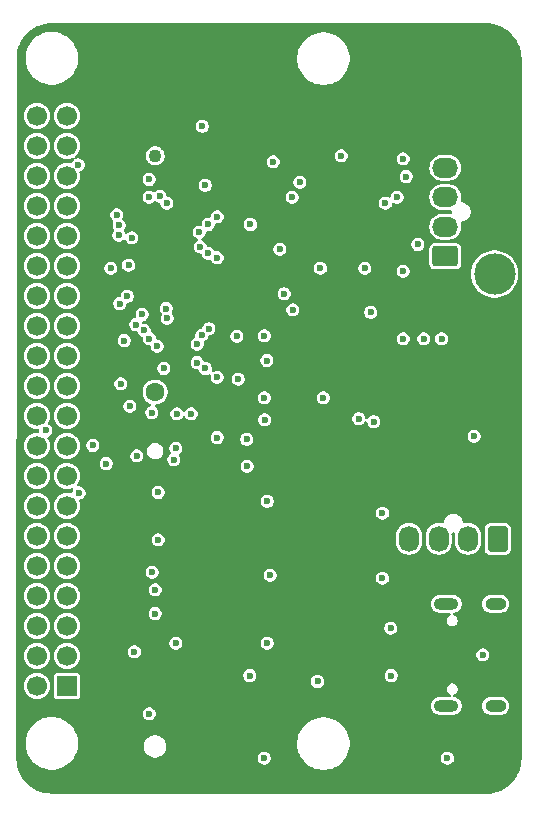
<source format=gbr>
%TF.GenerationSoftware,KiCad,Pcbnew,9.0.7-unknown-1000.20260124git33f2886.fc43*%
%TF.CreationDate,2026-02-08T17:52:10-08:00*%
%TF.ProjectId,Telemetry-Logging-Board,54656c65-6d65-4747-9279-2d4c6f676769,2.0*%
%TF.SameCoordinates,Original*%
%TF.FileFunction,Copper,L3,Inr*%
%TF.FilePolarity,Positive*%
%FSLAX46Y46*%
G04 Gerber Fmt 4.6, Leading zero omitted, Abs format (unit mm)*
G04 Created by KiCad (PCBNEW 9.0.7-unknown-1000.20260124git33f2886.fc43) date 2026-02-08 17:52:10*
%MOMM*%
%LPD*%
G01*
G04 APERTURE LIST*
G04 Aperture macros list*
%AMRoundRect*
0 Rectangle with rounded corners*
0 $1 Rounding radius*
0 $2 $3 $4 $5 $6 $7 $8 $9 X,Y pos of 4 corners*
0 Add a 4 corners polygon primitive as box body*
4,1,4,$2,$3,$4,$5,$6,$7,$8,$9,$2,$3,0*
0 Add four circle primitives for the rounded corners*
1,1,$1+$1,$2,$3*
1,1,$1+$1,$4,$5*
1,1,$1+$1,$6,$7*
1,1,$1+$1,$8,$9*
0 Add four rect primitives between the rounded corners*
20,1,$1+$1,$2,$3,$4,$5,0*
20,1,$1+$1,$4,$5,$6,$7,0*
20,1,$1+$1,$6,$7,$8,$9,0*
20,1,$1+$1,$8,$9,$2,$3,0*%
G04 Aperture macros list end*
%TA.AperFunction,ComponentPad*%
%ADD10R,1.700000X1.700000*%
%TD*%
%TA.AperFunction,ComponentPad*%
%ADD11C,1.700000*%
%TD*%
%TA.AperFunction,ComponentPad*%
%ADD12RoundRect,0.250000X0.850000X0.600000X-0.850000X0.600000X-0.850000X-0.600000X0.850000X-0.600000X0*%
%TD*%
%TA.AperFunction,ComponentPad*%
%ADD13O,2.200000X1.700000*%
%TD*%
%TA.AperFunction,ComponentPad*%
%ADD14RoundRect,0.250000X-0.600000X0.850000X-0.600000X-0.850000X0.600000X-0.850000X0.600000X0.850000X0*%
%TD*%
%TA.AperFunction,ComponentPad*%
%ADD15O,1.700000X2.200000*%
%TD*%
%TA.AperFunction,HeatsinkPad*%
%ADD16O,2.100000X1.000000*%
%TD*%
%TA.AperFunction,HeatsinkPad*%
%ADD17O,1.800000X1.000000*%
%TD*%
%TA.AperFunction,ComponentPad*%
%ADD18C,1.100000*%
%TD*%
%TA.AperFunction,ComponentPad*%
%ADD19C,1.600000*%
%TD*%
%TA.AperFunction,ViaPad*%
%ADD20C,0.600000*%
%TD*%
%TA.AperFunction,ViaPad*%
%ADD21C,3.500000*%
%TD*%
G04 APERTURE END LIST*
D10*
%TO.N,/SBC_3v3*%
%TO.C,J1*%
X126275000Y-84375000D03*
D11*
%TO.N,+5V*%
X123735000Y-84375000D03*
%TO.N,/RF_HT_~{RST}*%
X126275000Y-81835000D03*
%TO.N,+5V*%
X123735000Y-81835000D03*
%TO.N,/RF_HT_BUSY*%
X126275000Y-79295000D03*
%TO.N,GND*%
X123735000Y-79295000D03*
%TO.N,/CAN0_GPIO1*%
X126275000Y-76755000D03*
%TO.N,/PI_TX*%
X123735000Y-76755000D03*
%TO.N,GND*%
X126275000Y-74215000D03*
%TO.N,/PI_RX*%
X123735000Y-74215000D03*
%TO.N,/CAN1_~{CS}*%
X126275000Y-71675000D03*
%TO.N,/CAN0_~{CS}*%
X123735000Y-71675000D03*
%TO.N,/RF_HT_WAKE*%
X126275000Y-69135000D03*
%TO.N,GND*%
X123735000Y-69135000D03*
%TO.N,/CAN1_~{INT0}*%
X126275000Y-66595000D03*
%TO.N,/CAN1_~{INT1}*%
X123735000Y-66595000D03*
%TO.N,/SBC_3v3*%
X126275000Y-64055000D03*
%TO.N,/CAN0_~{INT0}*%
X123735000Y-64055000D03*
%TO.N,/RF_SPI_MOSI*%
X126275000Y-61515000D03*
%TO.N,GND*%
X123735000Y-61515000D03*
%TO.N,/RF_SPI_MISO*%
X126275000Y-58975000D03*
%TO.N,/CAN1_GPIO1*%
X123735000Y-58975000D03*
%TO.N,/RF_SPI_SCLK*%
X126275000Y-56435000D03*
%TO.N,/RF_SPI_~{CS}*%
X123735000Y-56435000D03*
%TO.N,GND*%
X126275000Y-53895000D03*
%TO.N,/RF_SPI_~{CS}1*%
X123735000Y-53895000D03*
%TO.N,/SDA_I2C1*%
X126275000Y-51355000D03*
%TO.N,/SCL_I2C1*%
X123735000Y-51355000D03*
%TO.N,/RF_SPI_IRQ*%
X126275000Y-48815000D03*
%TO.N,GND*%
X123735000Y-48815000D03*
%TO.N,/CAN2_GPIO1*%
X126275000Y-46275000D03*
%TO.N,/CAN2_~{INT0}*%
X123735000Y-46275000D03*
%TO.N,/CAN2_~{INT1}*%
X126275000Y-43735000D03*
%TO.N,GND*%
X123735000Y-43735000D03*
%TO.N,/CAN_SPI_MISO*%
X126275000Y-41195000D03*
%TO.N,/CAN2_~{CS}*%
X123735000Y-41195000D03*
%TO.N,/CAN0_~{INT1}*%
X126275000Y-38655000D03*
%TO.N,/CAN_SPI_MOSI*%
X123735000Y-38655000D03*
%TO.N,GND*%
X126275000Y-36115000D03*
%TO.N,/CAN_SPI_SCLK*%
X123735000Y-36115000D03*
%TD*%
D12*
%TO.N,/Can interface and transiever1/CAN_H*%
%TO.C,J6*%
X158325000Y-48000000D03*
D13*
%TO.N,/Can interface and transiever1/CAN_L*%
X158325000Y-45500000D03*
%TO.N,/Can interface and transiever2/CAN_H*%
X158325000Y-43000000D03*
%TO.N,/Can interface and transiever2/CAN_L*%
X158325000Y-40500000D03*
%TD*%
D14*
%TO.N,+12V*%
%TO.C,J3*%
X162750000Y-71925000D03*
D15*
%TO.N,/CANH*%
X160250000Y-71925000D03*
%TO.N,/CANL*%
X157750000Y-71925000D03*
%TO.N,GND*%
X155250000Y-71925000D03*
%TD*%
D16*
%TO.N,unconnected-(J8-SHIELD-PadS1)*%
%TO.C,J8*%
X158395000Y-86070000D03*
D17*
X162575000Y-86070000D03*
D16*
X158395000Y-77430000D03*
D17*
X162575000Y-77430000D03*
%TD*%
D18*
%TO.N,*%
%TO.C,J9*%
X133750000Y-39500000D03*
D19*
X133750000Y-59500000D03*
%TD*%
D20*
%TO.N,GND*%
X143250000Y-68750000D03*
X135500000Y-80750000D03*
X133250000Y-86750000D03*
X151000000Y-61750000D03*
X153000000Y-75250000D03*
X148000000Y-60000000D03*
X140800000Y-58400000D03*
X132000000Y-81500000D03*
X154250000Y-43000000D03*
X134000000Y-68000000D03*
X127250000Y-40250000D03*
X141820000Y-45310000D03*
X134000000Y-72000000D03*
X143000000Y-90500000D03*
X156000000Y-47000000D03*
X149500000Y-39500000D03*
D21*
X162500000Y-49500000D03*
D20*
X147750000Y-49000000D03*
X143250000Y-80750000D03*
X153000000Y-69750000D03*
X153686987Y-79485863D03*
X146000000Y-41750000D03*
X143750000Y-40000000D03*
X144662500Y-51166250D03*
X131500000Y-48750000D03*
X133459956Y-61238692D03*
X143000000Y-60000000D03*
X161500000Y-81750000D03*
X158000000Y-55000000D03*
X138000000Y-42000000D03*
X154750000Y-39750000D03*
X152000000Y-52750000D03*
X143500000Y-75000000D03*
X139000000Y-63350000D03*
X130000000Y-49000000D03*
X153750000Y-83500000D03*
X134500000Y-57500000D03*
X158500000Y-90500000D03*
X133250000Y-41500000D03*
X130848607Y-58802785D03*
X153250000Y-43500000D03*
X140662500Y-54781250D03*
X154750000Y-55000000D03*
X151500000Y-49000000D03*
%TO.N,+5V*%
X152250000Y-62000000D03*
X155000000Y-41250000D03*
X154750000Y-49250000D03*
X156500000Y-55000000D03*
%TO.N,+3V3*%
X136000000Y-76250000D03*
X140250000Y-67000000D03*
X134750000Y-40750000D03*
X136250000Y-88250000D03*
X131250000Y-70500000D03*
X160250000Y-68000000D03*
X137752532Y-58997556D03*
%TO.N,/CAN1_~{INT0}*%
X132199591Y-64900932D03*
X143000000Y-54750000D03*
%TO.N,/CAN0_~{INT0}*%
X127307043Y-68039246D03*
X141500000Y-63500000D03*
X135500000Y-64250000D03*
%TO.N,/RF_SPI_~{CS}*%
X131150000Y-55132711D03*
%TO.N,/CAN1_GPIO1*%
X134703610Y-52424234D03*
X133270343Y-54963447D03*
X124500000Y-62750000D03*
%TO.N,/CAN2_~{INT0}*%
X134148957Y-42898957D03*
X130671751Y-46223239D03*
%TO.N,/CAN_SPI_MISO*%
X137500000Y-45960000D03*
X137305002Y-57000000D03*
X137305002Y-55431250D03*
X137557470Y-47208940D03*
%TO.N,/CAN2_~{INT1}*%
X130704633Y-45373873D03*
X133250000Y-43000000D03*
%TO.N,/RF_SPI_MISO*%
X132117546Y-53781041D03*
%TO.N,/CAN0_GPIO1*%
X133500000Y-74750000D03*
X136800000Y-61330650D03*
%TO.N,/CAN0_~{INT1}*%
X135600000Y-61339185D03*
X130500000Y-44500000D03*
X130750000Y-52000000D03*
%TO.N,/RF_SPI_SCLK*%
X132639760Y-52926505D03*
%TO.N,/CAN_SPI_SCLK*%
X139000000Y-48130133D03*
X138303061Y-54131250D03*
X139000000Y-44660000D03*
X139000000Y-58250000D03*
%TO.N,/CAN2_GPIO1*%
X134750000Y-43500000D03*
X131774043Y-46443283D03*
%TO.N,/SBC_3v3*%
X135331378Y-65209311D03*
X145417128Y-52539608D03*
X145348410Y-42997739D03*
X141750000Y-83500000D03*
X141550000Y-65795233D03*
X147500000Y-84000000D03*
X143025001Y-61845001D03*
X160750000Y-63250000D03*
X131609827Y-60699998D03*
X128476000Y-64021546D03*
X144320055Y-47387547D03*
X137750000Y-37000000D03*
X143212500Y-56826483D03*
%TO.N,/CAN_SPI_MOSI*%
X138250000Y-45310000D03*
X138000000Y-57500000D03*
X137703502Y-54680449D03*
X138250000Y-47750000D03*
%TO.N,/CAN1_~{INT1}*%
X133921943Y-55600483D03*
X134764604Y-53254296D03*
%TO.N,/RF_SPI_MOSI*%
X132826636Y-54285856D03*
%TO.N,/RF_SPI_IRQ*%
X133750000Y-78250000D03*
X131404265Y-51400000D03*
X133750000Y-76250000D03*
%TO.N,/RF_SPI_~{CS}1*%
X129618496Y-65549998D03*
%TD*%
%TA.AperFunction,Conductor*%
%TO.N,+3V3*%
G36*
X161753226Y-28250668D02*
G01*
X161772942Y-28251696D01*
X162058266Y-28266581D01*
X162071108Y-28267925D01*
X162369627Y-28314986D01*
X162382267Y-28317660D01*
X162674277Y-28395530D01*
X162686558Y-28399501D01*
X162968883Y-28507333D01*
X162980685Y-28512560D01*
X163109633Y-28577913D01*
X163250258Y-28649185D01*
X163261462Y-28655618D01*
X163388405Y-28737581D01*
X163515353Y-28819547D01*
X163525822Y-28827108D01*
X163761274Y-29016563D01*
X163770905Y-29025177D01*
X163985359Y-29238098D01*
X163994041Y-29247666D01*
X164185180Y-29481750D01*
X164192816Y-29492165D01*
X164356259Y-29741357D01*
X164358566Y-29744873D01*
X164365077Y-29756028D01*
X164371994Y-29769435D01*
X164503630Y-30024608D01*
X164508947Y-30036383D01*
X164537164Y-30108699D01*
X164615262Y-30308852D01*
X164618800Y-30317918D01*
X164622863Y-30330183D01*
X164702823Y-30621616D01*
X164705588Y-30634236D01*
X164754792Y-30932420D01*
X164756228Y-30945260D01*
X164774320Y-31250001D01*
X164774538Y-31257358D01*
X164770489Y-90430322D01*
X164770489Y-90430332D01*
X164770487Y-90439937D01*
X164770026Y-90441715D01*
X164770478Y-90504745D01*
X164770478Y-90505235D01*
X164770456Y-90505309D01*
X164770349Y-90510865D01*
X164756395Y-90816913D01*
X164755113Y-90829920D01*
X164709514Y-91129565D01*
X164706869Y-91142365D01*
X164629984Y-91435538D01*
X164626007Y-91447989D01*
X164518688Y-91731446D01*
X164513421Y-91743410D01*
X164376860Y-92013993D01*
X164370365Y-92025334D01*
X164206082Y-92280042D01*
X164198428Y-92290638D01*
X164008253Y-92526629D01*
X163999527Y-92536359D01*
X163785564Y-92751025D01*
X163775862Y-92759784D01*
X163540479Y-92950745D01*
X163529908Y-92958433D01*
X163275752Y-93123543D01*
X163264432Y-93130076D01*
X162994294Y-93267525D01*
X162982348Y-93272830D01*
X162699248Y-93381078D01*
X162686811Y-93385096D01*
X162393895Y-93462941D01*
X162381103Y-93465628D01*
X162081608Y-93512210D01*
X162068605Y-93513535D01*
X161761453Y-93528548D01*
X161755319Y-93528696D01*
X161754990Y-93528695D01*
X161693451Y-93528457D01*
X161692694Y-93528655D01*
X161684007Y-93528650D01*
X161684003Y-93528649D01*
X161683988Y-93528650D01*
X125074292Y-93499558D01*
X125073398Y-93499500D01*
X125065892Y-93499500D01*
X125003240Y-93499500D01*
X124996780Y-93499332D01*
X124694339Y-93483554D01*
X124681489Y-93482209D01*
X124385548Y-93435554D01*
X124372908Y-93432880D01*
X124083422Y-93355684D01*
X124071128Y-93351709D01*
X123791245Y-93244809D01*
X123779433Y-93239577D01*
X123512196Y-93104139D01*
X123500991Y-93097705D01*
X123249285Y-92935185D01*
X123238820Y-92927628D01*
X123005390Y-92739800D01*
X122995769Y-92731195D01*
X122783159Y-92520106D01*
X122774478Y-92510539D01*
X122584982Y-92278470D01*
X122577342Y-92268049D01*
X122491307Y-92136876D01*
X122413022Y-92017519D01*
X122406521Y-92006382D01*
X122269153Y-91740101D01*
X122263847Y-91728352D01*
X122154930Y-91449217D01*
X122150871Y-91436964D01*
X122148184Y-91427171D01*
X122071595Y-91148028D01*
X122068832Y-91135410D01*
X122020052Y-90839803D01*
X122018618Y-90826993D01*
X122000720Y-90525542D01*
X122000503Y-90518178D01*
X122001108Y-89094007D01*
X122774626Y-89094007D01*
X122774626Y-89385740D01*
X122801995Y-89593617D01*
X122812703Y-89674954D01*
X122888205Y-89956732D01*
X122888206Y-89956735D01*
X122888208Y-89956741D01*
X122999838Y-90226240D01*
X122999843Y-90226251D01*
X123145694Y-90478870D01*
X123145705Y-90478886D01*
X123323283Y-90710311D01*
X123323289Y-90710318D01*
X123529555Y-90916584D01*
X123529561Y-90916589D01*
X123760996Y-91094175D01*
X123761003Y-91094179D01*
X124013622Y-91240030D01*
X124013627Y-91240032D01*
X124013630Y-91240034D01*
X124283142Y-91351669D01*
X124564920Y-91427171D01*
X124854141Y-91465248D01*
X124854148Y-91465248D01*
X125145852Y-91465248D01*
X125145859Y-91465248D01*
X125435080Y-91427171D01*
X125716858Y-91351669D01*
X125986370Y-91240034D01*
X126239004Y-91094175D01*
X126470439Y-90916589D01*
X126676715Y-90710313D01*
X126854301Y-90478878D01*
X127000160Y-90226244D01*
X127111795Y-89956732D01*
X127187297Y-89674954D01*
X127222656Y-89406379D01*
X132799500Y-89406379D01*
X132799500Y-89593620D01*
X132836025Y-89777243D01*
X132836027Y-89777251D01*
X132907676Y-89950228D01*
X132907681Y-89950237D01*
X133011697Y-90105907D01*
X133011700Y-90105911D01*
X133144088Y-90238299D01*
X133144092Y-90238302D01*
X133299762Y-90342318D01*
X133299768Y-90342321D01*
X133299769Y-90342322D01*
X133472749Y-90413973D01*
X133656379Y-90450499D01*
X133656383Y-90450500D01*
X133656384Y-90450500D01*
X133843617Y-90450500D01*
X133843618Y-90450499D01*
X133959119Y-90427525D01*
X142449500Y-90427525D01*
X142449500Y-90572475D01*
X142487016Y-90712485D01*
X142487017Y-90712488D01*
X142559488Y-90838011D01*
X142559490Y-90838013D01*
X142559491Y-90838015D01*
X142661985Y-90940509D01*
X142661986Y-90940510D01*
X142661988Y-90940511D01*
X142787511Y-91012982D01*
X142787512Y-91012982D01*
X142787515Y-91012984D01*
X142927525Y-91050500D01*
X142927528Y-91050500D01*
X143072472Y-91050500D01*
X143072475Y-91050500D01*
X143212485Y-91012984D01*
X143338015Y-90940509D01*
X143440509Y-90838015D01*
X143512984Y-90712485D01*
X143550500Y-90572475D01*
X143550500Y-90427525D01*
X143512984Y-90287515D01*
X143492113Y-90251366D01*
X143440511Y-90161988D01*
X143440506Y-90161982D01*
X143338017Y-90059493D01*
X143338011Y-90059488D01*
X143212488Y-89987017D01*
X143212489Y-89987017D01*
X143193228Y-89981856D01*
X143072475Y-89949500D01*
X142927525Y-89949500D01*
X142806772Y-89981856D01*
X142787511Y-89987017D01*
X142661988Y-90059488D01*
X142661982Y-90059493D01*
X142559493Y-90161982D01*
X142559488Y-90161988D01*
X142487017Y-90287511D01*
X142487016Y-90287515D01*
X142449500Y-90427525D01*
X133959119Y-90427525D01*
X134027251Y-90413973D01*
X134200231Y-90342322D01*
X134200238Y-90342317D01*
X134200242Y-90342315D01*
X134239179Y-90316298D01*
X134239183Y-90316296D01*
X134305622Y-90271901D01*
X134355908Y-90238302D01*
X134488302Y-90105908D01*
X134592322Y-89950231D01*
X134663973Y-89777251D01*
X134700500Y-89593616D01*
X134700500Y-89406384D01*
X134663973Y-89222749D01*
X134621054Y-89119133D01*
X145774626Y-89119133D01*
X145774626Y-89410866D01*
X145798687Y-89593617D01*
X145812703Y-89700080D01*
X145888205Y-89981858D01*
X145888206Y-89981861D01*
X145888208Y-89981867D01*
X145999838Y-90251366D01*
X145999843Y-90251377D01*
X146131192Y-90478878D01*
X146145698Y-90504003D01*
X146145705Y-90504012D01*
X146323283Y-90735437D01*
X146323289Y-90735444D01*
X146529555Y-90941710D01*
X146529561Y-90941715D01*
X146760996Y-91119301D01*
X146761003Y-91119305D01*
X147013622Y-91265156D01*
X147013627Y-91265158D01*
X147013630Y-91265160D01*
X147183586Y-91335558D01*
X147222472Y-91351665D01*
X147283142Y-91376795D01*
X147564920Y-91452297D01*
X147854141Y-91490374D01*
X147854148Y-91490374D01*
X148145852Y-91490374D01*
X148145859Y-91490374D01*
X148435080Y-91452297D01*
X148716858Y-91376795D01*
X148986370Y-91265160D01*
X149239004Y-91119301D01*
X149470439Y-90941715D01*
X149676715Y-90735439D01*
X149854301Y-90504004D01*
X149898456Y-90427525D01*
X157949500Y-90427525D01*
X157949500Y-90572475D01*
X157987016Y-90712485D01*
X157987017Y-90712488D01*
X158059488Y-90838011D01*
X158059490Y-90838013D01*
X158059491Y-90838015D01*
X158161985Y-90940509D01*
X158161986Y-90940510D01*
X158161988Y-90940511D01*
X158287511Y-91012982D01*
X158287512Y-91012982D01*
X158287515Y-91012984D01*
X158427525Y-91050500D01*
X158427528Y-91050500D01*
X158572472Y-91050500D01*
X158572475Y-91050500D01*
X158712485Y-91012984D01*
X158838015Y-90940509D01*
X158940509Y-90838015D01*
X159012984Y-90712485D01*
X159050500Y-90572475D01*
X159050500Y-90427525D01*
X159012984Y-90287515D01*
X158992113Y-90251366D01*
X158940511Y-90161988D01*
X158940506Y-90161982D01*
X158838017Y-90059493D01*
X158838011Y-90059488D01*
X158712488Y-89987017D01*
X158712489Y-89987017D01*
X158693228Y-89981856D01*
X158572475Y-89949500D01*
X158427525Y-89949500D01*
X158306772Y-89981856D01*
X158287511Y-89987017D01*
X158161988Y-90059488D01*
X158161982Y-90059493D01*
X158059493Y-90161982D01*
X158059488Y-90161988D01*
X157987017Y-90287511D01*
X157987016Y-90287515D01*
X157949500Y-90427525D01*
X149898456Y-90427525D01*
X150000160Y-90251370D01*
X150111795Y-89981858D01*
X150187297Y-89700080D01*
X150225374Y-89410859D01*
X150225374Y-89119141D01*
X150187297Y-88829920D01*
X150111795Y-88548142D01*
X150000160Y-88278630D01*
X150000158Y-88278627D01*
X150000156Y-88278622D01*
X149854305Y-88026003D01*
X149854301Y-88025996D01*
X149676715Y-87794561D01*
X149676710Y-87794555D01*
X149470444Y-87588289D01*
X149470437Y-87588283D01*
X149239012Y-87410705D01*
X149239010Y-87410703D01*
X149239004Y-87410699D01*
X149238999Y-87410696D01*
X149238996Y-87410694D01*
X148986377Y-87264843D01*
X148986366Y-87264838D01*
X148716867Y-87153208D01*
X148716861Y-87153206D01*
X148716858Y-87153205D01*
X148435080Y-87077703D01*
X148370808Y-87069241D01*
X148145866Y-87039626D01*
X148145859Y-87039626D01*
X147854141Y-87039626D01*
X147854133Y-87039626D01*
X147597055Y-87073472D01*
X147564920Y-87077703D01*
X147283142Y-87153205D01*
X147283140Y-87153205D01*
X147283132Y-87153208D01*
X147013633Y-87264838D01*
X147013622Y-87264843D01*
X146761003Y-87410694D01*
X146760987Y-87410705D01*
X146529562Y-87588283D01*
X146529555Y-87588289D01*
X146323289Y-87794555D01*
X146323283Y-87794562D01*
X146145705Y-88025987D01*
X146145694Y-88026003D01*
X145999843Y-88278622D01*
X145999838Y-88278633D01*
X145888208Y-88548132D01*
X145888205Y-88548140D01*
X145888205Y-88548142D01*
X145819436Y-88804794D01*
X145812703Y-88829921D01*
X145774626Y-89119133D01*
X134621054Y-89119133D01*
X134608946Y-89089903D01*
X134592325Y-89049775D01*
X134592318Y-89049762D01*
X134488302Y-88894092D01*
X134488299Y-88894088D01*
X134355911Y-88761700D01*
X134355907Y-88761697D01*
X134200237Y-88657681D01*
X134200228Y-88657676D01*
X134027251Y-88586027D01*
X134027243Y-88586025D01*
X133843620Y-88549500D01*
X133843616Y-88549500D01*
X133656384Y-88549500D01*
X133656379Y-88549500D01*
X133472756Y-88586025D01*
X133472748Y-88586027D01*
X133299771Y-88657676D01*
X133299762Y-88657681D01*
X133144092Y-88761697D01*
X133144088Y-88761700D01*
X133011700Y-88894088D01*
X133011697Y-88894092D01*
X132907681Y-89049762D01*
X132907676Y-89049771D01*
X132836027Y-89222748D01*
X132836025Y-89222756D01*
X132799500Y-89406379D01*
X127222656Y-89406379D01*
X127225374Y-89385733D01*
X127225374Y-89094015D01*
X127187297Y-88804794D01*
X127111795Y-88523016D01*
X127000160Y-88253504D01*
X127000158Y-88253501D01*
X127000156Y-88253496D01*
X126854305Y-88000877D01*
X126854301Y-88000870D01*
X126676715Y-87769435D01*
X126676710Y-87769429D01*
X126470444Y-87563163D01*
X126470437Y-87563157D01*
X126239012Y-87385579D01*
X126239010Y-87385577D01*
X126239004Y-87385573D01*
X126238999Y-87385570D01*
X126238996Y-87385568D01*
X125986377Y-87239717D01*
X125986366Y-87239712D01*
X125716867Y-87128082D01*
X125716861Y-87128080D01*
X125716858Y-87128079D01*
X125435080Y-87052577D01*
X125370808Y-87044115D01*
X125145866Y-87014500D01*
X125145859Y-87014500D01*
X124854141Y-87014500D01*
X124854133Y-87014500D01*
X124597055Y-87048346D01*
X124564920Y-87052577D01*
X124283142Y-87128079D01*
X124283140Y-87128079D01*
X124283132Y-87128082D01*
X124013633Y-87239712D01*
X124013622Y-87239717D01*
X123761003Y-87385568D01*
X123760987Y-87385579D01*
X123529562Y-87563157D01*
X123529555Y-87563163D01*
X123323289Y-87769429D01*
X123323283Y-87769436D01*
X123145705Y-88000861D01*
X123145694Y-88000877D01*
X122999843Y-88253496D01*
X122999838Y-88253507D01*
X122888208Y-88523006D01*
X122888205Y-88523014D01*
X122888205Y-88523016D01*
X122860808Y-88625266D01*
X122812703Y-88804795D01*
X122774626Y-89094007D01*
X122001108Y-89094007D01*
X122002136Y-86677525D01*
X132699500Y-86677525D01*
X132699500Y-86822475D01*
X132737016Y-86962485D01*
X132737017Y-86962488D01*
X132809488Y-87088011D01*
X132809490Y-87088013D01*
X132809491Y-87088015D01*
X132911985Y-87190509D01*
X132911986Y-87190510D01*
X132911988Y-87190511D01*
X133037511Y-87262982D01*
X133037512Y-87262982D01*
X133037515Y-87262984D01*
X133177525Y-87300500D01*
X133177528Y-87300500D01*
X133322472Y-87300500D01*
X133322475Y-87300500D01*
X133462485Y-87262984D01*
X133588015Y-87190509D01*
X133690509Y-87088015D01*
X133762984Y-86962485D01*
X133800500Y-86822475D01*
X133800500Y-86677525D01*
X133762984Y-86537515D01*
X133698312Y-86425501D01*
X133690511Y-86411988D01*
X133690506Y-86411982D01*
X133588017Y-86309493D01*
X133588011Y-86309488D01*
X133462488Y-86237017D01*
X133462489Y-86237017D01*
X133451006Y-86233940D01*
X133322475Y-86199500D01*
X133177525Y-86199500D01*
X133048993Y-86233940D01*
X133037511Y-86237017D01*
X132911988Y-86309488D01*
X132911982Y-86309493D01*
X132809493Y-86411982D01*
X132809488Y-86411988D01*
X132737017Y-86537511D01*
X132737016Y-86537515D01*
X132699500Y-86677525D01*
X122002136Y-86677525D01*
X122002339Y-86199500D01*
X122002363Y-86143920D01*
X157094499Y-86143920D01*
X157123340Y-86288907D01*
X157123343Y-86288917D01*
X157179912Y-86425488D01*
X157179919Y-86425501D01*
X157262048Y-86548415D01*
X157262051Y-86548419D01*
X157366580Y-86652948D01*
X157366584Y-86652951D01*
X157489498Y-86735080D01*
X157489511Y-86735087D01*
X157626082Y-86791656D01*
X157626087Y-86791658D01*
X157626091Y-86791658D01*
X157626092Y-86791659D01*
X157771079Y-86820500D01*
X157771082Y-86820500D01*
X159018920Y-86820500D01*
X159116462Y-86801096D01*
X159163913Y-86791658D01*
X159300495Y-86735084D01*
X159423416Y-86652951D01*
X159527951Y-86548416D01*
X159610084Y-86425495D01*
X159666658Y-86288913D01*
X159695500Y-86143920D01*
X161424499Y-86143920D01*
X161453340Y-86288907D01*
X161453343Y-86288917D01*
X161509912Y-86425488D01*
X161509919Y-86425501D01*
X161592048Y-86548415D01*
X161592051Y-86548419D01*
X161696580Y-86652948D01*
X161696584Y-86652951D01*
X161819498Y-86735080D01*
X161819511Y-86735087D01*
X161956082Y-86791656D01*
X161956087Y-86791658D01*
X161956091Y-86791658D01*
X161956092Y-86791659D01*
X162101079Y-86820500D01*
X162101082Y-86820500D01*
X163048920Y-86820500D01*
X163146462Y-86801096D01*
X163193913Y-86791658D01*
X163330495Y-86735084D01*
X163453416Y-86652951D01*
X163557951Y-86548416D01*
X163640084Y-86425495D01*
X163696658Y-86288913D01*
X163725500Y-86143918D01*
X163725500Y-85996082D01*
X163725500Y-85996079D01*
X163696659Y-85851092D01*
X163696658Y-85851091D01*
X163696658Y-85851087D01*
X163696656Y-85851082D01*
X163640087Y-85714511D01*
X163640080Y-85714498D01*
X163557951Y-85591584D01*
X163557948Y-85591580D01*
X163453419Y-85487051D01*
X163453415Y-85487048D01*
X163330501Y-85404919D01*
X163330488Y-85404912D01*
X163193917Y-85348343D01*
X163193907Y-85348340D01*
X163048920Y-85319500D01*
X163048918Y-85319500D01*
X162101082Y-85319500D01*
X162101080Y-85319500D01*
X161956092Y-85348340D01*
X161956082Y-85348343D01*
X161819511Y-85404912D01*
X161819498Y-85404919D01*
X161696584Y-85487048D01*
X161696580Y-85487051D01*
X161592051Y-85591580D01*
X161592048Y-85591584D01*
X161509919Y-85714498D01*
X161509912Y-85714511D01*
X161453343Y-85851082D01*
X161453340Y-85851092D01*
X161424500Y-85996079D01*
X161424500Y-85996082D01*
X161424500Y-86143918D01*
X161424500Y-86143920D01*
X161424499Y-86143920D01*
X159695500Y-86143920D01*
X159695500Y-86143918D01*
X159695500Y-85996082D01*
X159695500Y-85996079D01*
X159666659Y-85851092D01*
X159666658Y-85851091D01*
X159666658Y-85851087D01*
X159666656Y-85851082D01*
X159610087Y-85714511D01*
X159610080Y-85714498D01*
X159527951Y-85591584D01*
X159527948Y-85591580D01*
X159423419Y-85487051D01*
X159423415Y-85487048D01*
X159300501Y-85404919D01*
X159300488Y-85404912D01*
X159163917Y-85348343D01*
X159163908Y-85348340D01*
X159068350Y-85329332D01*
X159006440Y-85296946D01*
X158971866Y-85236230D01*
X158975607Y-85166461D01*
X159016474Y-85109789D01*
X159060446Y-85087942D01*
X159078536Y-85083095D01*
X159186964Y-85020495D01*
X159275495Y-84931964D01*
X159338095Y-84823536D01*
X159370500Y-84702601D01*
X159370500Y-84577399D01*
X159338095Y-84456464D01*
X159275495Y-84348036D01*
X159186964Y-84259505D01*
X159078536Y-84196905D01*
X159078537Y-84196905D01*
X159038224Y-84186103D01*
X158957601Y-84164500D01*
X158832399Y-84164500D01*
X158751775Y-84186103D01*
X158711463Y-84196905D01*
X158603037Y-84259504D01*
X158603034Y-84259506D01*
X158514506Y-84348034D01*
X158514504Y-84348037D01*
X158451905Y-84456463D01*
X158451905Y-84456464D01*
X158419500Y-84577399D01*
X158419500Y-84702601D01*
X158451905Y-84823536D01*
X158514505Y-84931964D01*
X158603036Y-85020495D01*
X158711464Y-85083095D01*
X158711465Y-85083095D01*
X158718502Y-85087158D01*
X158717065Y-85089646D01*
X158760664Y-85124782D01*
X158782727Y-85191077D01*
X158765446Y-85258776D01*
X158714308Y-85306385D01*
X158658806Y-85319500D01*
X157771080Y-85319500D01*
X157626092Y-85348340D01*
X157626082Y-85348343D01*
X157489511Y-85404912D01*
X157489498Y-85404919D01*
X157366584Y-85487048D01*
X157366580Y-85487051D01*
X157262051Y-85591580D01*
X157262048Y-85591584D01*
X157179919Y-85714498D01*
X157179912Y-85714511D01*
X157123343Y-85851082D01*
X157123340Y-85851092D01*
X157094500Y-85996079D01*
X157094500Y-85996082D01*
X157094500Y-86143918D01*
X157094500Y-86143920D01*
X157094499Y-86143920D01*
X122002363Y-86143920D01*
X122002428Y-85989937D01*
X122003151Y-84288389D01*
X122634500Y-84288389D01*
X122634500Y-84461611D01*
X122661598Y-84632701D01*
X122715127Y-84797445D01*
X122793768Y-84951788D01*
X122895586Y-85091928D01*
X123018072Y-85214414D01*
X123158212Y-85316232D01*
X123312555Y-85394873D01*
X123477299Y-85448402D01*
X123648389Y-85475500D01*
X123648390Y-85475500D01*
X123821610Y-85475500D01*
X123821611Y-85475500D01*
X123992701Y-85448402D01*
X124157445Y-85394873D01*
X124311788Y-85316232D01*
X124451928Y-85214414D01*
X124574414Y-85091928D01*
X124676232Y-84951788D01*
X124754873Y-84797445D01*
X124808402Y-84632701D01*
X124835500Y-84461611D01*
X124835500Y-84288389D01*
X124808402Y-84117299D01*
X124754873Y-83952555D01*
X124676232Y-83798212D01*
X124574414Y-83658072D01*
X124451928Y-83535586D01*
X124403390Y-83500321D01*
X125174500Y-83500321D01*
X125174500Y-85249678D01*
X125189032Y-85322735D01*
X125189033Y-85322739D01*
X125206139Y-85348340D01*
X125244399Y-85405601D01*
X125327260Y-85460966D01*
X125327264Y-85460967D01*
X125400321Y-85475499D01*
X125400324Y-85475500D01*
X125400326Y-85475500D01*
X127149676Y-85475500D01*
X127149677Y-85475499D01*
X127222740Y-85460966D01*
X127305601Y-85405601D01*
X127360966Y-85322740D01*
X127375500Y-85249674D01*
X127375500Y-83500326D01*
X127375500Y-83500323D01*
X127375499Y-83500321D01*
X127364215Y-83443589D01*
X127361019Y-83427525D01*
X141199500Y-83427525D01*
X141199500Y-83572475D01*
X141237016Y-83712485D01*
X141237017Y-83712488D01*
X141309488Y-83838011D01*
X141309490Y-83838013D01*
X141309491Y-83838015D01*
X141411985Y-83940509D01*
X141411986Y-83940510D01*
X141411988Y-83940511D01*
X141537511Y-84012982D01*
X141537512Y-84012982D01*
X141537515Y-84012984D01*
X141677525Y-84050500D01*
X141677528Y-84050500D01*
X141822472Y-84050500D01*
X141822475Y-84050500D01*
X141962485Y-84012984D01*
X142088015Y-83940509D01*
X142100999Y-83927525D01*
X146949500Y-83927525D01*
X146949500Y-84072475D01*
X146987016Y-84212485D01*
X146987017Y-84212488D01*
X147059488Y-84338011D01*
X147059490Y-84338013D01*
X147059491Y-84338015D01*
X147161985Y-84440509D01*
X147161986Y-84440510D01*
X147161988Y-84440511D01*
X147287511Y-84512982D01*
X147287512Y-84512982D01*
X147287515Y-84512984D01*
X147427525Y-84550500D01*
X147427528Y-84550500D01*
X147572472Y-84550500D01*
X147572475Y-84550500D01*
X147712485Y-84512984D01*
X147838015Y-84440509D01*
X147940509Y-84338015D01*
X148012984Y-84212485D01*
X148050500Y-84072475D01*
X148050500Y-83927525D01*
X148012984Y-83787515D01*
X147969665Y-83712485D01*
X147940511Y-83661988D01*
X147940506Y-83661982D01*
X147838017Y-83559493D01*
X147838015Y-83559491D01*
X147796614Y-83535588D01*
X147781367Y-83526785D01*
X147712485Y-83487016D01*
X147572475Y-83449500D01*
X147427525Y-83449500D01*
X147298993Y-83483940D01*
X147287511Y-83487017D01*
X147161988Y-83559488D01*
X147161982Y-83559493D01*
X147059493Y-83661982D01*
X147059488Y-83661988D01*
X146987017Y-83787511D01*
X146987016Y-83787515D01*
X146949500Y-83927525D01*
X142100999Y-83927525D01*
X142190509Y-83838015D01*
X142262984Y-83712485D01*
X142300500Y-83572475D01*
X142300500Y-83427525D01*
X153199500Y-83427525D01*
X153199500Y-83572475D01*
X153237016Y-83712485D01*
X153237017Y-83712488D01*
X153309488Y-83838011D01*
X153309490Y-83838013D01*
X153309491Y-83838015D01*
X153411985Y-83940509D01*
X153411986Y-83940510D01*
X153411988Y-83940511D01*
X153537511Y-84012982D01*
X153537512Y-84012982D01*
X153537515Y-84012984D01*
X153677525Y-84050500D01*
X153677528Y-84050500D01*
X153822472Y-84050500D01*
X153822475Y-84050500D01*
X153962485Y-84012984D01*
X154088015Y-83940509D01*
X154190509Y-83838015D01*
X154262984Y-83712485D01*
X154300500Y-83572475D01*
X154300500Y-83427525D01*
X154262984Y-83287515D01*
X154190509Y-83161985D01*
X154088015Y-83059491D01*
X154088013Y-83059490D01*
X154088011Y-83059488D01*
X153962488Y-82987017D01*
X153962489Y-82987017D01*
X153951006Y-82983940D01*
X153822475Y-82949500D01*
X153677525Y-82949500D01*
X153548993Y-82983940D01*
X153537511Y-82987017D01*
X153411988Y-83059488D01*
X153411982Y-83059493D01*
X153309493Y-83161982D01*
X153309488Y-83161988D01*
X153237017Y-83287511D01*
X153236609Y-83289033D01*
X153199500Y-83427525D01*
X142300500Y-83427525D01*
X142262984Y-83287515D01*
X142190509Y-83161985D01*
X142088015Y-83059491D01*
X142088013Y-83059490D01*
X142088011Y-83059488D01*
X141962488Y-82987017D01*
X141962489Y-82987017D01*
X141951006Y-82983940D01*
X141822475Y-82949500D01*
X141677525Y-82949500D01*
X141548993Y-82983940D01*
X141537511Y-82987017D01*
X141411988Y-83059488D01*
X141411982Y-83059493D01*
X141309493Y-83161982D01*
X141309488Y-83161988D01*
X141237017Y-83287511D01*
X141236609Y-83289033D01*
X141199500Y-83427525D01*
X127361019Y-83427525D01*
X127360967Y-83427263D01*
X127360966Y-83427260D01*
X127305601Y-83344399D01*
X127222740Y-83289034D01*
X127222739Y-83289033D01*
X127222735Y-83289032D01*
X127149677Y-83274500D01*
X127149674Y-83274500D01*
X125400326Y-83274500D01*
X125400323Y-83274500D01*
X125327264Y-83289032D01*
X125327260Y-83289033D01*
X125244399Y-83344399D01*
X125189033Y-83427260D01*
X125189032Y-83427264D01*
X125174500Y-83500321D01*
X124403390Y-83500321D01*
X124311788Y-83433768D01*
X124157445Y-83355127D01*
X123992701Y-83301598D01*
X123992699Y-83301597D01*
X123992698Y-83301597D01*
X123861271Y-83280781D01*
X123821611Y-83274500D01*
X123648389Y-83274500D01*
X123608728Y-83280781D01*
X123477302Y-83301597D01*
X123312552Y-83355128D01*
X123158211Y-83433768D01*
X123084923Y-83487016D01*
X123018072Y-83535586D01*
X123018070Y-83535588D01*
X123018069Y-83535588D01*
X122895588Y-83658069D01*
X122895588Y-83658070D01*
X122895586Y-83658072D01*
X122892741Y-83661988D01*
X122793768Y-83798211D01*
X122715128Y-83952552D01*
X122661597Y-84117302D01*
X122639075Y-84259504D01*
X122634500Y-84288389D01*
X122003151Y-84288389D01*
X122003153Y-84283464D01*
X122003471Y-83535586D01*
X122004231Y-81748389D01*
X122634500Y-81748389D01*
X122634500Y-81921611D01*
X122640974Y-81962485D01*
X122660855Y-82088015D01*
X122661598Y-82092701D01*
X122715127Y-82257445D01*
X122793768Y-82411788D01*
X122895586Y-82551928D01*
X123018072Y-82674414D01*
X123158212Y-82776232D01*
X123312555Y-82854873D01*
X123477299Y-82908402D01*
X123648389Y-82935500D01*
X123648390Y-82935500D01*
X123821610Y-82935500D01*
X123821611Y-82935500D01*
X123992701Y-82908402D01*
X124157445Y-82854873D01*
X124311788Y-82776232D01*
X124451928Y-82674414D01*
X124574414Y-82551928D01*
X124676232Y-82411788D01*
X124754873Y-82257445D01*
X124808402Y-82092701D01*
X124835500Y-81921611D01*
X124835500Y-81748389D01*
X125174500Y-81748389D01*
X125174500Y-81921611D01*
X125180974Y-81962485D01*
X125200855Y-82088015D01*
X125201598Y-82092701D01*
X125255127Y-82257445D01*
X125333768Y-82411788D01*
X125435586Y-82551928D01*
X125558072Y-82674414D01*
X125698212Y-82776232D01*
X125852555Y-82854873D01*
X126017299Y-82908402D01*
X126188389Y-82935500D01*
X126188390Y-82935500D01*
X126361610Y-82935500D01*
X126361611Y-82935500D01*
X126532701Y-82908402D01*
X126697445Y-82854873D01*
X126851788Y-82776232D01*
X126991928Y-82674414D01*
X127114414Y-82551928D01*
X127216232Y-82411788D01*
X127294873Y-82257445D01*
X127348402Y-82092701D01*
X127375500Y-81921611D01*
X127375500Y-81748389D01*
X127348402Y-81577299D01*
X127299737Y-81427525D01*
X131449500Y-81427525D01*
X131449500Y-81572475D01*
X131477649Y-81677527D01*
X131487017Y-81712488D01*
X131559488Y-81838011D01*
X131559490Y-81838013D01*
X131559491Y-81838015D01*
X131661985Y-81940509D01*
X131661986Y-81940510D01*
X131661988Y-81940511D01*
X131787511Y-82012982D01*
X131787512Y-82012982D01*
X131787515Y-82012984D01*
X131927525Y-82050500D01*
X131927528Y-82050500D01*
X132072472Y-82050500D01*
X132072475Y-82050500D01*
X132212485Y-82012984D01*
X132338015Y-81940509D01*
X132440509Y-81838015D01*
X132512984Y-81712485D01*
X132522352Y-81677525D01*
X160949500Y-81677525D01*
X160949500Y-81822475D01*
X160981128Y-81940511D01*
X160987017Y-81962488D01*
X161059488Y-82088011D01*
X161059490Y-82088013D01*
X161059491Y-82088015D01*
X161161985Y-82190509D01*
X161161986Y-82190510D01*
X161161988Y-82190511D01*
X161287511Y-82262982D01*
X161287512Y-82262982D01*
X161287515Y-82262984D01*
X161427525Y-82300500D01*
X161427528Y-82300500D01*
X161572472Y-82300500D01*
X161572475Y-82300500D01*
X161712485Y-82262984D01*
X161838015Y-82190509D01*
X161940509Y-82088015D01*
X162012984Y-81962485D01*
X162050500Y-81822475D01*
X162050500Y-81677525D01*
X162012984Y-81537515D01*
X161966912Y-81457717D01*
X161940511Y-81411988D01*
X161940506Y-81411982D01*
X161838017Y-81309493D01*
X161838011Y-81309488D01*
X161712488Y-81237017D01*
X161712489Y-81237017D01*
X161701006Y-81233940D01*
X161572475Y-81199500D01*
X161427525Y-81199500D01*
X161298993Y-81233940D01*
X161287511Y-81237017D01*
X161161988Y-81309488D01*
X161161982Y-81309493D01*
X161059493Y-81411982D01*
X161059488Y-81411988D01*
X160987017Y-81537511D01*
X160987016Y-81537515D01*
X160949500Y-81677525D01*
X132522352Y-81677525D01*
X132550500Y-81572475D01*
X132550500Y-81427525D01*
X132512984Y-81287515D01*
X132496065Y-81258211D01*
X132440511Y-81161988D01*
X132440506Y-81161982D01*
X132338017Y-81059493D01*
X132338011Y-81059488D01*
X132212488Y-80987017D01*
X132212489Y-80987017D01*
X132201006Y-80983940D01*
X132072475Y-80949500D01*
X131927525Y-80949500D01*
X131798993Y-80983940D01*
X131787511Y-80987017D01*
X131661988Y-81059488D01*
X131661982Y-81059493D01*
X131559493Y-81161982D01*
X131559488Y-81161988D01*
X131487017Y-81287511D01*
X131487016Y-81287515D01*
X131449500Y-81427525D01*
X127299737Y-81427525D01*
X127294873Y-81412555D01*
X127216232Y-81258212D01*
X127114414Y-81118072D01*
X126991928Y-80995586D01*
X126851788Y-80893768D01*
X126711866Y-80822475D01*
X126697447Y-80815128D01*
X126697446Y-80815127D01*
X126697445Y-80815127D01*
X126532701Y-80761598D01*
X126532699Y-80761597D01*
X126532698Y-80761597D01*
X126401271Y-80740781D01*
X126361611Y-80734500D01*
X126188389Y-80734500D01*
X126148728Y-80740781D01*
X126017302Y-80761597D01*
X125852552Y-80815128D01*
X125698211Y-80893768D01*
X125621504Y-80949500D01*
X125558072Y-80995586D01*
X125558070Y-80995588D01*
X125558069Y-80995588D01*
X125435588Y-81118069D01*
X125435588Y-81118070D01*
X125435586Y-81118072D01*
X125403681Y-81161985D01*
X125333768Y-81258211D01*
X125255128Y-81412552D01*
X125201597Y-81577302D01*
X125201597Y-81577304D01*
X125174500Y-81748389D01*
X124835500Y-81748389D01*
X124808402Y-81577299D01*
X124754873Y-81412555D01*
X124676232Y-81258212D01*
X124574414Y-81118072D01*
X124451928Y-80995586D01*
X124311788Y-80893768D01*
X124171866Y-80822475D01*
X124157447Y-80815128D01*
X124157446Y-80815127D01*
X124157445Y-80815127D01*
X123992701Y-80761598D01*
X123992699Y-80761597D01*
X123992698Y-80761597D01*
X123861271Y-80740781D01*
X123821611Y-80734500D01*
X123648389Y-80734500D01*
X123608728Y-80740781D01*
X123477302Y-80761597D01*
X123312552Y-80815128D01*
X123158211Y-80893768D01*
X123081504Y-80949500D01*
X123018072Y-80995586D01*
X123018070Y-80995588D01*
X123018069Y-80995588D01*
X122895588Y-81118069D01*
X122895588Y-81118070D01*
X122895586Y-81118072D01*
X122863681Y-81161985D01*
X122793768Y-81258211D01*
X122715128Y-81412552D01*
X122661597Y-81577302D01*
X122661597Y-81577304D01*
X122634500Y-81748389D01*
X122004231Y-81748389D01*
X122004686Y-80677525D01*
X134949500Y-80677525D01*
X134949500Y-80822475D01*
X134983537Y-80949500D01*
X134987017Y-80962488D01*
X135059488Y-81088011D01*
X135059490Y-81088013D01*
X135059491Y-81088015D01*
X135161985Y-81190509D01*
X135161986Y-81190510D01*
X135161988Y-81190511D01*
X135287511Y-81262982D01*
X135287512Y-81262982D01*
X135287515Y-81262984D01*
X135427525Y-81300500D01*
X135427528Y-81300500D01*
X135572472Y-81300500D01*
X135572475Y-81300500D01*
X135712485Y-81262984D01*
X135838015Y-81190509D01*
X135940509Y-81088015D01*
X136012984Y-80962485D01*
X136050500Y-80822475D01*
X136050500Y-80677525D01*
X142699500Y-80677525D01*
X142699500Y-80822475D01*
X142733537Y-80949500D01*
X142737017Y-80962488D01*
X142809488Y-81088011D01*
X142809490Y-81088013D01*
X142809491Y-81088015D01*
X142911985Y-81190509D01*
X142911986Y-81190510D01*
X142911988Y-81190511D01*
X143037511Y-81262982D01*
X143037512Y-81262982D01*
X143037515Y-81262984D01*
X143177525Y-81300500D01*
X143177528Y-81300500D01*
X143322472Y-81300500D01*
X143322475Y-81300500D01*
X143462485Y-81262984D01*
X143588015Y-81190509D01*
X143690509Y-81088015D01*
X143762984Y-80962485D01*
X143800500Y-80822475D01*
X143800500Y-80677525D01*
X143762984Y-80537515D01*
X143690509Y-80411985D01*
X143588015Y-80309491D01*
X143588013Y-80309490D01*
X143588011Y-80309488D01*
X143462488Y-80237017D01*
X143462489Y-80237017D01*
X143451006Y-80233940D01*
X143322475Y-80199500D01*
X143177525Y-80199500D01*
X143048993Y-80233940D01*
X143037511Y-80237017D01*
X142911988Y-80309488D01*
X142911982Y-80309493D01*
X142809493Y-80411982D01*
X142809488Y-80411988D01*
X142737017Y-80537511D01*
X142737016Y-80537515D01*
X142699500Y-80677525D01*
X136050500Y-80677525D01*
X136012984Y-80537515D01*
X135940509Y-80411985D01*
X135838015Y-80309491D01*
X135838013Y-80309490D01*
X135838011Y-80309488D01*
X135712488Y-80237017D01*
X135712489Y-80237017D01*
X135701006Y-80233940D01*
X135572475Y-80199500D01*
X135427525Y-80199500D01*
X135298993Y-80233940D01*
X135287511Y-80237017D01*
X135161988Y-80309488D01*
X135161982Y-80309493D01*
X135059493Y-80411982D01*
X135059488Y-80411988D01*
X134987017Y-80537511D01*
X134987016Y-80537515D01*
X134949500Y-80677525D01*
X122004686Y-80677525D01*
X122004842Y-80309488D01*
X122005310Y-79208389D01*
X122634500Y-79208389D01*
X122634500Y-79381611D01*
X122661598Y-79552701D01*
X122715127Y-79717445D01*
X122793768Y-79871788D01*
X122895586Y-80011928D01*
X123018072Y-80134414D01*
X123158212Y-80236232D01*
X123312555Y-80314873D01*
X123477299Y-80368402D01*
X123648389Y-80395500D01*
X123648390Y-80395500D01*
X123821610Y-80395500D01*
X123821611Y-80395500D01*
X123992701Y-80368402D01*
X124157445Y-80314873D01*
X124311788Y-80236232D01*
X124451928Y-80134414D01*
X124574414Y-80011928D01*
X124676232Y-79871788D01*
X124754873Y-79717445D01*
X124808402Y-79552701D01*
X124835500Y-79381611D01*
X124835500Y-79208389D01*
X125174500Y-79208389D01*
X125174500Y-79381611D01*
X125201598Y-79552701D01*
X125255127Y-79717445D01*
X125333768Y-79871788D01*
X125435586Y-80011928D01*
X125558072Y-80134414D01*
X125698212Y-80236232D01*
X125852555Y-80314873D01*
X126017299Y-80368402D01*
X126188389Y-80395500D01*
X126188390Y-80395500D01*
X126361610Y-80395500D01*
X126361611Y-80395500D01*
X126532701Y-80368402D01*
X126697445Y-80314873D01*
X126851788Y-80236232D01*
X126991928Y-80134414D01*
X127114414Y-80011928D01*
X127216232Y-79871788D01*
X127294873Y-79717445D01*
X127348402Y-79552701D01*
X127370467Y-79413388D01*
X153136487Y-79413388D01*
X153136487Y-79558338D01*
X153174003Y-79698348D01*
X153174004Y-79698351D01*
X153246475Y-79823874D01*
X153246477Y-79823876D01*
X153246478Y-79823878D01*
X153348972Y-79926372D01*
X153348973Y-79926373D01*
X153348975Y-79926374D01*
X153474498Y-79998845D01*
X153474499Y-79998845D01*
X153474502Y-79998847D01*
X153614512Y-80036363D01*
X153614515Y-80036363D01*
X153759459Y-80036363D01*
X153759462Y-80036363D01*
X153899472Y-79998847D01*
X154025002Y-79926372D01*
X154127496Y-79823878D01*
X154199971Y-79698348D01*
X154237487Y-79558338D01*
X154237487Y-79413388D01*
X154199971Y-79273378D01*
X154162449Y-79208389D01*
X154127498Y-79147851D01*
X154127493Y-79147845D01*
X154025004Y-79045356D01*
X154024998Y-79045351D01*
X153899475Y-78972880D01*
X153899476Y-78972880D01*
X153887993Y-78969803D01*
X153759462Y-78935363D01*
X153614512Y-78935363D01*
X153485980Y-78969803D01*
X153474498Y-78972880D01*
X153348975Y-79045351D01*
X153348969Y-79045356D01*
X153246480Y-79147845D01*
X153246475Y-79147851D01*
X153174004Y-79273374D01*
X153174003Y-79273378D01*
X153136487Y-79413388D01*
X127370467Y-79413388D01*
X127375500Y-79381611D01*
X127375500Y-79208389D01*
X127348402Y-79037299D01*
X127294873Y-78872555D01*
X127216232Y-78718212D01*
X127114414Y-78578072D01*
X126991928Y-78455586D01*
X126851788Y-78353768D01*
X126706780Y-78279883D01*
X126706779Y-78279882D01*
X126697448Y-78275128D01*
X126697445Y-78275127D01*
X126532701Y-78221598D01*
X126532699Y-78221597D01*
X126532698Y-78221597D01*
X126397505Y-78200185D01*
X126361611Y-78194500D01*
X126188389Y-78194500D01*
X126152495Y-78200185D01*
X126017302Y-78221597D01*
X125852552Y-78275128D01*
X125698211Y-78353768D01*
X125655913Y-78384500D01*
X125558072Y-78455586D01*
X125558070Y-78455588D01*
X125558069Y-78455588D01*
X125435588Y-78578069D01*
X125435588Y-78578070D01*
X125435586Y-78578072D01*
X125428365Y-78588011D01*
X125333768Y-78718211D01*
X125255128Y-78872552D01*
X125201597Y-79037302D01*
X125184089Y-79147845D01*
X125174500Y-79208389D01*
X124835500Y-79208389D01*
X124808402Y-79037299D01*
X124754873Y-78872555D01*
X124676232Y-78718212D01*
X124574414Y-78578072D01*
X124451928Y-78455586D01*
X124311788Y-78353768D01*
X124157447Y-78275128D01*
X124157446Y-78275127D01*
X124157445Y-78275127D01*
X123992701Y-78221598D01*
X123992699Y-78221597D01*
X123992698Y-78221597D01*
X123857505Y-78200185D01*
X123821611Y-78194500D01*
X123648389Y-78194500D01*
X123612495Y-78200185D01*
X123477302Y-78221597D01*
X123312552Y-78275128D01*
X123158211Y-78353768D01*
X123115913Y-78384500D01*
X123018072Y-78455586D01*
X123018070Y-78455588D01*
X123018069Y-78455588D01*
X122895588Y-78578069D01*
X122895588Y-78578070D01*
X122895586Y-78578072D01*
X122888365Y-78588011D01*
X122793768Y-78718211D01*
X122715128Y-78872552D01*
X122661597Y-79037302D01*
X122644089Y-79147845D01*
X122634500Y-79208389D01*
X122005310Y-79208389D01*
X122005312Y-79203464D01*
X122005748Y-78177525D01*
X133199500Y-78177525D01*
X133199500Y-78322475D01*
X133235168Y-78455588D01*
X133237017Y-78462488D01*
X133309488Y-78588011D01*
X133309490Y-78588013D01*
X133309491Y-78588015D01*
X133411985Y-78690509D01*
X133411986Y-78690510D01*
X133411988Y-78690511D01*
X133537511Y-78762982D01*
X133537512Y-78762982D01*
X133537515Y-78762984D01*
X133677525Y-78800500D01*
X133677528Y-78800500D01*
X133822472Y-78800500D01*
X133822475Y-78800500D01*
X133962485Y-78762984D01*
X134088015Y-78690509D01*
X134190509Y-78588015D01*
X134262984Y-78462485D01*
X134300500Y-78322475D01*
X134300500Y-78177525D01*
X134262984Y-78037515D01*
X134190509Y-77911985D01*
X134088015Y-77809491D01*
X134088013Y-77809490D01*
X134088011Y-77809488D01*
X133962488Y-77737017D01*
X133962489Y-77737017D01*
X133951006Y-77733940D01*
X133822475Y-77699500D01*
X133677525Y-77699500D01*
X133548993Y-77733940D01*
X133537511Y-77737017D01*
X133411988Y-77809488D01*
X133411982Y-77809493D01*
X133309493Y-77911982D01*
X133309488Y-77911988D01*
X133237017Y-78037511D01*
X133237016Y-78037515D01*
X133199500Y-78177525D01*
X122005748Y-78177525D01*
X122006389Y-76668389D01*
X122634500Y-76668389D01*
X122634500Y-76841611D01*
X122661598Y-77012701D01*
X122715127Y-77177445D01*
X122793768Y-77331788D01*
X122895586Y-77471928D01*
X123018072Y-77594414D01*
X123158212Y-77696232D01*
X123312555Y-77774873D01*
X123477299Y-77828402D01*
X123648389Y-77855500D01*
X123648390Y-77855500D01*
X123821610Y-77855500D01*
X123821611Y-77855500D01*
X123992701Y-77828402D01*
X124157445Y-77774873D01*
X124311788Y-77696232D01*
X124451928Y-77594414D01*
X124574414Y-77471928D01*
X124676232Y-77331788D01*
X124754873Y-77177445D01*
X124808402Y-77012701D01*
X124835500Y-76841611D01*
X124835500Y-76668389D01*
X125174500Y-76668389D01*
X125174500Y-76841611D01*
X125201598Y-77012701D01*
X125255127Y-77177445D01*
X125333768Y-77331788D01*
X125435586Y-77471928D01*
X125558072Y-77594414D01*
X125698212Y-77696232D01*
X125852555Y-77774873D01*
X126017299Y-77828402D01*
X126188389Y-77855500D01*
X126188390Y-77855500D01*
X126361610Y-77855500D01*
X126361611Y-77855500D01*
X126532701Y-77828402D01*
X126697445Y-77774873D01*
X126851788Y-77696232D01*
X126991928Y-77594414D01*
X127082422Y-77503920D01*
X157094499Y-77503920D01*
X157123340Y-77648907D01*
X157123343Y-77648917D01*
X157179912Y-77785488D01*
X157179919Y-77785501D01*
X157262048Y-77908415D01*
X157262051Y-77908419D01*
X157366580Y-78012948D01*
X157366584Y-78012951D01*
X157489498Y-78095080D01*
X157489511Y-78095087D01*
X157626082Y-78151656D01*
X157626087Y-78151658D01*
X157626091Y-78151658D01*
X157626092Y-78151659D01*
X157771079Y-78180500D01*
X158658806Y-78180500D01*
X158725845Y-78200185D01*
X158771600Y-78252989D01*
X158781544Y-78322147D01*
X158752519Y-78385703D01*
X158717438Y-78411000D01*
X158718502Y-78412842D01*
X158603037Y-78479504D01*
X158603034Y-78479506D01*
X158514506Y-78568034D01*
X158514504Y-78568037D01*
X158451905Y-78676463D01*
X158448141Y-78690511D01*
X158419500Y-78797399D01*
X158419500Y-78922601D01*
X158451905Y-79043536D01*
X158514505Y-79151964D01*
X158603036Y-79240495D01*
X158711464Y-79303095D01*
X158832399Y-79335500D01*
X158832401Y-79335500D01*
X158957599Y-79335500D01*
X158957601Y-79335500D01*
X159078536Y-79303095D01*
X159186964Y-79240495D01*
X159275495Y-79151964D01*
X159338095Y-79043536D01*
X159370500Y-78922601D01*
X159370500Y-78797399D01*
X159338095Y-78676464D01*
X159275495Y-78568036D01*
X159186964Y-78479505D01*
X159078536Y-78416905D01*
X159078537Y-78416905D01*
X159072069Y-78415172D01*
X159060447Y-78412058D01*
X159000788Y-78375693D01*
X158970260Y-78312846D01*
X158978555Y-78243471D01*
X159023041Y-78189593D01*
X159068352Y-78170667D01*
X159098537Y-78164662D01*
X159163913Y-78151658D01*
X159300495Y-78095084D01*
X159423416Y-78012951D01*
X159527951Y-77908416D01*
X159610084Y-77785495D01*
X159666658Y-77648913D01*
X159695500Y-77503920D01*
X161424499Y-77503920D01*
X161453340Y-77648907D01*
X161453343Y-77648917D01*
X161509912Y-77785488D01*
X161509919Y-77785501D01*
X161592048Y-77908415D01*
X161592051Y-77908419D01*
X161696580Y-78012948D01*
X161696584Y-78012951D01*
X161819498Y-78095080D01*
X161819511Y-78095087D01*
X161956082Y-78151656D01*
X161956087Y-78151658D01*
X161956091Y-78151658D01*
X161956092Y-78151659D01*
X162101079Y-78180500D01*
X162101082Y-78180500D01*
X163048920Y-78180500D01*
X163146462Y-78161096D01*
X163193913Y-78151658D01*
X163330495Y-78095084D01*
X163453416Y-78012951D01*
X163557951Y-77908416D01*
X163640084Y-77785495D01*
X163696658Y-77648913D01*
X163725500Y-77503918D01*
X163725500Y-77356082D01*
X163725500Y-77356079D01*
X163696659Y-77211092D01*
X163696658Y-77211091D01*
X163696658Y-77211087D01*
X163682723Y-77177445D01*
X163640087Y-77074511D01*
X163640080Y-77074498D01*
X163557951Y-76951584D01*
X163557948Y-76951580D01*
X163453419Y-76847051D01*
X163453415Y-76847048D01*
X163330501Y-76764919D01*
X163330488Y-76764912D01*
X163193917Y-76708343D01*
X163193907Y-76708340D01*
X163048920Y-76679500D01*
X163048918Y-76679500D01*
X162101082Y-76679500D01*
X162101080Y-76679500D01*
X161956092Y-76708340D01*
X161956082Y-76708343D01*
X161819511Y-76764912D01*
X161819498Y-76764919D01*
X161696584Y-76847048D01*
X161696580Y-76847051D01*
X161592051Y-76951580D01*
X161592048Y-76951584D01*
X161509919Y-77074498D01*
X161509912Y-77074511D01*
X161453343Y-77211082D01*
X161453340Y-77211092D01*
X161424500Y-77356079D01*
X161424500Y-77356082D01*
X161424500Y-77503918D01*
X161424500Y-77503920D01*
X161424499Y-77503920D01*
X159695500Y-77503920D01*
X159695500Y-77503918D01*
X159695500Y-77356082D01*
X159695500Y-77356079D01*
X159666659Y-77211092D01*
X159666658Y-77211091D01*
X159666658Y-77211087D01*
X159652723Y-77177445D01*
X159610087Y-77074511D01*
X159610080Y-77074498D01*
X159527951Y-76951584D01*
X159527948Y-76951580D01*
X159423419Y-76847051D01*
X159423415Y-76847048D01*
X159300501Y-76764919D01*
X159300488Y-76764912D01*
X159163917Y-76708343D01*
X159163907Y-76708340D01*
X159018920Y-76679500D01*
X159018918Y-76679500D01*
X157771082Y-76679500D01*
X157771080Y-76679500D01*
X157626092Y-76708340D01*
X157626082Y-76708343D01*
X157489511Y-76764912D01*
X157489498Y-76764919D01*
X157366584Y-76847048D01*
X157366580Y-76847051D01*
X157262051Y-76951580D01*
X157262048Y-76951584D01*
X157179919Y-77074498D01*
X157179912Y-77074511D01*
X157123343Y-77211082D01*
X157123340Y-77211092D01*
X157094500Y-77356079D01*
X157094500Y-77356082D01*
X157094500Y-77503918D01*
X157094500Y-77503920D01*
X157094499Y-77503920D01*
X127082422Y-77503920D01*
X127114414Y-77471928D01*
X127216232Y-77331788D01*
X127294873Y-77177445D01*
X127348402Y-77012701D01*
X127375500Y-76841611D01*
X127375500Y-76668389D01*
X127348402Y-76497299D01*
X127294873Y-76332555D01*
X127289737Y-76322475D01*
X127240425Y-76225692D01*
X127240424Y-76225690D01*
X127216235Y-76178216D01*
X127215733Y-76177525D01*
X133199500Y-76177525D01*
X133199500Y-76322475D01*
X133237016Y-76462485D01*
X133237017Y-76462488D01*
X133309488Y-76588011D01*
X133309490Y-76588013D01*
X133309491Y-76588015D01*
X133411985Y-76690509D01*
X133411986Y-76690510D01*
X133411988Y-76690511D01*
X133537511Y-76762982D01*
X133537512Y-76762982D01*
X133537515Y-76762984D01*
X133677525Y-76800500D01*
X133677528Y-76800500D01*
X133822472Y-76800500D01*
X133822475Y-76800500D01*
X133962485Y-76762984D01*
X134088015Y-76690509D01*
X134190509Y-76588015D01*
X134262984Y-76462485D01*
X134300500Y-76322475D01*
X134300500Y-76177525D01*
X134262984Y-76037515D01*
X134190509Y-75911985D01*
X134088015Y-75809491D01*
X134088013Y-75809490D01*
X134088011Y-75809488D01*
X133962488Y-75737017D01*
X133962489Y-75737017D01*
X133951006Y-75733940D01*
X133822475Y-75699500D01*
X133677525Y-75699500D01*
X133548993Y-75733940D01*
X133537511Y-75737017D01*
X133411988Y-75809488D01*
X133411982Y-75809493D01*
X133309493Y-75911982D01*
X133309488Y-75911988D01*
X133237017Y-76037511D01*
X133236867Y-76038070D01*
X133199500Y-76177525D01*
X127215733Y-76177525D01*
X127210412Y-76170202D01*
X127114414Y-76038072D01*
X126991928Y-75915586D01*
X126851788Y-75813768D01*
X126697445Y-75735127D01*
X126532701Y-75681598D01*
X126532699Y-75681597D01*
X126532698Y-75681597D01*
X126401271Y-75660781D01*
X126361611Y-75654500D01*
X126188389Y-75654500D01*
X126148728Y-75660781D01*
X126017302Y-75681597D01*
X125852552Y-75735128D01*
X125698211Y-75813768D01*
X125618256Y-75871859D01*
X125558072Y-75915586D01*
X125558070Y-75915588D01*
X125558069Y-75915588D01*
X125435588Y-76038069D01*
X125435588Y-76038070D01*
X125435586Y-76038072D01*
X125391859Y-76098256D01*
X125333768Y-76178211D01*
X125255128Y-76332552D01*
X125201597Y-76497302D01*
X125175280Y-76663464D01*
X125174500Y-76668389D01*
X124835500Y-76668389D01*
X124808402Y-76497299D01*
X124754873Y-76332555D01*
X124676232Y-76178212D01*
X124574414Y-76038072D01*
X124451928Y-75915586D01*
X124311788Y-75813768D01*
X124157445Y-75735127D01*
X123992701Y-75681598D01*
X123992699Y-75681597D01*
X123992698Y-75681597D01*
X123861271Y-75660781D01*
X123821611Y-75654500D01*
X123648389Y-75654500D01*
X123608728Y-75660781D01*
X123477302Y-75681597D01*
X123312552Y-75735128D01*
X123158211Y-75813768D01*
X123078256Y-75871859D01*
X123018072Y-75915586D01*
X123018070Y-75915588D01*
X123018069Y-75915588D01*
X122895588Y-76038069D01*
X122895588Y-76038070D01*
X122895586Y-76038072D01*
X122851859Y-76098256D01*
X122793768Y-76178211D01*
X122715128Y-76332552D01*
X122661597Y-76497302D01*
X122635280Y-76663464D01*
X122634500Y-76668389D01*
X122006389Y-76668389D01*
X122006391Y-76663464D01*
X122007469Y-74128389D01*
X122634500Y-74128389D01*
X122634500Y-74301611D01*
X122642677Y-74353239D01*
X122661597Y-74472697D01*
X122661597Y-74472699D01*
X122661598Y-74472701D01*
X122715127Y-74637445D01*
X122793768Y-74791788D01*
X122895586Y-74931928D01*
X123018072Y-75054414D01*
X123158212Y-75156232D01*
X123312555Y-75234873D01*
X123477299Y-75288402D01*
X123648389Y-75315500D01*
X123648390Y-75315500D01*
X123821610Y-75315500D01*
X123821611Y-75315500D01*
X123992701Y-75288402D01*
X124157445Y-75234873D01*
X124311788Y-75156232D01*
X124451928Y-75054414D01*
X124574414Y-74931928D01*
X124676232Y-74791788D01*
X124754873Y-74637445D01*
X124808402Y-74472701D01*
X124835500Y-74301611D01*
X124835500Y-74128389D01*
X125174500Y-74128389D01*
X125174500Y-74301611D01*
X125182677Y-74353239D01*
X125201597Y-74472697D01*
X125201597Y-74472699D01*
X125201598Y-74472701D01*
X125255127Y-74637445D01*
X125333768Y-74791788D01*
X125435586Y-74931928D01*
X125558072Y-75054414D01*
X125698212Y-75156232D01*
X125852555Y-75234873D01*
X126017299Y-75288402D01*
X126188389Y-75315500D01*
X126188390Y-75315500D01*
X126361610Y-75315500D01*
X126361611Y-75315500D01*
X126532701Y-75288402D01*
X126697445Y-75234873D01*
X126851788Y-75156232D01*
X126991928Y-75054414D01*
X127114414Y-74931928D01*
X127216232Y-74791788D01*
X127274451Y-74677525D01*
X132949500Y-74677525D01*
X132949500Y-74822475D01*
X132978829Y-74931930D01*
X132987017Y-74962488D01*
X133059488Y-75088011D01*
X133059490Y-75088013D01*
X133059491Y-75088015D01*
X133161985Y-75190509D01*
X133161986Y-75190510D01*
X133161988Y-75190511D01*
X133287511Y-75262982D01*
X133287512Y-75262982D01*
X133287515Y-75262984D01*
X133427525Y-75300500D01*
X133427528Y-75300500D01*
X133572472Y-75300500D01*
X133572475Y-75300500D01*
X133712485Y-75262984D01*
X133838015Y-75190509D01*
X133940509Y-75088015D01*
X134012984Y-74962485D01*
X134022352Y-74927525D01*
X142949500Y-74927525D01*
X142949500Y-75072475D01*
X142981128Y-75190511D01*
X142987017Y-75212488D01*
X143059488Y-75338011D01*
X143059490Y-75338013D01*
X143059491Y-75338015D01*
X143161985Y-75440509D01*
X143161986Y-75440510D01*
X143161988Y-75440511D01*
X143287511Y-75512982D01*
X143287512Y-75512982D01*
X143287515Y-75512984D01*
X143427525Y-75550500D01*
X143427528Y-75550500D01*
X143572472Y-75550500D01*
X143572475Y-75550500D01*
X143712485Y-75512984D01*
X143838015Y-75440509D01*
X143940509Y-75338015D01*
X144012984Y-75212485D01*
X144022352Y-75177525D01*
X152449500Y-75177525D01*
X152449500Y-75322475D01*
X152481128Y-75440511D01*
X152487017Y-75462488D01*
X152559488Y-75588011D01*
X152559490Y-75588013D01*
X152559491Y-75588015D01*
X152661985Y-75690509D01*
X152661986Y-75690510D01*
X152661988Y-75690511D01*
X152787511Y-75762982D01*
X152787512Y-75762982D01*
X152787515Y-75762984D01*
X152927525Y-75800500D01*
X152927528Y-75800500D01*
X153072472Y-75800500D01*
X153072475Y-75800500D01*
X153212485Y-75762984D01*
X153338015Y-75690509D01*
X153440509Y-75588015D01*
X153512984Y-75462485D01*
X153550500Y-75322475D01*
X153550500Y-75177525D01*
X153512984Y-75037515D01*
X153469666Y-74962487D01*
X153440511Y-74911988D01*
X153440506Y-74911982D01*
X153338017Y-74809493D01*
X153338011Y-74809488D01*
X153212488Y-74737017D01*
X153212489Y-74737017D01*
X153201006Y-74733940D01*
X153072475Y-74699500D01*
X152927525Y-74699500D01*
X152798993Y-74733940D01*
X152787511Y-74737017D01*
X152661988Y-74809488D01*
X152661982Y-74809493D01*
X152559493Y-74911982D01*
X152559488Y-74911988D01*
X152487017Y-75037511D01*
X152487016Y-75037515D01*
X152449500Y-75177525D01*
X144022352Y-75177525D01*
X144050500Y-75072475D01*
X144050500Y-74927525D01*
X144012984Y-74787515D01*
X143983828Y-74737016D01*
X143940511Y-74661988D01*
X143940506Y-74661982D01*
X143838017Y-74559493D01*
X143838011Y-74559488D01*
X143712488Y-74487017D01*
X143712489Y-74487017D01*
X143701006Y-74483940D01*
X143572475Y-74449500D01*
X143427525Y-74449500D01*
X143298993Y-74483940D01*
X143287511Y-74487017D01*
X143161988Y-74559488D01*
X143161982Y-74559493D01*
X143059493Y-74661982D01*
X143059488Y-74661988D01*
X142987017Y-74787511D01*
X142987016Y-74787515D01*
X142949500Y-74927525D01*
X134022352Y-74927525D01*
X134050500Y-74822475D01*
X134050500Y-74677525D01*
X134012984Y-74537515D01*
X133983828Y-74487016D01*
X133940511Y-74411988D01*
X133940506Y-74411982D01*
X133838017Y-74309493D01*
X133838011Y-74309488D01*
X133712488Y-74237017D01*
X133712489Y-74237017D01*
X133701006Y-74233940D01*
X133572475Y-74199500D01*
X133427525Y-74199500D01*
X133298993Y-74233940D01*
X133287511Y-74237017D01*
X133161988Y-74309488D01*
X133161982Y-74309493D01*
X133059493Y-74411982D01*
X133059488Y-74411988D01*
X132987017Y-74537511D01*
X132987016Y-74537515D01*
X132949500Y-74677525D01*
X127274451Y-74677525D01*
X127294873Y-74637445D01*
X127348402Y-74472701D01*
X127375500Y-74301611D01*
X127375500Y-74128389D01*
X127348402Y-73957299D01*
X127294873Y-73792555D01*
X127216232Y-73638212D01*
X127114414Y-73498072D01*
X126991928Y-73375586D01*
X126851788Y-73273768D01*
X126697445Y-73195127D01*
X126532701Y-73141598D01*
X126532699Y-73141597D01*
X126532698Y-73141597D01*
X126372546Y-73116232D01*
X126361611Y-73114500D01*
X126188389Y-73114500D01*
X126177454Y-73116232D01*
X126017302Y-73141597D01*
X125852552Y-73195128D01*
X125698211Y-73273768D01*
X125618256Y-73331859D01*
X125558072Y-73375586D01*
X125558070Y-73375588D01*
X125558069Y-73375588D01*
X125435588Y-73498069D01*
X125435588Y-73498070D01*
X125435586Y-73498072D01*
X125391859Y-73558256D01*
X125333768Y-73638211D01*
X125255128Y-73792552D01*
X125201597Y-73957302D01*
X125175280Y-74123464D01*
X125174500Y-74128389D01*
X124835500Y-74128389D01*
X124808402Y-73957299D01*
X124754873Y-73792555D01*
X124676232Y-73638212D01*
X124574414Y-73498072D01*
X124451928Y-73375586D01*
X124311788Y-73273768D01*
X124157445Y-73195127D01*
X123992701Y-73141598D01*
X123992699Y-73141597D01*
X123992698Y-73141597D01*
X123832546Y-73116232D01*
X123821611Y-73114500D01*
X123648389Y-73114500D01*
X123637454Y-73116232D01*
X123477302Y-73141597D01*
X123312552Y-73195128D01*
X123158211Y-73273768D01*
X123078256Y-73331859D01*
X123018072Y-73375586D01*
X123018070Y-73375588D01*
X123018069Y-73375588D01*
X122895588Y-73498069D01*
X122895588Y-73498070D01*
X122895586Y-73498072D01*
X122851859Y-73558256D01*
X122793768Y-73638211D01*
X122715128Y-73792552D01*
X122661597Y-73957302D01*
X122635280Y-74123464D01*
X122634500Y-74128389D01*
X122007469Y-74128389D01*
X122007471Y-74123464D01*
X122008548Y-71588389D01*
X122634500Y-71588389D01*
X122634500Y-71761610D01*
X122660778Y-71927527D01*
X122661598Y-71932701D01*
X122715127Y-72097445D01*
X122793768Y-72251788D01*
X122895586Y-72391928D01*
X123018072Y-72514414D01*
X123158212Y-72616232D01*
X123312555Y-72694873D01*
X123477299Y-72748402D01*
X123648389Y-72775500D01*
X123648390Y-72775500D01*
X123821610Y-72775500D01*
X123821611Y-72775500D01*
X123992701Y-72748402D01*
X124157445Y-72694873D01*
X124311788Y-72616232D01*
X124451928Y-72514414D01*
X124574414Y-72391928D01*
X124676232Y-72251788D01*
X124754873Y-72097445D01*
X124808402Y-71932701D01*
X124835500Y-71761611D01*
X124835500Y-71588389D01*
X125174500Y-71588389D01*
X125174500Y-71761610D01*
X125200778Y-71927527D01*
X125201598Y-71932701D01*
X125255127Y-72097445D01*
X125333768Y-72251788D01*
X125435586Y-72391928D01*
X125558072Y-72514414D01*
X125698212Y-72616232D01*
X125852555Y-72694873D01*
X126017299Y-72748402D01*
X126188389Y-72775500D01*
X126188390Y-72775500D01*
X126361610Y-72775500D01*
X126361611Y-72775500D01*
X126532701Y-72748402D01*
X126697445Y-72694873D01*
X126851788Y-72616232D01*
X126991928Y-72514414D01*
X127114414Y-72391928D01*
X127216232Y-72251788D01*
X127294873Y-72097445D01*
X127348402Y-71932701D01*
X127349222Y-71927525D01*
X133449500Y-71927525D01*
X133449500Y-72072475D01*
X133487016Y-72212485D01*
X133487017Y-72212488D01*
X133559488Y-72338011D01*
X133559490Y-72338013D01*
X133559491Y-72338015D01*
X133661985Y-72440509D01*
X133661986Y-72440510D01*
X133661988Y-72440511D01*
X133787511Y-72512982D01*
X133787512Y-72512982D01*
X133787515Y-72512984D01*
X133927525Y-72550500D01*
X133927528Y-72550500D01*
X134072472Y-72550500D01*
X134072475Y-72550500D01*
X134212485Y-72512984D01*
X134338015Y-72440509D01*
X134440509Y-72338015D01*
X134512984Y-72212485D01*
X134550500Y-72072475D01*
X134550500Y-71927525D01*
X134512984Y-71787515D01*
X134498028Y-71761611D01*
X134440509Y-71661985D01*
X134366913Y-71588389D01*
X154149500Y-71588389D01*
X154149500Y-72261610D01*
X154170140Y-72391930D01*
X154176598Y-72432701D01*
X154230127Y-72597445D01*
X154308768Y-72751788D01*
X154410586Y-72891928D01*
X154533072Y-73014414D01*
X154673212Y-73116232D01*
X154827555Y-73194873D01*
X154992299Y-73248402D01*
X155163389Y-73275500D01*
X155163390Y-73275500D01*
X155336610Y-73275500D01*
X155336611Y-73275500D01*
X155507701Y-73248402D01*
X155672445Y-73194873D01*
X155826788Y-73116232D01*
X155966928Y-73014414D01*
X156089414Y-72891928D01*
X156191232Y-72751788D01*
X156269873Y-72597445D01*
X156323402Y-72432701D01*
X156350500Y-72261611D01*
X156350500Y-71588389D01*
X156649500Y-71588389D01*
X156649500Y-72261610D01*
X156670140Y-72391930D01*
X156676598Y-72432701D01*
X156730127Y-72597445D01*
X156808768Y-72751788D01*
X156910586Y-72891928D01*
X157033072Y-73014414D01*
X157173212Y-73116232D01*
X157327555Y-73194873D01*
X157492299Y-73248402D01*
X157663389Y-73275500D01*
X157663390Y-73275500D01*
X157836610Y-73275500D01*
X157836611Y-73275500D01*
X158007701Y-73248402D01*
X158172445Y-73194873D01*
X158326788Y-73116232D01*
X158466928Y-73014414D01*
X158589414Y-72891928D01*
X158691232Y-72751788D01*
X158769873Y-72597445D01*
X158823402Y-72432701D01*
X158850500Y-72261611D01*
X158850500Y-71588389D01*
X158841077Y-71528895D01*
X158843473Y-71510355D01*
X158840813Y-71491853D01*
X158847858Y-71476424D01*
X158850033Y-71459603D01*
X158862072Y-71445302D01*
X158869838Y-71428297D01*
X158884107Y-71419126D01*
X158895030Y-71406152D01*
X158912888Y-71400630D01*
X158928616Y-71390523D01*
X158960321Y-71385964D01*
X158961781Y-71385513D01*
X158963551Y-71385500D01*
X159036449Y-71385500D01*
X159103488Y-71405185D01*
X159149243Y-71457989D01*
X159159187Y-71527147D01*
X159158930Y-71528845D01*
X159149500Y-71588389D01*
X159149500Y-71588394D01*
X159149500Y-72261610D01*
X159170140Y-72391930D01*
X159176598Y-72432701D01*
X159230127Y-72597445D01*
X159308768Y-72751788D01*
X159410586Y-72891928D01*
X159533072Y-73014414D01*
X159673212Y-73116232D01*
X159827555Y-73194873D01*
X159992299Y-73248402D01*
X160163389Y-73275500D01*
X160163390Y-73275500D01*
X160336610Y-73275500D01*
X160336611Y-73275500D01*
X160507701Y-73248402D01*
X160672445Y-73194873D01*
X160826788Y-73116232D01*
X160966928Y-73014414D01*
X161089414Y-72891928D01*
X161191232Y-72751788D01*
X161269873Y-72597445D01*
X161323402Y-72432701D01*
X161350500Y-72261611D01*
X161350500Y-71588389D01*
X161323402Y-71417299D01*
X161269873Y-71252555D01*
X161191232Y-71098212D01*
X161191230Y-71098209D01*
X161191229Y-71098207D01*
X161190130Y-71096693D01*
X161190128Y-71096692D01*
X161139591Y-71027135D01*
X161649500Y-71027135D01*
X161649500Y-72822870D01*
X161649501Y-72822876D01*
X161655908Y-72882483D01*
X161706202Y-73017328D01*
X161706206Y-73017335D01*
X161792452Y-73132544D01*
X161792455Y-73132547D01*
X161907664Y-73218793D01*
X161907671Y-73218797D01*
X162042517Y-73269091D01*
X162042516Y-73269091D01*
X162049444Y-73269835D01*
X162102127Y-73275500D01*
X163397872Y-73275499D01*
X163457483Y-73269091D01*
X163592331Y-73218796D01*
X163707546Y-73132546D01*
X163793796Y-73017331D01*
X163844091Y-72882483D01*
X163850500Y-72822873D01*
X163850499Y-71027128D01*
X163844091Y-70967517D01*
X163840568Y-70958072D01*
X163793797Y-70832671D01*
X163793793Y-70832664D01*
X163707547Y-70717455D01*
X163707544Y-70717452D01*
X163592335Y-70631206D01*
X163592328Y-70631202D01*
X163457482Y-70580908D01*
X163457483Y-70580908D01*
X163397883Y-70574501D01*
X163397881Y-70574500D01*
X163397873Y-70574500D01*
X163397864Y-70574500D01*
X162102129Y-70574500D01*
X162102123Y-70574501D01*
X162042516Y-70580908D01*
X161907671Y-70631202D01*
X161907664Y-70631206D01*
X161792455Y-70717452D01*
X161792452Y-70717455D01*
X161706206Y-70832664D01*
X161706202Y-70832671D01*
X161655908Y-70967517D01*
X161649501Y-71027116D01*
X161649501Y-71027123D01*
X161649500Y-71027135D01*
X161139591Y-71027135D01*
X161139586Y-71027128D01*
X161089414Y-70958072D01*
X160966928Y-70835586D01*
X160826788Y-70733768D01*
X160794766Y-70717452D01*
X160672447Y-70655128D01*
X160672446Y-70655127D01*
X160672445Y-70655127D01*
X160507701Y-70601598D01*
X160507699Y-70601597D01*
X160507698Y-70601597D01*
X160376271Y-70580781D01*
X160336611Y-70574500D01*
X160163389Y-70574500D01*
X160122924Y-70580909D01*
X159992303Y-70601597D01*
X159992300Y-70601597D01*
X159992299Y-70601598D01*
X159974537Y-70607369D01*
X159962165Y-70611389D01*
X159892323Y-70613383D01*
X159832491Y-70577301D01*
X159801665Y-70514599D01*
X159800561Y-70506463D01*
X159769738Y-70351510D01*
X159769737Y-70351503D01*
X159733071Y-70262982D01*
X159709397Y-70205827D01*
X159709390Y-70205814D01*
X159621789Y-70074711D01*
X159621786Y-70074707D01*
X159510292Y-69963213D01*
X159510288Y-69963210D01*
X159379185Y-69875609D01*
X159379172Y-69875602D01*
X159233501Y-69815264D01*
X159233489Y-69815261D01*
X159078845Y-69784500D01*
X159078842Y-69784500D01*
X158921158Y-69784500D01*
X158921155Y-69784500D01*
X158766510Y-69815261D01*
X158766498Y-69815264D01*
X158620827Y-69875602D01*
X158620814Y-69875609D01*
X158489711Y-69963210D01*
X158489707Y-69963213D01*
X158378213Y-70074707D01*
X158378210Y-70074711D01*
X158290609Y-70205814D01*
X158290602Y-70205827D01*
X158230264Y-70351498D01*
X158230261Y-70351510D01*
X158198311Y-70512132D01*
X158197026Y-70511876D01*
X158173382Y-70570411D01*
X158116342Y-70610762D01*
X158046542Y-70613870D01*
X158037844Y-70611392D01*
X158007701Y-70601598D01*
X158007699Y-70601597D01*
X158007694Y-70601596D01*
X157862424Y-70578588D01*
X157836611Y-70574500D01*
X157663389Y-70574500D01*
X157623728Y-70580781D01*
X157492302Y-70601597D01*
X157327552Y-70655128D01*
X157173211Y-70733768D01*
X157093256Y-70791859D01*
X157033072Y-70835586D01*
X157033070Y-70835588D01*
X157033069Y-70835588D01*
X156910588Y-70958069D01*
X156910588Y-70958070D01*
X156910586Y-70958072D01*
X156903725Y-70967516D01*
X156808768Y-71098211D01*
X156730128Y-71252552D01*
X156676597Y-71417302D01*
X156649500Y-71588389D01*
X156350500Y-71588389D01*
X156323402Y-71417299D01*
X156269873Y-71252555D01*
X156191232Y-71098212D01*
X156089414Y-70958072D01*
X155966928Y-70835586D01*
X155826788Y-70733768D01*
X155794766Y-70717452D01*
X155672447Y-70655128D01*
X155672446Y-70655127D01*
X155672445Y-70655127D01*
X155507701Y-70601598D01*
X155507699Y-70601597D01*
X155507698Y-70601597D01*
X155376271Y-70580781D01*
X155336611Y-70574500D01*
X155163389Y-70574500D01*
X155123728Y-70580781D01*
X154992302Y-70601597D01*
X154827552Y-70655128D01*
X154673211Y-70733768D01*
X154593256Y-70791859D01*
X154533072Y-70835586D01*
X154533070Y-70835588D01*
X154533069Y-70835588D01*
X154410588Y-70958069D01*
X154410588Y-70958070D01*
X154410586Y-70958072D01*
X154403725Y-70967516D01*
X154308768Y-71098211D01*
X154230128Y-71252552D01*
X154176597Y-71417302D01*
X154149500Y-71588389D01*
X134366913Y-71588389D01*
X134338017Y-71559493D01*
X134338011Y-71559488D01*
X134212488Y-71487017D01*
X134212489Y-71487017D01*
X134201006Y-71483940D01*
X134072475Y-71449500D01*
X133927525Y-71449500D01*
X133798993Y-71483940D01*
X133787511Y-71487017D01*
X133661988Y-71559488D01*
X133661982Y-71559493D01*
X133559493Y-71661982D01*
X133559488Y-71661988D01*
X133487017Y-71787511D01*
X133487016Y-71787515D01*
X133449500Y-71927525D01*
X127349222Y-71927525D01*
X127375500Y-71761611D01*
X127375500Y-71588389D01*
X127348402Y-71417299D01*
X127294873Y-71252555D01*
X127216232Y-71098212D01*
X127114414Y-70958072D01*
X126991928Y-70835586D01*
X126851788Y-70733768D01*
X126819766Y-70717452D01*
X126697447Y-70655128D01*
X126697446Y-70655127D01*
X126697445Y-70655127D01*
X126532701Y-70601598D01*
X126532699Y-70601597D01*
X126532698Y-70601597D01*
X126401271Y-70580781D01*
X126361611Y-70574500D01*
X126188389Y-70574500D01*
X126148728Y-70580781D01*
X126017302Y-70601597D01*
X125852552Y-70655128D01*
X125698211Y-70733768D01*
X125618256Y-70791859D01*
X125558072Y-70835586D01*
X125558070Y-70835588D01*
X125558069Y-70835588D01*
X125435588Y-70958069D01*
X125435588Y-70958070D01*
X125435586Y-70958072D01*
X125428725Y-70967516D01*
X125333768Y-71098211D01*
X125255128Y-71252552D01*
X125201597Y-71417302D01*
X125174500Y-71588389D01*
X124835500Y-71588389D01*
X124808402Y-71417299D01*
X124754873Y-71252555D01*
X124676232Y-71098212D01*
X124574414Y-70958072D01*
X124451928Y-70835586D01*
X124311788Y-70733768D01*
X124279766Y-70717452D01*
X124157447Y-70655128D01*
X124157446Y-70655127D01*
X124157445Y-70655127D01*
X123992701Y-70601598D01*
X123992699Y-70601597D01*
X123992698Y-70601597D01*
X123861271Y-70580781D01*
X123821611Y-70574500D01*
X123648389Y-70574500D01*
X123608728Y-70580781D01*
X123477302Y-70601597D01*
X123312552Y-70655128D01*
X123158211Y-70733768D01*
X123078256Y-70791859D01*
X123018072Y-70835586D01*
X123018070Y-70835588D01*
X123018069Y-70835588D01*
X122895588Y-70958069D01*
X122895588Y-70958070D01*
X122895586Y-70958072D01*
X122888725Y-70967516D01*
X122793768Y-71098211D01*
X122715128Y-71252552D01*
X122661597Y-71417302D01*
X122634500Y-71588389D01*
X122008548Y-71588389D01*
X122008550Y-71583464D01*
X122009628Y-69048389D01*
X122634500Y-69048389D01*
X122634500Y-69221611D01*
X122661598Y-69392701D01*
X122715127Y-69557445D01*
X122793768Y-69711788D01*
X122895586Y-69851928D01*
X123018072Y-69974414D01*
X123158212Y-70076232D01*
X123312555Y-70154873D01*
X123477299Y-70208402D01*
X123648389Y-70235500D01*
X123648390Y-70235500D01*
X123821610Y-70235500D01*
X123821611Y-70235500D01*
X123992701Y-70208402D01*
X124157445Y-70154873D01*
X124311788Y-70076232D01*
X124451928Y-69974414D01*
X124574414Y-69851928D01*
X124676232Y-69711788D01*
X124754873Y-69557445D01*
X124808402Y-69392701D01*
X124835500Y-69221611D01*
X124835500Y-69048389D01*
X124808402Y-68877299D01*
X124754873Y-68712555D01*
X124676232Y-68558212D01*
X124574414Y-68418072D01*
X124451928Y-68295586D01*
X124311788Y-68193768D01*
X124157445Y-68115127D01*
X123992701Y-68061598D01*
X123992699Y-68061597D01*
X123992698Y-68061597D01*
X123861271Y-68040781D01*
X123821611Y-68034500D01*
X123648389Y-68034500D01*
X123608728Y-68040781D01*
X123477302Y-68061597D01*
X123312552Y-68115128D01*
X123158211Y-68193768D01*
X123132450Y-68212485D01*
X123018072Y-68295586D01*
X123018070Y-68295588D01*
X123018069Y-68295588D01*
X122895588Y-68418069D01*
X122895588Y-68418070D01*
X122895586Y-68418072D01*
X122879287Y-68440506D01*
X122793768Y-68558211D01*
X122715128Y-68712552D01*
X122661597Y-68877302D01*
X122648106Y-68962485D01*
X122634500Y-69048389D01*
X122009628Y-69048389D01*
X122009630Y-69043464D01*
X122010707Y-66508389D01*
X122634500Y-66508389D01*
X122634500Y-66681611D01*
X122661598Y-66852701D01*
X122715127Y-67017445D01*
X122793768Y-67171788D01*
X122895586Y-67311928D01*
X123018072Y-67434414D01*
X123158212Y-67536232D01*
X123312555Y-67614873D01*
X123477299Y-67668402D01*
X123648389Y-67695500D01*
X123648390Y-67695500D01*
X123821610Y-67695500D01*
X123821611Y-67695500D01*
X123992701Y-67668402D01*
X124157445Y-67614873D01*
X124311788Y-67536232D01*
X124451928Y-67434414D01*
X124574414Y-67311928D01*
X124676232Y-67171788D01*
X124754873Y-67017445D01*
X124808402Y-66852701D01*
X124835500Y-66681611D01*
X124835500Y-66508389D01*
X125174500Y-66508389D01*
X125174500Y-66681611D01*
X125201598Y-66852701D01*
X125255127Y-67017445D01*
X125333768Y-67171788D01*
X125435586Y-67311928D01*
X125558072Y-67434414D01*
X125698212Y-67536232D01*
X125852555Y-67614873D01*
X126017299Y-67668402D01*
X126188389Y-67695500D01*
X126188390Y-67695500D01*
X126361610Y-67695500D01*
X126361611Y-67695500D01*
X126532701Y-67668402D01*
X126659731Y-67627126D01*
X126729568Y-67625132D01*
X126789401Y-67661212D01*
X126820230Y-67723912D01*
X126816828Y-67780651D01*
X126812670Y-67794524D01*
X126794059Y-67826761D01*
X126756543Y-67966771D01*
X126756543Y-67981836D01*
X126751325Y-67999250D01*
X126741785Y-68013914D01*
X126736858Y-68030696D01*
X126723132Y-68042589D01*
X126713226Y-68057818D01*
X126697272Y-68064997D01*
X126684054Y-68076451D01*
X126666076Y-68079035D01*
X126649510Y-68086491D01*
X126632209Y-68083905D01*
X126614896Y-68086395D01*
X126594226Y-68081588D01*
X126532702Y-68061598D01*
X126532698Y-68061597D01*
X126401271Y-68040781D01*
X126361611Y-68034500D01*
X126188389Y-68034500D01*
X126148728Y-68040781D01*
X126017302Y-68061597D01*
X125852552Y-68115128D01*
X125698211Y-68193768D01*
X125672450Y-68212485D01*
X125558072Y-68295586D01*
X125558070Y-68295588D01*
X125558069Y-68295588D01*
X125435588Y-68418069D01*
X125435588Y-68418070D01*
X125435586Y-68418072D01*
X125419287Y-68440506D01*
X125333768Y-68558211D01*
X125255128Y-68712552D01*
X125201597Y-68877302D01*
X125188106Y-68962485D01*
X125174500Y-69048389D01*
X125174500Y-69221611D01*
X125201598Y-69392701D01*
X125255127Y-69557445D01*
X125333768Y-69711788D01*
X125435586Y-69851928D01*
X125558072Y-69974414D01*
X125698212Y-70076232D01*
X125852555Y-70154873D01*
X126017299Y-70208402D01*
X126188389Y-70235500D01*
X126188390Y-70235500D01*
X126361610Y-70235500D01*
X126361611Y-70235500D01*
X126532701Y-70208402D01*
X126697445Y-70154873D01*
X126851788Y-70076232D01*
X126991928Y-69974414D01*
X127114414Y-69851928D01*
X127216232Y-69711788D01*
X127233690Y-69677525D01*
X152449500Y-69677525D01*
X152449500Y-69822475D01*
X152487016Y-69962485D01*
X152487017Y-69962488D01*
X152559488Y-70088011D01*
X152559490Y-70088013D01*
X152559491Y-70088015D01*
X152661985Y-70190509D01*
X152661986Y-70190510D01*
X152661988Y-70190511D01*
X152787511Y-70262982D01*
X152787512Y-70262982D01*
X152787515Y-70262984D01*
X152927525Y-70300500D01*
X152927528Y-70300500D01*
X153072472Y-70300500D01*
X153072475Y-70300500D01*
X153212485Y-70262984D01*
X153338015Y-70190509D01*
X153440509Y-70088015D01*
X153512984Y-69962485D01*
X153550500Y-69822475D01*
X153550500Y-69677525D01*
X153512984Y-69537515D01*
X153440509Y-69411985D01*
X153338015Y-69309491D01*
X153338013Y-69309490D01*
X153338011Y-69309488D01*
X153212488Y-69237017D01*
X153212489Y-69237017D01*
X153201006Y-69233940D01*
X153072475Y-69199500D01*
X152927525Y-69199500D01*
X152798993Y-69233940D01*
X152787511Y-69237017D01*
X152661988Y-69309488D01*
X152661982Y-69309493D01*
X152559493Y-69411982D01*
X152559488Y-69411988D01*
X152487017Y-69537511D01*
X152487016Y-69537515D01*
X152449500Y-69677525D01*
X127233690Y-69677525D01*
X127294873Y-69557445D01*
X127348402Y-69392701D01*
X127375500Y-69221611D01*
X127375500Y-69048389D01*
X127348402Y-68877299D01*
X127305322Y-68744716D01*
X127303404Y-68677525D01*
X142699500Y-68677525D01*
X142699500Y-68822475D01*
X142737016Y-68962485D01*
X142737017Y-68962488D01*
X142809488Y-69088011D01*
X142809490Y-69088013D01*
X142809491Y-69088015D01*
X142911985Y-69190509D01*
X142911986Y-69190510D01*
X142911988Y-69190511D01*
X143037511Y-69262982D01*
X143037512Y-69262982D01*
X143037515Y-69262984D01*
X143177525Y-69300500D01*
X143177528Y-69300500D01*
X143322472Y-69300500D01*
X143322475Y-69300500D01*
X143462485Y-69262984D01*
X143588015Y-69190509D01*
X143690509Y-69088015D01*
X143762984Y-68962485D01*
X143800500Y-68822475D01*
X143800500Y-68677525D01*
X143762984Y-68537515D01*
X143729637Y-68479757D01*
X143690511Y-68411988D01*
X143690506Y-68411982D01*
X143588017Y-68309493D01*
X143588011Y-68309488D01*
X143462488Y-68237017D01*
X143462489Y-68237017D01*
X143451006Y-68233940D01*
X143322475Y-68199500D01*
X143177525Y-68199500D01*
X143048993Y-68233940D01*
X143037511Y-68237017D01*
X142911988Y-68309488D01*
X142911982Y-68309493D01*
X142809493Y-68411982D01*
X142809488Y-68411988D01*
X142737017Y-68537511D01*
X142737016Y-68537515D01*
X142699500Y-68677525D01*
X127303404Y-68677525D01*
X127303328Y-68674877D01*
X127339408Y-68615044D01*
X127391156Y-68586627D01*
X127519528Y-68552230D01*
X127645058Y-68479755D01*
X127747552Y-68377261D01*
X127820027Y-68251731D01*
X127857543Y-68111721D01*
X127857543Y-67966771D01*
X127847027Y-67927525D01*
X133449500Y-67927525D01*
X133449500Y-68072475D01*
X133482001Y-68193768D01*
X133487017Y-68212488D01*
X133559488Y-68338011D01*
X133559490Y-68338013D01*
X133559491Y-68338015D01*
X133661985Y-68440509D01*
X133661986Y-68440510D01*
X133661988Y-68440511D01*
X133787511Y-68512982D01*
X133787512Y-68512982D01*
X133787515Y-68512984D01*
X133927525Y-68550500D01*
X133927528Y-68550500D01*
X134072473Y-68550500D01*
X134072475Y-68550500D01*
X134212485Y-68512984D01*
X134338015Y-68440509D01*
X134440509Y-68338015D01*
X134512984Y-68212485D01*
X134550500Y-68072475D01*
X134550500Y-67927525D01*
X134512984Y-67787515D01*
X134463169Y-67701234D01*
X134440511Y-67661988D01*
X134440506Y-67661982D01*
X134338017Y-67559493D01*
X134338011Y-67559488D01*
X134212488Y-67487017D01*
X134212489Y-67487017D01*
X134201006Y-67483940D01*
X134072475Y-67449500D01*
X133927525Y-67449500D01*
X133798993Y-67483940D01*
X133787511Y-67487017D01*
X133661988Y-67559488D01*
X133661982Y-67559493D01*
X133559493Y-67661982D01*
X133559488Y-67661988D01*
X133487017Y-67787511D01*
X133487016Y-67787515D01*
X133449500Y-67927525D01*
X127847027Y-67927525D01*
X127820027Y-67826761D01*
X127797368Y-67787515D01*
X127747554Y-67701234D01*
X127747549Y-67701228D01*
X127645060Y-67598739D01*
X127645054Y-67598734D01*
X127519531Y-67526263D01*
X127519532Y-67526263D01*
X127508049Y-67523186D01*
X127379518Y-67488746D01*
X127234568Y-67488746D01*
X127229312Y-67488746D01*
X127162273Y-67469061D01*
X127116518Y-67416257D01*
X127106574Y-67347099D01*
X127128994Y-67291860D01*
X127216232Y-67171788D01*
X127294873Y-67017445D01*
X127348402Y-66852701D01*
X127375500Y-66681611D01*
X127375500Y-66508389D01*
X127348402Y-66337299D01*
X127294873Y-66172555D01*
X127216232Y-66018212D01*
X127114414Y-65878072D01*
X126991928Y-65755586D01*
X126851788Y-65653768D01*
X126706776Y-65579881D01*
X126706775Y-65579880D01*
X126697448Y-65575128D01*
X126611889Y-65547328D01*
X126532701Y-65521598D01*
X126532699Y-65521597D01*
X126532698Y-65521597D01*
X126401271Y-65500781D01*
X126361611Y-65494500D01*
X126188389Y-65494500D01*
X126148728Y-65500781D01*
X126017302Y-65521597D01*
X125852552Y-65575128D01*
X125698211Y-65653768D01*
X125618256Y-65711859D01*
X125558072Y-65755586D01*
X125558070Y-65755588D01*
X125558069Y-65755588D01*
X125435588Y-65878069D01*
X125435588Y-65878070D01*
X125435586Y-65878072D01*
X125428362Y-65888015D01*
X125333768Y-66018211D01*
X125255128Y-66172552D01*
X125201597Y-66337302D01*
X125200262Y-66345733D01*
X125174500Y-66508389D01*
X124835500Y-66508389D01*
X124808402Y-66337299D01*
X124754873Y-66172555D01*
X124676232Y-66018212D01*
X124574414Y-65878072D01*
X124451928Y-65755586D01*
X124311788Y-65653768D01*
X124157445Y-65575127D01*
X123992701Y-65521598D01*
X123992699Y-65521597D01*
X123992698Y-65521597D01*
X123861271Y-65500781D01*
X123821611Y-65494500D01*
X123648389Y-65494500D01*
X123608728Y-65500781D01*
X123477302Y-65521597D01*
X123312552Y-65575128D01*
X123158211Y-65653768D01*
X123078256Y-65711859D01*
X123018072Y-65755586D01*
X123018070Y-65755588D01*
X123018069Y-65755588D01*
X122895588Y-65878069D01*
X122895588Y-65878070D01*
X122895586Y-65878072D01*
X122888362Y-65888015D01*
X122793768Y-66018211D01*
X122715128Y-66172552D01*
X122661597Y-66337302D01*
X122660262Y-66345733D01*
X122634500Y-66508389D01*
X122010707Y-66508389D01*
X122010709Y-66503464D01*
X122011145Y-65477523D01*
X129067996Y-65477523D01*
X129067996Y-65622473D01*
X129104796Y-65759811D01*
X129105513Y-65762486D01*
X129177984Y-65888009D01*
X129177986Y-65888011D01*
X129177987Y-65888013D01*
X129280481Y-65990507D01*
X129280482Y-65990508D01*
X129280484Y-65990509D01*
X129406007Y-66062980D01*
X129406008Y-66062980D01*
X129406011Y-66062982D01*
X129546021Y-66100498D01*
X129546024Y-66100498D01*
X129690968Y-66100498D01*
X129690971Y-66100498D01*
X129830981Y-66062982D01*
X129956511Y-65990507D01*
X130059005Y-65888013D01*
X130131480Y-65762483D01*
X130168996Y-65622473D01*
X130168996Y-65477523D01*
X130131480Y-65337513D01*
X130099573Y-65282249D01*
X130059007Y-65211986D01*
X130059002Y-65211980D01*
X129956513Y-65109491D01*
X129956507Y-65109486D01*
X129830984Y-65037015D01*
X129830985Y-65037015D01*
X129819502Y-65033938D01*
X129690971Y-64999498D01*
X129546021Y-64999498D01*
X129417489Y-65033938D01*
X129406007Y-65037015D01*
X129280484Y-65109486D01*
X129280478Y-65109491D01*
X129177989Y-65211980D01*
X129177984Y-65211986D01*
X129105513Y-65337509D01*
X129105512Y-65337513D01*
X129067996Y-65477523D01*
X122011145Y-65477523D01*
X122012866Y-61428389D01*
X122634500Y-61428389D01*
X122634500Y-61601610D01*
X122661570Y-61772528D01*
X122661598Y-61772701D01*
X122715127Y-61937445D01*
X122793768Y-62091788D01*
X122895586Y-62231928D01*
X123018072Y-62354414D01*
X123158212Y-62456232D01*
X123312555Y-62534873D01*
X123477299Y-62588402D01*
X123648389Y-62615500D01*
X123648390Y-62615500D01*
X123825500Y-62615500D01*
X123834185Y-62618050D01*
X123843147Y-62616762D01*
X123867187Y-62627740D01*
X123892539Y-62635185D01*
X123898466Y-62642025D01*
X123906703Y-62645787D01*
X123920992Y-62668021D01*
X123938294Y-62687989D01*
X123940581Y-62698503D01*
X123944477Y-62704565D01*
X123949500Y-62739500D01*
X123949500Y-62830500D01*
X123929815Y-62897539D01*
X123877011Y-62943294D01*
X123825500Y-62954500D01*
X123821611Y-62954500D01*
X123648389Y-62954500D01*
X123608728Y-62960781D01*
X123477302Y-62981597D01*
X123312552Y-63035128D01*
X123158211Y-63113768D01*
X123125527Y-63137515D01*
X123018072Y-63215586D01*
X123018070Y-63215588D01*
X123018069Y-63215588D01*
X122895588Y-63338069D01*
X122895588Y-63338070D01*
X122895586Y-63338072D01*
X122895582Y-63338078D01*
X122793768Y-63478211D01*
X122715128Y-63632552D01*
X122661597Y-63797302D01*
X122643433Y-63911988D01*
X122634500Y-63968389D01*
X122634500Y-64141611D01*
X122640188Y-64177525D01*
X122658901Y-64295677D01*
X122661598Y-64312701D01*
X122715127Y-64477445D01*
X122793768Y-64631788D01*
X122895586Y-64771928D01*
X123018072Y-64894414D01*
X123158212Y-64996232D01*
X123312555Y-65074873D01*
X123477299Y-65128402D01*
X123648389Y-65155500D01*
X123648390Y-65155500D01*
X123821610Y-65155500D01*
X123821611Y-65155500D01*
X123992701Y-65128402D01*
X124157445Y-65074873D01*
X124311788Y-64996232D01*
X124451928Y-64894414D01*
X124574414Y-64771928D01*
X124676232Y-64631788D01*
X124754873Y-64477445D01*
X124808402Y-64312701D01*
X124835500Y-64141611D01*
X124835500Y-63968389D01*
X125174500Y-63968389D01*
X125174500Y-64141611D01*
X125180188Y-64177525D01*
X125198901Y-64295677D01*
X125201598Y-64312701D01*
X125255127Y-64477445D01*
X125333768Y-64631788D01*
X125435586Y-64771928D01*
X125558072Y-64894414D01*
X125698212Y-64996232D01*
X125852555Y-65074873D01*
X126017299Y-65128402D01*
X126188389Y-65155500D01*
X126188390Y-65155500D01*
X126361610Y-65155500D01*
X126361611Y-65155500D01*
X126532701Y-65128402D01*
X126697445Y-65074873D01*
X126851788Y-64996232D01*
X126991928Y-64894414D01*
X127057885Y-64828457D01*
X131649091Y-64828457D01*
X131649091Y-64973407D01*
X131685555Y-65109491D01*
X131686608Y-65113420D01*
X131759079Y-65238943D01*
X131759081Y-65238945D01*
X131759082Y-65238947D01*
X131861576Y-65341441D01*
X131861577Y-65341442D01*
X131861579Y-65341443D01*
X131987102Y-65413914D01*
X131987103Y-65413914D01*
X131987106Y-65413916D01*
X132127116Y-65451432D01*
X132127119Y-65451432D01*
X132272063Y-65451432D01*
X132272066Y-65451432D01*
X132412076Y-65413916D01*
X132537606Y-65341441D01*
X132640100Y-65238947D01*
X132712575Y-65113417D01*
X132750091Y-64973407D01*
X132750091Y-64828457D01*
X132712575Y-64688447D01*
X132654590Y-64588015D01*
X132643609Y-64568995D01*
X133049499Y-64568995D01*
X133076418Y-64704322D01*
X133076421Y-64704332D01*
X133129221Y-64831804D01*
X133129228Y-64831817D01*
X133205885Y-64946541D01*
X133205888Y-64946545D01*
X133303454Y-65044111D01*
X133303458Y-65044114D01*
X133418182Y-65120771D01*
X133418195Y-65120778D01*
X133545667Y-65173578D01*
X133545672Y-65173580D01*
X133545676Y-65173580D01*
X133545677Y-65173581D01*
X133681004Y-65200500D01*
X133681007Y-65200500D01*
X133818995Y-65200500D01*
X133910041Y-65182389D01*
X133954328Y-65173580D01*
X134043036Y-65136836D01*
X134780878Y-65136836D01*
X134780878Y-65281786D01*
X134816282Y-65413914D01*
X134818395Y-65421799D01*
X134890866Y-65547322D01*
X134890868Y-65547324D01*
X134890869Y-65547326D01*
X134993363Y-65649820D01*
X134993364Y-65649821D01*
X134993366Y-65649822D01*
X135118889Y-65722293D01*
X135118890Y-65722293D01*
X135118893Y-65722295D01*
X135258903Y-65759811D01*
X135258906Y-65759811D01*
X135403850Y-65759811D01*
X135403853Y-65759811D01*
X135542135Y-65722758D01*
X140999500Y-65722758D01*
X140999500Y-65867708D01*
X141032405Y-65990509D01*
X141037017Y-66007721D01*
X141109488Y-66133244D01*
X141109490Y-66133246D01*
X141109491Y-66133248D01*
X141211985Y-66235742D01*
X141211986Y-66235743D01*
X141211988Y-66235744D01*
X141337511Y-66308215D01*
X141337512Y-66308215D01*
X141337515Y-66308217D01*
X141477525Y-66345733D01*
X141477528Y-66345733D01*
X141622472Y-66345733D01*
X141622475Y-66345733D01*
X141762485Y-66308217D01*
X141888015Y-66235742D01*
X141990509Y-66133248D01*
X142062984Y-66007718D01*
X142100500Y-65867708D01*
X142100500Y-65722758D01*
X142062984Y-65582748D01*
X142027678Y-65521597D01*
X141990511Y-65457221D01*
X141990506Y-65457215D01*
X141888017Y-65354726D01*
X141888011Y-65354721D01*
X141762488Y-65282250D01*
X141762489Y-65282250D01*
X141751006Y-65279173D01*
X141622475Y-65244733D01*
X141477525Y-65244733D01*
X141348993Y-65279173D01*
X141337511Y-65282250D01*
X141211988Y-65354721D01*
X141211982Y-65354726D01*
X141109493Y-65457215D01*
X141109488Y-65457221D01*
X141037017Y-65582744D01*
X141037016Y-65582748D01*
X140999500Y-65722758D01*
X135542135Y-65722758D01*
X135543863Y-65722295D01*
X135669393Y-65649820D01*
X135771887Y-65547326D01*
X135844362Y-65421796D01*
X135881878Y-65281786D01*
X135881878Y-65136836D01*
X135844362Y-64996826D01*
X135772133Y-64871723D01*
X135755662Y-64803828D01*
X135778514Y-64737801D01*
X135817522Y-64702340D01*
X135838015Y-64690509D01*
X135940509Y-64588015D01*
X136012984Y-64462485D01*
X136050500Y-64322475D01*
X136050500Y-64177525D01*
X136012984Y-64037515D01*
X135973076Y-63968393D01*
X135940511Y-63911988D01*
X135940506Y-63911982D01*
X135838017Y-63809493D01*
X135838011Y-63809488D01*
X135712488Y-63737017D01*
X135712489Y-63737017D01*
X135701006Y-63733940D01*
X135572475Y-63699500D01*
X135427525Y-63699500D01*
X135298993Y-63733940D01*
X135287511Y-63737017D01*
X135161988Y-63809488D01*
X135161982Y-63809493D01*
X135059493Y-63911982D01*
X135059488Y-63911988D01*
X134987017Y-64037511D01*
X134987016Y-64037515D01*
X134949500Y-64177525D01*
X134949500Y-64322475D01*
X134987016Y-64462485D01*
X135059242Y-64587584D01*
X135075715Y-64655482D01*
X135052863Y-64721509D01*
X135013858Y-64756969D01*
X134993363Y-64768802D01*
X134993360Y-64768804D01*
X134890871Y-64871293D01*
X134890866Y-64871299D01*
X134818395Y-64996822D01*
X134818394Y-64996826D01*
X134780878Y-65136836D01*
X134043036Y-65136836D01*
X134081811Y-65120775D01*
X134196542Y-65044114D01*
X134196545Y-65044111D01*
X134199629Y-65041028D01*
X134294111Y-64946545D01*
X134294114Y-64946542D01*
X134370775Y-64831811D01*
X134372164Y-64828459D01*
X134423578Y-64704332D01*
X134423580Y-64704328D01*
X134446716Y-64588017D01*
X134450500Y-64568995D01*
X134450500Y-64431004D01*
X134423581Y-64295677D01*
X134423580Y-64295676D01*
X134423580Y-64295672D01*
X134374643Y-64177527D01*
X134370778Y-64168195D01*
X134370771Y-64168182D01*
X134294114Y-64053458D01*
X134294111Y-64053454D01*
X134196545Y-63955888D01*
X134196541Y-63955885D01*
X134081817Y-63879228D01*
X134081804Y-63879221D01*
X133954332Y-63826421D01*
X133954322Y-63826418D01*
X133818995Y-63799500D01*
X133818993Y-63799500D01*
X133681007Y-63799500D01*
X133681005Y-63799500D01*
X133545677Y-63826418D01*
X133545667Y-63826421D01*
X133418195Y-63879221D01*
X133418182Y-63879228D01*
X133303458Y-63955885D01*
X133303454Y-63955888D01*
X133205888Y-64053454D01*
X133205885Y-64053458D01*
X133129228Y-64168182D01*
X133129221Y-64168195D01*
X133076421Y-64295667D01*
X133076418Y-64295677D01*
X133049500Y-64431004D01*
X133049500Y-64431007D01*
X133049500Y-64568993D01*
X133049500Y-64568995D01*
X133049499Y-64568995D01*
X132643609Y-64568995D01*
X132640102Y-64562920D01*
X132640097Y-64562914D01*
X132537608Y-64460425D01*
X132537602Y-64460420D01*
X132412079Y-64387949D01*
X132412080Y-64387949D01*
X132400597Y-64384872D01*
X132272066Y-64350432D01*
X132127116Y-64350432D01*
X131998584Y-64384872D01*
X131987102Y-64387949D01*
X131861579Y-64460420D01*
X131861573Y-64460425D01*
X131759084Y-64562914D01*
X131759079Y-64562920D01*
X131686608Y-64688443D01*
X131682885Y-64702339D01*
X131649091Y-64828457D01*
X127057885Y-64828457D01*
X127114414Y-64771928D01*
X127216232Y-64631788D01*
X127294873Y-64477445D01*
X127348402Y-64312701D01*
X127375500Y-64141611D01*
X127375500Y-63968389D01*
X127372440Y-63949071D01*
X127925500Y-63949071D01*
X127925500Y-64094021D01*
X127947876Y-64177527D01*
X127963017Y-64234034D01*
X128035488Y-64359557D01*
X128035490Y-64359559D01*
X128035491Y-64359561D01*
X128137985Y-64462055D01*
X128137986Y-64462056D01*
X128137988Y-64462057D01*
X128263511Y-64534528D01*
X128263512Y-64534528D01*
X128263515Y-64534530D01*
X128403525Y-64572046D01*
X128403528Y-64572046D01*
X128548472Y-64572046D01*
X128548475Y-64572046D01*
X128688485Y-64534530D01*
X128814015Y-64462055D01*
X128916509Y-64359561D01*
X128988984Y-64234031D01*
X129026500Y-64094021D01*
X129026500Y-63949071D01*
X128988984Y-63809061D01*
X128984041Y-63800500D01*
X128916511Y-63683534D01*
X128916506Y-63683528D01*
X128814017Y-63581039D01*
X128814011Y-63581034D01*
X128688488Y-63508563D01*
X128688489Y-63508563D01*
X128677006Y-63505486D01*
X128548475Y-63471046D01*
X128403525Y-63471046D01*
X128274993Y-63505486D01*
X128263511Y-63508563D01*
X128137988Y-63581034D01*
X128137982Y-63581039D01*
X128035493Y-63683528D01*
X128035488Y-63683534D01*
X127963017Y-63809057D01*
X127963016Y-63809061D01*
X127925500Y-63949071D01*
X127372440Y-63949071D01*
X127361377Y-63879221D01*
X127348403Y-63797303D01*
X127348402Y-63797302D01*
X127348402Y-63797299D01*
X127294873Y-63632555D01*
X127216232Y-63478212D01*
X127117473Y-63342283D01*
X127117473Y-63342281D01*
X127114418Y-63338078D01*
X127114414Y-63338072D01*
X127053867Y-63277525D01*
X138449500Y-63277525D01*
X138449500Y-63422475D01*
X138487016Y-63562485D01*
X138487017Y-63562488D01*
X138559488Y-63688011D01*
X138559490Y-63688013D01*
X138559491Y-63688015D01*
X138661985Y-63790509D01*
X138661986Y-63790510D01*
X138661988Y-63790511D01*
X138787511Y-63862982D01*
X138787512Y-63862982D01*
X138787515Y-63862984D01*
X138927525Y-63900500D01*
X138927528Y-63900500D01*
X139072472Y-63900500D01*
X139072475Y-63900500D01*
X139212485Y-63862984D01*
X139338015Y-63790509D01*
X139440509Y-63688015D01*
X139512984Y-63562485D01*
X139549147Y-63427525D01*
X140949500Y-63427525D01*
X140949500Y-63572475D01*
X140981128Y-63690511D01*
X140987017Y-63712488D01*
X141059488Y-63838011D01*
X141059490Y-63838013D01*
X141059491Y-63838015D01*
X141161985Y-63940509D01*
X141161986Y-63940510D01*
X141161988Y-63940511D01*
X141287511Y-64012982D01*
X141287512Y-64012982D01*
X141287515Y-64012984D01*
X141427525Y-64050500D01*
X141427528Y-64050500D01*
X141572472Y-64050500D01*
X141572475Y-64050500D01*
X141712485Y-64012984D01*
X141838015Y-63940509D01*
X141940509Y-63838015D01*
X142012984Y-63712485D01*
X142050500Y-63572475D01*
X142050500Y-63427525D01*
X142012984Y-63287515D01*
X141949481Y-63177525D01*
X160199500Y-63177525D01*
X160199500Y-63322475D01*
X160227649Y-63427527D01*
X160237017Y-63462488D01*
X160309488Y-63588011D01*
X160309490Y-63588013D01*
X160309491Y-63588015D01*
X160411985Y-63690509D01*
X160411986Y-63690510D01*
X160411988Y-63690511D01*
X160537511Y-63762982D01*
X160537512Y-63762982D01*
X160537515Y-63762984D01*
X160677525Y-63800500D01*
X160677528Y-63800500D01*
X160822472Y-63800500D01*
X160822475Y-63800500D01*
X160962485Y-63762984D01*
X161088015Y-63690509D01*
X161190509Y-63588015D01*
X161262984Y-63462485D01*
X161300500Y-63322475D01*
X161300500Y-63177525D01*
X161262984Y-63037515D01*
X161261605Y-63035127D01*
X161190511Y-62911988D01*
X161190506Y-62911982D01*
X161088017Y-62809493D01*
X161088011Y-62809488D01*
X160962488Y-62737017D01*
X160962489Y-62737017D01*
X160951006Y-62733940D01*
X160822475Y-62699500D01*
X160677525Y-62699500D01*
X160548993Y-62733940D01*
X160537511Y-62737017D01*
X160411988Y-62809488D01*
X160411982Y-62809493D01*
X160309493Y-62911982D01*
X160309488Y-62911988D01*
X160237017Y-63037511D01*
X160237016Y-63037515D01*
X160199500Y-63177525D01*
X141949481Y-63177525D01*
X141940509Y-63161985D01*
X141838015Y-63059491D01*
X141838013Y-63059490D01*
X141838011Y-63059488D01*
X141712488Y-62987017D01*
X141712489Y-62987017D01*
X141692261Y-62981597D01*
X141572475Y-62949500D01*
X141427525Y-62949500D01*
X141307739Y-62981597D01*
X141287511Y-62987017D01*
X141161988Y-63059488D01*
X141161982Y-63059493D01*
X141059493Y-63161982D01*
X141059488Y-63161988D01*
X140987017Y-63287511D01*
X140987016Y-63287515D01*
X140949500Y-63427525D01*
X139549147Y-63427525D01*
X139550500Y-63422475D01*
X139550500Y-63277525D01*
X139512984Y-63137515D01*
X139484406Y-63088017D01*
X139440511Y-63011988D01*
X139440506Y-63011982D01*
X139338017Y-62909493D01*
X139338011Y-62909488D01*
X139212488Y-62837017D01*
X139212489Y-62837017D01*
X139188167Y-62830500D01*
X139072475Y-62799500D01*
X138927525Y-62799500D01*
X138811833Y-62830500D01*
X138787511Y-62837017D01*
X138661988Y-62909488D01*
X138661982Y-62909493D01*
X138559493Y-63011982D01*
X138559488Y-63011988D01*
X138487017Y-63137511D01*
X138487016Y-63137515D01*
X138449500Y-63277525D01*
X127053867Y-63277525D01*
X126991928Y-63215586D01*
X126851788Y-63113768D01*
X126697445Y-63035127D01*
X126532701Y-62981598D01*
X126532699Y-62981597D01*
X126532698Y-62981597D01*
X126401271Y-62960781D01*
X126361611Y-62954500D01*
X126188389Y-62954500D01*
X126148728Y-62960781D01*
X126017302Y-62981597D01*
X125852552Y-63035128D01*
X125698211Y-63113768D01*
X125665527Y-63137515D01*
X125558072Y-63215586D01*
X125558070Y-63215588D01*
X125558069Y-63215588D01*
X125435588Y-63338069D01*
X125435588Y-63338070D01*
X125435586Y-63338072D01*
X125435582Y-63338078D01*
X125333768Y-63478211D01*
X125255128Y-63632552D01*
X125201597Y-63797302D01*
X125183433Y-63911988D01*
X125174500Y-63968389D01*
X124835500Y-63968389D01*
X124808402Y-63797299D01*
X124754873Y-63632555D01*
X124676232Y-63478212D01*
X124676231Y-63478210D01*
X124664808Y-63462488D01*
X124656873Y-63451567D01*
X124633393Y-63385764D01*
X124649217Y-63317709D01*
X124699322Y-63269014D01*
X124709749Y-63264116D01*
X124712476Y-63262986D01*
X124712485Y-63262984D01*
X124838015Y-63190509D01*
X124940509Y-63088015D01*
X125012984Y-62962485D01*
X125050500Y-62822475D01*
X125050500Y-62677525D01*
X125012984Y-62537515D01*
X125011457Y-62534871D01*
X124940511Y-62411988D01*
X124940506Y-62411982D01*
X124838017Y-62309493D01*
X124838015Y-62309491D01*
X124729201Y-62246667D01*
X124680986Y-62196100D01*
X124667764Y-62127492D01*
X124680717Y-62082985D01*
X124686074Y-62072472D01*
X124754873Y-61937445D01*
X124808402Y-61772701D01*
X124835500Y-61601611D01*
X124835500Y-61428389D01*
X125174500Y-61428389D01*
X125174500Y-61601610D01*
X125201570Y-61772528D01*
X125201598Y-61772701D01*
X125255127Y-61937445D01*
X125333768Y-62091788D01*
X125435586Y-62231928D01*
X125558072Y-62354414D01*
X125698212Y-62456232D01*
X125852555Y-62534873D01*
X126017299Y-62588402D01*
X126188389Y-62615500D01*
X126188390Y-62615500D01*
X126361610Y-62615500D01*
X126361611Y-62615500D01*
X126532701Y-62588402D01*
X126697445Y-62534873D01*
X126851788Y-62456232D01*
X126991928Y-62354414D01*
X127114414Y-62231928D01*
X127216232Y-62091788D01*
X127294873Y-61937445D01*
X127348402Y-61772701D01*
X127375500Y-61601611D01*
X127375500Y-61428389D01*
X127348402Y-61257299D01*
X127294873Y-61092555D01*
X127216232Y-60938212D01*
X127114414Y-60798072D01*
X126991928Y-60675586D01*
X126925775Y-60627523D01*
X131059327Y-60627523D01*
X131059327Y-60772473D01*
X131096843Y-60912483D01*
X131096844Y-60912486D01*
X131169315Y-61038009D01*
X131169317Y-61038011D01*
X131169318Y-61038013D01*
X131271812Y-61140507D01*
X131271813Y-61140508D01*
X131271815Y-61140509D01*
X131397338Y-61212980D01*
X131397339Y-61212980D01*
X131397342Y-61212982D01*
X131537352Y-61250498D01*
X131537355Y-61250498D01*
X131682299Y-61250498D01*
X131682302Y-61250498D01*
X131822312Y-61212982D01*
X131947842Y-61140507D01*
X132050336Y-61038013D01*
X132122811Y-60912483D01*
X132160327Y-60772473D01*
X132160327Y-60627523D01*
X132122811Y-60487513D01*
X132096301Y-60441597D01*
X132050338Y-60361986D01*
X132050333Y-60361980D01*
X131947844Y-60259491D01*
X131947838Y-60259486D01*
X131822315Y-60187015D01*
X131822316Y-60187015D01*
X131810833Y-60183938D01*
X131682302Y-60149498D01*
X131537352Y-60149498D01*
X131408820Y-60183938D01*
X131397338Y-60187015D01*
X131271815Y-60259486D01*
X131271809Y-60259491D01*
X131169320Y-60361980D01*
X131169315Y-60361986D01*
X131096844Y-60487509D01*
X131096843Y-60487513D01*
X131059327Y-60627523D01*
X126925775Y-60627523D01*
X126851788Y-60573768D01*
X126697445Y-60495127D01*
X126532701Y-60441598D01*
X126532699Y-60441597D01*
X126532698Y-60441597D01*
X126401271Y-60420781D01*
X126361611Y-60414500D01*
X126188389Y-60414500D01*
X126148728Y-60420781D01*
X126017302Y-60441597D01*
X125852552Y-60495128D01*
X125698211Y-60573768D01*
X125624225Y-60627523D01*
X125558072Y-60675586D01*
X125558070Y-60675588D01*
X125558069Y-60675588D01*
X125435588Y-60798069D01*
X125435588Y-60798070D01*
X125435586Y-60798072D01*
X125391859Y-60858256D01*
X125333768Y-60938211D01*
X125255128Y-61092552D01*
X125201597Y-61257302D01*
X125174500Y-61428389D01*
X124835500Y-61428389D01*
X124808402Y-61257299D01*
X124754873Y-61092555D01*
X124676232Y-60938212D01*
X124574414Y-60798072D01*
X124451928Y-60675586D01*
X124311788Y-60573768D01*
X124157445Y-60495127D01*
X123992701Y-60441598D01*
X123992699Y-60441597D01*
X123992698Y-60441597D01*
X123861271Y-60420781D01*
X123821611Y-60414500D01*
X123648389Y-60414500D01*
X123608728Y-60420781D01*
X123477302Y-60441597D01*
X123312552Y-60495128D01*
X123158211Y-60573768D01*
X123084225Y-60627523D01*
X123018072Y-60675586D01*
X123018070Y-60675588D01*
X123018069Y-60675588D01*
X122895588Y-60798069D01*
X122895588Y-60798070D01*
X122895586Y-60798072D01*
X122851859Y-60858256D01*
X122793768Y-60938211D01*
X122715128Y-61092552D01*
X122661597Y-61257302D01*
X122634500Y-61428389D01*
X122012866Y-61428389D01*
X122012868Y-61423464D01*
X122013946Y-58888389D01*
X122634500Y-58888389D01*
X122634500Y-59061610D01*
X122655401Y-59193579D01*
X122661598Y-59232701D01*
X122715127Y-59397445D01*
X122793768Y-59551788D01*
X122895586Y-59691928D01*
X123018072Y-59814414D01*
X123158212Y-59916232D01*
X123312555Y-59994873D01*
X123477299Y-60048402D01*
X123648389Y-60075500D01*
X123648390Y-60075500D01*
X123821610Y-60075500D01*
X123821611Y-60075500D01*
X123992701Y-60048402D01*
X124157445Y-59994873D01*
X124311788Y-59916232D01*
X124451928Y-59814414D01*
X124574414Y-59691928D01*
X124676232Y-59551788D01*
X124754873Y-59397445D01*
X124808402Y-59232701D01*
X124835500Y-59061611D01*
X124835500Y-58888389D01*
X125174500Y-58888389D01*
X125174500Y-59061610D01*
X125195401Y-59193579D01*
X125201598Y-59232701D01*
X125255127Y-59397445D01*
X125333768Y-59551788D01*
X125435586Y-59691928D01*
X125558072Y-59814414D01*
X125698212Y-59916232D01*
X125852555Y-59994873D01*
X126017299Y-60048402D01*
X126188389Y-60075500D01*
X126188390Y-60075500D01*
X126361610Y-60075500D01*
X126361611Y-60075500D01*
X126532701Y-60048402D01*
X126697445Y-59994873D01*
X126851788Y-59916232D01*
X126991928Y-59814414D01*
X127114414Y-59691928D01*
X127216232Y-59551788D01*
X127294873Y-59397445D01*
X127295170Y-59396530D01*
X132699500Y-59396530D01*
X132699500Y-59603469D01*
X132739868Y-59806412D01*
X132739870Y-59806420D01*
X132819058Y-59997596D01*
X132934024Y-60169657D01*
X133080342Y-60315975D01*
X133252403Y-60430942D01*
X133345085Y-60469332D01*
X133399488Y-60513173D01*
X133421553Y-60579467D01*
X133404274Y-60647167D01*
X133353136Y-60694777D01*
X133329729Y-60703666D01*
X133259587Y-60722461D01*
X133247467Y-60725709D01*
X133121944Y-60798180D01*
X133121938Y-60798185D01*
X133019449Y-60900674D01*
X133019444Y-60900680D01*
X132946973Y-61026203D01*
X132946972Y-61026207D01*
X132909456Y-61166217D01*
X132909456Y-61311167D01*
X132940866Y-61428389D01*
X132946973Y-61451180D01*
X133019444Y-61576703D01*
X133019446Y-61576705D01*
X133019447Y-61576707D01*
X133121941Y-61679201D01*
X133121942Y-61679202D01*
X133121944Y-61679203D01*
X133247467Y-61751674D01*
X133247468Y-61751674D01*
X133247471Y-61751676D01*
X133387481Y-61789192D01*
X133387484Y-61789192D01*
X133532428Y-61789192D01*
X133532431Y-61789192D01*
X133672441Y-61751676D01*
X133797971Y-61679201D01*
X133900465Y-61576707D01*
X133972940Y-61451177D01*
X134010456Y-61311167D01*
X134010456Y-61266710D01*
X135049500Y-61266710D01*
X135049500Y-61411660D01*
X135083223Y-61537515D01*
X135087017Y-61551673D01*
X135159488Y-61677196D01*
X135159490Y-61677198D01*
X135159491Y-61677200D01*
X135261985Y-61779694D01*
X135261986Y-61779695D01*
X135261988Y-61779696D01*
X135387511Y-61852167D01*
X135387512Y-61852167D01*
X135387515Y-61852169D01*
X135527525Y-61889685D01*
X135527528Y-61889685D01*
X135672472Y-61889685D01*
X135672475Y-61889685D01*
X135812485Y-61852169D01*
X135938015Y-61779694D01*
X136040509Y-61677200D01*
X136095076Y-61582686D01*
X136145642Y-61534471D01*
X136214249Y-61521247D01*
X136279114Y-61547215D01*
X136309850Y-61582685D01*
X136359491Y-61668665D01*
X136461985Y-61771159D01*
X136461986Y-61771160D01*
X136461988Y-61771161D01*
X136587511Y-61843632D01*
X136587512Y-61843632D01*
X136587515Y-61843634D01*
X136727525Y-61881150D01*
X136727528Y-61881150D01*
X136872472Y-61881150D01*
X136872475Y-61881150D01*
X137012485Y-61843634D01*
X137135647Y-61772526D01*
X142474501Y-61772526D01*
X142474501Y-61917476D01*
X142496743Y-62000483D01*
X142512018Y-62057489D01*
X142584489Y-62183012D01*
X142584491Y-62183014D01*
X142584492Y-62183016D01*
X142686986Y-62285510D01*
X142686987Y-62285511D01*
X142686989Y-62285512D01*
X142812512Y-62357983D01*
X142812513Y-62357983D01*
X142812516Y-62357985D01*
X142952526Y-62395501D01*
X142952529Y-62395501D01*
X143097473Y-62395501D01*
X143097476Y-62395501D01*
X143237486Y-62357985D01*
X143363016Y-62285510D01*
X143465510Y-62183016D01*
X143537985Y-62057486D01*
X143575501Y-61917476D01*
X143575501Y-61772526D01*
X143550045Y-61677525D01*
X150449500Y-61677525D01*
X150449500Y-61822475D01*
X150480307Y-61937447D01*
X150487017Y-61962488D01*
X150559488Y-62088011D01*
X150559490Y-62088013D01*
X150559491Y-62088015D01*
X150661985Y-62190509D01*
X150661986Y-62190510D01*
X150661988Y-62190511D01*
X150787511Y-62262982D01*
X150787512Y-62262982D01*
X150787515Y-62262984D01*
X150927525Y-62300500D01*
X150927528Y-62300500D01*
X151072472Y-62300500D01*
X151072475Y-62300500D01*
X151212485Y-62262984D01*
X151338015Y-62190509D01*
X151440509Y-62088015D01*
X151470566Y-62035955D01*
X151521132Y-61987739D01*
X151589739Y-61974515D01*
X151654604Y-62000483D01*
X151695133Y-62057397D01*
X151697728Y-62065860D01*
X151699500Y-62072472D01*
X151699500Y-62072475D01*
X151731128Y-62190511D01*
X151737017Y-62212488D01*
X151809488Y-62338011D01*
X151809490Y-62338013D01*
X151809491Y-62338015D01*
X151911985Y-62440509D01*
X151911986Y-62440510D01*
X151911988Y-62440511D01*
X152037511Y-62512982D01*
X152037512Y-62512982D01*
X152037515Y-62512984D01*
X152177525Y-62550500D01*
X152177528Y-62550500D01*
X152322472Y-62550500D01*
X152322475Y-62550500D01*
X152462485Y-62512984D01*
X152588015Y-62440509D01*
X152690509Y-62338015D01*
X152762984Y-62212485D01*
X152800500Y-62072475D01*
X152800500Y-61927525D01*
X152762984Y-61787515D01*
X152756037Y-61775483D01*
X152690511Y-61661988D01*
X152690506Y-61661982D01*
X152588017Y-61559493D01*
X152588011Y-61559488D01*
X152462488Y-61487017D01*
X152462489Y-61487017D01*
X152451006Y-61483940D01*
X152322475Y-61449500D01*
X152177525Y-61449500D01*
X152048993Y-61483940D01*
X152037511Y-61487017D01*
X151911988Y-61559488D01*
X151911982Y-61559493D01*
X151809493Y-61661982D01*
X151809489Y-61661988D01*
X151779432Y-61714047D01*
X151728864Y-61762261D01*
X151660257Y-61775483D01*
X151595393Y-61749514D01*
X151554865Y-61692600D01*
X151552271Y-61684138D01*
X151550500Y-61677527D01*
X151550500Y-61677525D01*
X151512984Y-61537515D01*
X151495356Y-61506983D01*
X151440511Y-61411988D01*
X151440506Y-61411982D01*
X151338017Y-61309493D01*
X151338011Y-61309488D01*
X151212488Y-61237017D01*
X151212489Y-61237017D01*
X151201006Y-61233940D01*
X151072475Y-61199500D01*
X150927525Y-61199500D01*
X150798993Y-61233940D01*
X150787511Y-61237017D01*
X150661988Y-61309488D01*
X150661982Y-61309493D01*
X150559493Y-61411982D01*
X150559488Y-61411988D01*
X150487017Y-61537511D01*
X150487016Y-61537515D01*
X150449500Y-61677525D01*
X143550045Y-61677525D01*
X143537985Y-61632516D01*
X143520141Y-61601610D01*
X143465512Y-61506989D01*
X143465507Y-61506983D01*
X143363018Y-61404494D01*
X143363012Y-61404489D01*
X143237489Y-61332018D01*
X143237490Y-61332018D01*
X143226007Y-61328941D01*
X143097476Y-61294501D01*
X142952526Y-61294501D01*
X142823994Y-61328941D01*
X142812512Y-61332018D01*
X142686989Y-61404489D01*
X142686983Y-61404494D01*
X142584494Y-61506983D01*
X142584489Y-61506989D01*
X142512018Y-61632512D01*
X142512017Y-61632516D01*
X142474501Y-61772526D01*
X137135647Y-61772526D01*
X137138015Y-61771159D01*
X137240509Y-61668665D01*
X137312984Y-61543135D01*
X137350500Y-61403125D01*
X137350500Y-61258175D01*
X137312984Y-61118165D01*
X137298196Y-61092552D01*
X137240511Y-60992638D01*
X137240506Y-60992632D01*
X137138017Y-60890143D01*
X137138011Y-60890138D01*
X137012488Y-60817667D01*
X137012489Y-60817667D01*
X137001006Y-60814590D01*
X136872475Y-60780150D01*
X136727525Y-60780150D01*
X136598993Y-60814590D01*
X136587511Y-60817667D01*
X136461988Y-60890138D01*
X136461982Y-60890143D01*
X136359493Y-60992632D01*
X136359491Y-60992635D01*
X136304923Y-61087149D01*
X136254355Y-61135364D01*
X136185748Y-61148586D01*
X136120884Y-61122618D01*
X136090149Y-61087149D01*
X136040509Y-61001170D01*
X135938015Y-60898676D01*
X135938013Y-60898675D01*
X135938011Y-60898673D01*
X135812488Y-60826202D01*
X135812489Y-60826202D01*
X135780632Y-60817666D01*
X135672475Y-60788685D01*
X135527525Y-60788685D01*
X135419368Y-60817666D01*
X135387511Y-60826202D01*
X135261988Y-60898673D01*
X135261982Y-60898678D01*
X135159493Y-61001167D01*
X135159488Y-61001173D01*
X135087017Y-61126696D01*
X135087016Y-61126700D01*
X135049500Y-61266710D01*
X134010456Y-61266710D01*
X134010456Y-61166217D01*
X133972940Y-61026207D01*
X133953555Y-60992632D01*
X133900467Y-60900680D01*
X133900462Y-60900674D01*
X133797973Y-60798185D01*
X133797971Y-60798183D01*
X133769744Y-60781886D01*
X133721530Y-60731319D01*
X133708308Y-60662712D01*
X133734276Y-60597848D01*
X133791190Y-60557320D01*
X133831746Y-60550500D01*
X133853466Y-60550500D01*
X133853467Y-60550499D01*
X134056420Y-60510130D01*
X134247598Y-60430941D01*
X134419655Y-60315977D01*
X134565977Y-60169655D01*
X134680941Y-59997598D01*
X134709966Y-59927525D01*
X142449500Y-59927525D01*
X142449500Y-60072475D01*
X142487016Y-60212485D01*
X142487017Y-60212488D01*
X142559488Y-60338011D01*
X142559490Y-60338013D01*
X142559491Y-60338015D01*
X142661985Y-60440509D01*
X142661986Y-60440510D01*
X142661988Y-60440511D01*
X142787511Y-60512982D01*
X142787512Y-60512982D01*
X142787515Y-60512984D01*
X142927525Y-60550500D01*
X142927528Y-60550500D01*
X143072472Y-60550500D01*
X143072475Y-60550500D01*
X143212485Y-60512984D01*
X143338015Y-60440509D01*
X143440509Y-60338015D01*
X143512984Y-60212485D01*
X143550500Y-60072475D01*
X143550500Y-59927525D01*
X147449500Y-59927525D01*
X147449500Y-60072475D01*
X147487016Y-60212485D01*
X147487017Y-60212488D01*
X147559488Y-60338011D01*
X147559490Y-60338013D01*
X147559491Y-60338015D01*
X147661985Y-60440509D01*
X147661986Y-60440510D01*
X147661988Y-60440511D01*
X147787511Y-60512982D01*
X147787512Y-60512982D01*
X147787515Y-60512984D01*
X147927525Y-60550500D01*
X147927528Y-60550500D01*
X148072472Y-60550500D01*
X148072475Y-60550500D01*
X148212485Y-60512984D01*
X148338015Y-60440509D01*
X148440509Y-60338015D01*
X148512984Y-60212485D01*
X148550500Y-60072475D01*
X148550500Y-59927525D01*
X148512984Y-59787515D01*
X148457797Y-59691929D01*
X148440511Y-59661988D01*
X148440506Y-59661982D01*
X148338017Y-59559493D01*
X148338011Y-59559488D01*
X148212488Y-59487017D01*
X148212489Y-59487017D01*
X148201006Y-59483940D01*
X148072475Y-59449500D01*
X147927525Y-59449500D01*
X147798993Y-59483940D01*
X147787511Y-59487017D01*
X147661988Y-59559488D01*
X147661982Y-59559493D01*
X147559493Y-59661982D01*
X147559488Y-59661988D01*
X147487017Y-59787511D01*
X147487016Y-59787515D01*
X147449500Y-59927525D01*
X143550500Y-59927525D01*
X143512984Y-59787515D01*
X143457797Y-59691929D01*
X143440511Y-59661988D01*
X143440506Y-59661982D01*
X143338017Y-59559493D01*
X143338011Y-59559488D01*
X143212488Y-59487017D01*
X143212489Y-59487017D01*
X143201006Y-59483940D01*
X143072475Y-59449500D01*
X142927525Y-59449500D01*
X142798993Y-59483940D01*
X142787511Y-59487017D01*
X142661988Y-59559488D01*
X142661982Y-59559493D01*
X142559493Y-59661982D01*
X142559488Y-59661988D01*
X142487017Y-59787511D01*
X142487016Y-59787515D01*
X142449500Y-59927525D01*
X134709966Y-59927525D01*
X134760130Y-59806420D01*
X134800500Y-59603465D01*
X134800500Y-59396535D01*
X134760130Y-59193580D01*
X134680941Y-59002402D01*
X134565977Y-58830345D01*
X134565975Y-58830342D01*
X134419657Y-58684024D01*
X134333626Y-58626541D01*
X134247598Y-58569059D01*
X134056420Y-58489870D01*
X134056412Y-58489868D01*
X133853469Y-58449500D01*
X133853465Y-58449500D01*
X133646535Y-58449500D01*
X133646530Y-58449500D01*
X133443587Y-58489868D01*
X133443579Y-58489870D01*
X133252403Y-58569058D01*
X133080342Y-58684024D01*
X132934024Y-58830342D01*
X132819058Y-59002403D01*
X132739870Y-59193579D01*
X132739868Y-59193587D01*
X132699500Y-59396530D01*
X127295170Y-59396530D01*
X127348402Y-59232701D01*
X127375500Y-59061611D01*
X127375500Y-58888389D01*
X127355638Y-58762984D01*
X127352248Y-58741581D01*
X127350463Y-58730310D01*
X130298107Y-58730310D01*
X130298107Y-58875260D01*
X130335623Y-59015270D01*
X130335624Y-59015273D01*
X130408095Y-59140796D01*
X130408097Y-59140798D01*
X130408098Y-59140800D01*
X130510592Y-59243294D01*
X130510593Y-59243295D01*
X130510595Y-59243296D01*
X130636118Y-59315767D01*
X130636119Y-59315767D01*
X130636122Y-59315769D01*
X130776132Y-59353285D01*
X130776135Y-59353285D01*
X130921079Y-59353285D01*
X130921082Y-59353285D01*
X131061092Y-59315769D01*
X131186622Y-59243294D01*
X131289116Y-59140800D01*
X131361591Y-59015270D01*
X131399107Y-58875260D01*
X131399107Y-58730310D01*
X131361591Y-58590300D01*
X131360269Y-58588011D01*
X131289118Y-58464773D01*
X131289113Y-58464767D01*
X131186624Y-58362278D01*
X131186618Y-58362273D01*
X131061095Y-58289802D01*
X131061096Y-58289802D01*
X131049613Y-58286725D01*
X130921082Y-58252285D01*
X130776132Y-58252285D01*
X130647600Y-58286725D01*
X130636118Y-58289802D01*
X130510595Y-58362273D01*
X130510589Y-58362278D01*
X130408100Y-58464767D01*
X130408095Y-58464773D01*
X130335624Y-58590296D01*
X130335623Y-58590300D01*
X130298107Y-58730310D01*
X127350463Y-58730310D01*
X127348402Y-58717302D01*
X127348402Y-58717299D01*
X127294873Y-58552555D01*
X127216232Y-58398212D01*
X127114414Y-58258072D01*
X126991928Y-58135586D01*
X126851788Y-58033768D01*
X126697445Y-57955127D01*
X126532701Y-57901598D01*
X126532699Y-57901597D01*
X126532698Y-57901597D01*
X126401271Y-57880781D01*
X126361611Y-57874500D01*
X126188389Y-57874500D01*
X126148728Y-57880781D01*
X126017302Y-57901597D01*
X126017299Y-57901598D01*
X125855427Y-57954194D01*
X125852552Y-57955128D01*
X125698211Y-58033768D01*
X125618256Y-58091859D01*
X125558072Y-58135586D01*
X125558070Y-58135588D01*
X125558069Y-58135588D01*
X125435588Y-58258069D01*
X125435588Y-58258070D01*
X125435586Y-58258072D01*
X125412533Y-58289802D01*
X125333768Y-58398211D01*
X125255128Y-58552552D01*
X125255127Y-58552554D01*
X125255127Y-58552555D01*
X125243607Y-58588011D01*
X125201597Y-58717302D01*
X125174500Y-58888389D01*
X124835500Y-58888389D01*
X124808402Y-58717299D01*
X124754873Y-58552555D01*
X124676232Y-58398212D01*
X124574414Y-58258072D01*
X124451928Y-58135586D01*
X124311788Y-58033768D01*
X124157445Y-57955127D01*
X123992701Y-57901598D01*
X123992699Y-57901597D01*
X123992698Y-57901597D01*
X123861271Y-57880781D01*
X123821611Y-57874500D01*
X123648389Y-57874500D01*
X123608728Y-57880781D01*
X123477302Y-57901597D01*
X123477299Y-57901598D01*
X123315427Y-57954194D01*
X123312552Y-57955128D01*
X123158211Y-58033768D01*
X123078256Y-58091859D01*
X123018072Y-58135586D01*
X123018070Y-58135588D01*
X123018069Y-58135588D01*
X122895588Y-58258069D01*
X122895588Y-58258070D01*
X122895586Y-58258072D01*
X122872533Y-58289802D01*
X122793768Y-58398211D01*
X122715128Y-58552552D01*
X122715127Y-58552554D01*
X122715127Y-58552555D01*
X122703607Y-58588011D01*
X122661597Y-58717302D01*
X122634500Y-58888389D01*
X122013946Y-58888389D01*
X122013948Y-58883464D01*
X122015025Y-56348389D01*
X122634500Y-56348389D01*
X122634500Y-56521610D01*
X122656733Y-56661988D01*
X122661598Y-56692701D01*
X122715127Y-56857445D01*
X122793768Y-57011788D01*
X122895586Y-57151928D01*
X123018072Y-57274414D01*
X123158212Y-57376232D01*
X123312555Y-57454873D01*
X123477299Y-57508402D01*
X123648389Y-57535500D01*
X123648390Y-57535500D01*
X123821610Y-57535500D01*
X123821611Y-57535500D01*
X123992701Y-57508402D01*
X124157445Y-57454873D01*
X124311788Y-57376232D01*
X124451928Y-57274414D01*
X124574414Y-57151928D01*
X124676232Y-57011788D01*
X124754873Y-56857445D01*
X124808402Y-56692701D01*
X124835500Y-56521611D01*
X124835500Y-56348389D01*
X125174500Y-56348389D01*
X125174500Y-56521610D01*
X125196733Y-56661988D01*
X125201598Y-56692701D01*
X125255127Y-56857445D01*
X125333768Y-57011788D01*
X125435586Y-57151928D01*
X125558072Y-57274414D01*
X125698212Y-57376232D01*
X125852555Y-57454873D01*
X126017299Y-57508402D01*
X126188389Y-57535500D01*
X126188390Y-57535500D01*
X126361610Y-57535500D01*
X126361611Y-57535500D01*
X126532701Y-57508402D01*
X126697445Y-57454873D01*
X126751119Y-57427525D01*
X133949500Y-57427525D01*
X133949500Y-57572475D01*
X133983537Y-57699500D01*
X133987017Y-57712488D01*
X134059488Y-57838011D01*
X134059490Y-57838013D01*
X134059491Y-57838015D01*
X134161985Y-57940509D01*
X134161986Y-57940510D01*
X134161988Y-57940511D01*
X134287511Y-58012982D01*
X134287512Y-58012982D01*
X134287515Y-58012984D01*
X134427525Y-58050500D01*
X134427528Y-58050500D01*
X134572472Y-58050500D01*
X134572475Y-58050500D01*
X134712485Y-58012984D01*
X134838015Y-57940509D01*
X134940509Y-57838015D01*
X135012984Y-57712485D01*
X135050500Y-57572475D01*
X135050500Y-57427525D01*
X135012984Y-57287515D01*
X135005418Y-57274411D01*
X134940511Y-57161988D01*
X134940506Y-57161982D01*
X134838017Y-57059493D01*
X134838015Y-57059491D01*
X134712485Y-56987016D01*
X134572475Y-56949500D01*
X134427525Y-56949500D01*
X134298993Y-56983940D01*
X134287511Y-56987017D01*
X134161988Y-57059488D01*
X134161982Y-57059493D01*
X134059493Y-57161982D01*
X134059488Y-57161988D01*
X133987017Y-57287511D01*
X133987016Y-57287515D01*
X133949500Y-57427525D01*
X126751119Y-57427525D01*
X126851788Y-57376232D01*
X126991928Y-57274414D01*
X127114414Y-57151928D01*
X127216232Y-57011788D01*
X127259166Y-56927525D01*
X136754502Y-56927525D01*
X136754502Y-57072475D01*
X136792018Y-57212485D01*
X136792019Y-57212488D01*
X136864490Y-57338011D01*
X136864492Y-57338013D01*
X136864493Y-57338015D01*
X136966987Y-57440509D01*
X136966988Y-57440510D01*
X136966990Y-57440511D01*
X137092513Y-57512982D01*
X137092514Y-57512982D01*
X137092517Y-57512984D01*
X137232527Y-57550500D01*
X137232530Y-57550500D01*
X137348464Y-57550500D01*
X137415503Y-57570185D01*
X137461258Y-57622989D01*
X137468235Y-57642396D01*
X137483537Y-57699500D01*
X137487017Y-57712488D01*
X137559488Y-57838011D01*
X137559490Y-57838013D01*
X137559491Y-57838015D01*
X137661985Y-57940509D01*
X137661986Y-57940510D01*
X137661988Y-57940511D01*
X137787511Y-58012982D01*
X137787512Y-58012982D01*
X137787515Y-58012984D01*
X137927525Y-58050500D01*
X137927528Y-58050500D01*
X138072472Y-58050500D01*
X138072475Y-58050500D01*
X138212485Y-58012984D01*
X138212487Y-58012982D01*
X138212489Y-58012982D01*
X138212490Y-58012981D01*
X138285778Y-57970668D01*
X138353678Y-57954194D01*
X138419705Y-57977046D01*
X138462896Y-58031966D01*
X138469538Y-58101520D01*
X138467554Y-58110147D01*
X138449500Y-58177525D01*
X138449500Y-58322475D01*
X138469794Y-58398211D01*
X138487017Y-58462488D01*
X138559488Y-58588011D01*
X138559490Y-58588013D01*
X138559491Y-58588015D01*
X138661985Y-58690509D01*
X138661986Y-58690510D01*
X138661988Y-58690511D01*
X138787511Y-58762982D01*
X138787512Y-58762982D01*
X138787515Y-58762984D01*
X138927525Y-58800500D01*
X138927528Y-58800500D01*
X139072472Y-58800500D01*
X139072475Y-58800500D01*
X139212485Y-58762984D01*
X139338015Y-58690509D01*
X139440509Y-58588015D01*
X139512984Y-58462485D01*
X139549147Y-58327525D01*
X140249500Y-58327525D01*
X140249500Y-58472475D01*
X140287016Y-58612485D01*
X140287017Y-58612488D01*
X140359488Y-58738011D01*
X140359490Y-58738013D01*
X140359491Y-58738015D01*
X140461985Y-58840509D01*
X140461986Y-58840510D01*
X140461988Y-58840511D01*
X140587511Y-58912982D01*
X140587512Y-58912982D01*
X140587515Y-58912984D01*
X140727525Y-58950500D01*
X140727528Y-58950500D01*
X140872472Y-58950500D01*
X140872475Y-58950500D01*
X141012485Y-58912984D01*
X141138015Y-58840509D01*
X141240509Y-58738015D01*
X141312984Y-58612485D01*
X141350500Y-58472475D01*
X141350500Y-58327525D01*
X141312984Y-58187515D01*
X141307217Y-58177527D01*
X141240511Y-58061988D01*
X141240506Y-58061982D01*
X141138017Y-57959493D01*
X141138011Y-57959488D01*
X141012488Y-57887017D01*
X141012489Y-57887017D01*
X141001006Y-57883940D01*
X140872475Y-57849500D01*
X140727525Y-57849500D01*
X140598993Y-57883940D01*
X140587511Y-57887017D01*
X140461988Y-57959488D01*
X140461982Y-57959493D01*
X140359493Y-58061982D01*
X140359488Y-58061988D01*
X140287017Y-58187511D01*
X140287016Y-58187515D01*
X140249500Y-58327525D01*
X139549147Y-58327525D01*
X139550500Y-58322475D01*
X139550500Y-58177525D01*
X139512984Y-58037515D01*
X139509780Y-58031966D01*
X139440511Y-57911988D01*
X139440506Y-57911982D01*
X139338017Y-57809493D01*
X139338011Y-57809488D01*
X139212488Y-57737017D01*
X139212489Y-57737017D01*
X139201006Y-57733940D01*
X139072475Y-57699500D01*
X138927525Y-57699500D01*
X138798993Y-57733940D01*
X138787511Y-57737017D01*
X138714220Y-57779332D01*
X138646320Y-57795805D01*
X138580293Y-57772952D01*
X138537102Y-57718031D01*
X138530461Y-57648478D01*
X138532441Y-57639868D01*
X138550500Y-57572475D01*
X138550500Y-57427525D01*
X138512984Y-57287515D01*
X138505418Y-57274411D01*
X138440511Y-57161988D01*
X138440506Y-57161982D01*
X138338017Y-57059493D01*
X138338011Y-57059488D01*
X138212488Y-56987017D01*
X138212489Y-56987017D01*
X138201006Y-56983940D01*
X138072475Y-56949500D01*
X137956538Y-56949500D01*
X137929986Y-56941703D01*
X137902680Y-56937193D01*
X137896931Y-56931997D01*
X137889499Y-56929815D01*
X137871378Y-56908903D01*
X137850844Y-56890344D01*
X137846458Y-56880143D01*
X137843744Y-56877011D01*
X137836857Y-56857940D01*
X137836816Y-56857792D01*
X137817986Y-56787515D01*
X137798641Y-56754008D01*
X142662000Y-56754008D01*
X142662000Y-56898958D01*
X142685596Y-56987017D01*
X142699517Y-57038971D01*
X142771988Y-57164494D01*
X142771990Y-57164496D01*
X142771991Y-57164498D01*
X142874485Y-57266992D01*
X142874486Y-57266993D01*
X142874488Y-57266994D01*
X143000011Y-57339465D01*
X143000012Y-57339465D01*
X143000015Y-57339467D01*
X143140025Y-57376983D01*
X143140028Y-57376983D01*
X143284972Y-57376983D01*
X143284975Y-57376983D01*
X143424985Y-57339467D01*
X143550515Y-57266992D01*
X143653009Y-57164498D01*
X143725484Y-57038968D01*
X143763000Y-56898958D01*
X143763000Y-56754008D01*
X143725484Y-56613998D01*
X143694015Y-56559493D01*
X143653011Y-56488471D01*
X143653006Y-56488465D01*
X143550517Y-56385976D01*
X143550511Y-56385971D01*
X143424988Y-56313500D01*
X143424989Y-56313500D01*
X143413506Y-56310423D01*
X143284975Y-56275983D01*
X143140025Y-56275983D01*
X143011493Y-56310423D01*
X143000011Y-56313500D01*
X142874488Y-56385971D01*
X142874482Y-56385976D01*
X142771993Y-56488465D01*
X142771988Y-56488471D01*
X142699517Y-56613994D01*
X142699516Y-56613998D01*
X142662000Y-56754008D01*
X137798641Y-56754008D01*
X137745511Y-56661985D01*
X137643017Y-56559491D01*
X137643015Y-56559490D01*
X137643013Y-56559488D01*
X137517490Y-56487017D01*
X137517491Y-56487017D01*
X137506008Y-56483940D01*
X137377477Y-56449500D01*
X137232527Y-56449500D01*
X137103995Y-56483940D01*
X137092513Y-56487017D01*
X136966990Y-56559488D01*
X136966984Y-56559493D01*
X136864495Y-56661982D01*
X136864490Y-56661988D01*
X136792019Y-56787511D01*
X136792018Y-56787515D01*
X136754502Y-56927525D01*
X127259166Y-56927525D01*
X127294873Y-56857445D01*
X127348402Y-56692701D01*
X127375500Y-56521611D01*
X127375500Y-56348389D01*
X127348402Y-56177299D01*
X127294873Y-56012555D01*
X127216232Y-55858212D01*
X127114414Y-55718072D01*
X126991928Y-55595586D01*
X126851788Y-55493768D01*
X126697445Y-55415127D01*
X126532701Y-55361598D01*
X126532699Y-55361597D01*
X126532698Y-55361597D01*
X126383816Y-55338017D01*
X126361611Y-55334500D01*
X126188389Y-55334500D01*
X126166184Y-55338017D01*
X126017302Y-55361597D01*
X125852552Y-55415128D01*
X125698211Y-55493768D01*
X125651082Y-55528010D01*
X125558072Y-55595586D01*
X125558070Y-55595588D01*
X125558069Y-55595588D01*
X125435588Y-55718069D01*
X125435588Y-55718070D01*
X125435586Y-55718072D01*
X125398395Y-55769261D01*
X125333768Y-55858211D01*
X125255128Y-56012552D01*
X125201597Y-56177302D01*
X125174500Y-56348389D01*
X124835500Y-56348389D01*
X124808402Y-56177299D01*
X124754873Y-56012555D01*
X124676232Y-55858212D01*
X124574414Y-55718072D01*
X124451928Y-55595586D01*
X124311788Y-55493768D01*
X124157445Y-55415127D01*
X123992701Y-55361598D01*
X123992699Y-55361597D01*
X123992698Y-55361597D01*
X123843816Y-55338017D01*
X123821611Y-55334500D01*
X123648389Y-55334500D01*
X123626184Y-55338017D01*
X123477302Y-55361597D01*
X123312552Y-55415128D01*
X123158211Y-55493768D01*
X123111082Y-55528010D01*
X123018072Y-55595586D01*
X123018070Y-55595588D01*
X123018069Y-55595588D01*
X122895588Y-55718069D01*
X122895588Y-55718070D01*
X122895586Y-55718072D01*
X122858395Y-55769261D01*
X122793768Y-55858211D01*
X122715128Y-56012552D01*
X122661597Y-56177302D01*
X122634500Y-56348389D01*
X122015025Y-56348389D01*
X122015027Y-56343464D01*
X122015573Y-55060236D01*
X130599500Y-55060236D01*
X130599500Y-55205186D01*
X130637016Y-55345196D01*
X130637017Y-55345199D01*
X130709488Y-55470722D01*
X130709490Y-55470724D01*
X130709491Y-55470726D01*
X130811985Y-55573220D01*
X130811986Y-55573221D01*
X130811988Y-55573222D01*
X130937511Y-55645693D01*
X130937512Y-55645693D01*
X130937515Y-55645695D01*
X131077525Y-55683211D01*
X131077528Y-55683211D01*
X131222472Y-55683211D01*
X131222475Y-55683211D01*
X131362485Y-55645695D01*
X131488015Y-55573220D01*
X131590509Y-55470726D01*
X131662984Y-55345196D01*
X131700500Y-55205186D01*
X131700500Y-55060236D01*
X131662984Y-54920226D01*
X131661852Y-54918266D01*
X131590511Y-54794699D01*
X131590506Y-54794693D01*
X131488017Y-54692204D01*
X131488011Y-54692199D01*
X131362488Y-54619728D01*
X131362489Y-54619728D01*
X131351006Y-54616651D01*
X131222475Y-54582211D01*
X131077525Y-54582211D01*
X130948993Y-54616651D01*
X130937511Y-54619728D01*
X130811988Y-54692199D01*
X130811982Y-54692204D01*
X130709493Y-54794693D01*
X130709488Y-54794699D01*
X130637017Y-54920222D01*
X130637016Y-54920226D01*
X130599500Y-55060236D01*
X122015573Y-55060236D01*
X122016105Y-53808389D01*
X122634500Y-53808389D01*
X122634500Y-53981610D01*
X122656268Y-54119052D01*
X122661598Y-54152701D01*
X122715127Y-54317445D01*
X122793768Y-54471788D01*
X122895586Y-54611928D01*
X123018072Y-54734414D01*
X123158212Y-54836232D01*
X123312555Y-54914873D01*
X123477299Y-54968402D01*
X123648389Y-54995500D01*
X123648390Y-54995500D01*
X123821610Y-54995500D01*
X123821611Y-54995500D01*
X123992701Y-54968402D01*
X124157445Y-54914873D01*
X124311788Y-54836232D01*
X124451928Y-54734414D01*
X124574414Y-54611928D01*
X124676232Y-54471788D01*
X124754873Y-54317445D01*
X124808402Y-54152701D01*
X124835500Y-53981611D01*
X124835500Y-53808389D01*
X125174500Y-53808389D01*
X125174500Y-53981610D01*
X125196268Y-54119052D01*
X125201598Y-54152701D01*
X125255127Y-54317445D01*
X125333768Y-54471788D01*
X125435586Y-54611928D01*
X125558072Y-54734414D01*
X125698212Y-54836232D01*
X125852555Y-54914873D01*
X126017299Y-54968402D01*
X126188389Y-54995500D01*
X126188390Y-54995500D01*
X126361610Y-54995500D01*
X126361611Y-54995500D01*
X126532701Y-54968402D01*
X126697445Y-54914873D01*
X126851788Y-54836232D01*
X126991928Y-54734414D01*
X127114414Y-54611928D01*
X127216232Y-54471788D01*
X127294873Y-54317445D01*
X127348402Y-54152701D01*
X127375500Y-53981611D01*
X127375500Y-53808389D01*
X127374720Y-53803464D01*
X127361475Y-53719836D01*
X127359690Y-53708566D01*
X131567046Y-53708566D01*
X131567046Y-53853516D01*
X131604562Y-53993526D01*
X131604563Y-53993529D01*
X131677034Y-54119052D01*
X131677036Y-54119054D01*
X131677037Y-54119056D01*
X131779531Y-54221550D01*
X131779532Y-54221551D01*
X131779534Y-54221552D01*
X131905057Y-54294023D01*
X131905058Y-54294023D01*
X131905061Y-54294025D01*
X132045071Y-54331541D01*
X132045074Y-54331541D01*
X132173810Y-54331541D01*
X132240849Y-54351226D01*
X132286604Y-54404030D01*
X132293582Y-54423439D01*
X132310618Y-54487017D01*
X132313653Y-54498343D01*
X132313653Y-54498344D01*
X132386124Y-54623867D01*
X132386126Y-54623869D01*
X132386127Y-54623871D01*
X132488621Y-54726365D01*
X132488622Y-54726366D01*
X132488624Y-54726367D01*
X132614147Y-54798838D01*
X132614149Y-54798839D01*
X132614151Y-54798840D01*
X132627936Y-54802533D01*
X132687596Y-54838897D01*
X132718126Y-54901743D01*
X132719843Y-54922308D01*
X132719843Y-55035922D01*
X132742628Y-55120955D01*
X132757360Y-55175935D01*
X132829831Y-55301458D01*
X132829833Y-55301460D01*
X132829834Y-55301462D01*
X132932328Y-55403956D01*
X132932329Y-55403957D01*
X132932331Y-55403958D01*
X133057854Y-55476429D01*
X133057855Y-55476429D01*
X133057858Y-55476431D01*
X133197868Y-55513947D01*
X133197871Y-55513947D01*
X133247443Y-55513947D01*
X133314482Y-55533632D01*
X133360237Y-55586436D01*
X133371443Y-55637947D01*
X133371443Y-55672958D01*
X133408959Y-55812968D01*
X133408960Y-55812971D01*
X133481431Y-55938494D01*
X133481433Y-55938496D01*
X133481434Y-55938498D01*
X133583928Y-56040992D01*
X133583929Y-56040993D01*
X133583931Y-56040994D01*
X133709454Y-56113465D01*
X133709455Y-56113465D01*
X133709458Y-56113467D01*
X133849468Y-56150983D01*
X133849471Y-56150983D01*
X133994415Y-56150983D01*
X133994418Y-56150983D01*
X134134428Y-56113467D01*
X134259958Y-56040992D01*
X134362452Y-55938498D01*
X134434927Y-55812968D01*
X134472443Y-55672958D01*
X134472443Y-55528008D01*
X134434927Y-55387998D01*
X134419684Y-55361597D01*
X134418055Y-55358775D01*
X136754502Y-55358775D01*
X136754502Y-55503725D01*
X136779117Y-55595588D01*
X136792019Y-55643738D01*
X136864490Y-55769261D01*
X136864492Y-55769263D01*
X136864493Y-55769265D01*
X136966987Y-55871759D01*
X136966988Y-55871760D01*
X136966990Y-55871761D01*
X137092513Y-55944232D01*
X137092514Y-55944232D01*
X137092517Y-55944234D01*
X137232527Y-55981750D01*
X137232530Y-55981750D01*
X137377474Y-55981750D01*
X137377477Y-55981750D01*
X137517487Y-55944234D01*
X137643017Y-55871759D01*
X137745511Y-55769265D01*
X137817986Y-55643735D01*
X137855502Y-55503725D01*
X137855502Y-55358775D01*
X137849812Y-55337540D01*
X137851475Y-55267691D01*
X137890638Y-55209828D01*
X137909516Y-55198480D01*
X137908948Y-55197497D01*
X137921048Y-55190511D01*
X138041517Y-55120958D01*
X138144011Y-55018464D01*
X138216486Y-54892934D01*
X138248447Y-54773653D01*
X138284811Y-54713996D01*
X138295559Y-54708775D01*
X140112000Y-54708775D01*
X140112000Y-54853725D01*
X140142728Y-54968402D01*
X140149517Y-54993738D01*
X140221988Y-55119261D01*
X140221990Y-55119263D01*
X140221991Y-55119265D01*
X140324485Y-55221759D01*
X140324486Y-55221760D01*
X140324488Y-55221761D01*
X140450011Y-55294232D01*
X140450012Y-55294232D01*
X140450015Y-55294234D01*
X140590025Y-55331750D01*
X140590028Y-55331750D01*
X140734972Y-55331750D01*
X140734975Y-55331750D01*
X140874985Y-55294234D01*
X141000515Y-55221759D01*
X141103009Y-55119265D01*
X141175484Y-54993735D01*
X141213000Y-54853725D01*
X141213000Y-54708775D01*
X141204626Y-54677525D01*
X142449500Y-54677525D01*
X142449500Y-54822475D01*
X142477649Y-54927527D01*
X142487017Y-54962488D01*
X142559488Y-55088011D01*
X142559490Y-55088013D01*
X142559491Y-55088015D01*
X142661985Y-55190509D01*
X142661986Y-55190510D01*
X142661988Y-55190511D01*
X142787511Y-55262982D01*
X142787512Y-55262982D01*
X142787515Y-55262984D01*
X142927525Y-55300500D01*
X142927528Y-55300500D01*
X143072472Y-55300500D01*
X143072475Y-55300500D01*
X143212485Y-55262984D01*
X143338015Y-55190509D01*
X143440509Y-55088015D01*
X143512984Y-54962485D01*
X143522352Y-54927525D01*
X154199500Y-54927525D01*
X154199500Y-55072475D01*
X154235060Y-55205186D01*
X154237017Y-55212488D01*
X154309488Y-55338011D01*
X154309490Y-55338013D01*
X154309491Y-55338015D01*
X154411985Y-55440509D01*
X154411986Y-55440510D01*
X154411988Y-55440511D01*
X154537511Y-55512982D01*
X154537512Y-55512982D01*
X154537515Y-55512984D01*
X154677525Y-55550500D01*
X154677528Y-55550500D01*
X154822472Y-55550500D01*
X154822475Y-55550500D01*
X154962485Y-55512984D01*
X155088015Y-55440509D01*
X155190509Y-55338015D01*
X155262984Y-55212485D01*
X155300500Y-55072475D01*
X155300500Y-54927525D01*
X155949500Y-54927525D01*
X155949500Y-55072475D01*
X155985060Y-55205186D01*
X155987017Y-55212488D01*
X156059488Y-55338011D01*
X156059490Y-55338013D01*
X156059491Y-55338015D01*
X156161985Y-55440509D01*
X156161986Y-55440510D01*
X156161988Y-55440511D01*
X156287511Y-55512982D01*
X156287512Y-55512982D01*
X156287515Y-55512984D01*
X156427525Y-55550500D01*
X156427528Y-55550500D01*
X156572472Y-55550500D01*
X156572475Y-55550500D01*
X156712485Y-55512984D01*
X156838015Y-55440509D01*
X156940509Y-55338015D01*
X157012984Y-55212485D01*
X157050500Y-55072475D01*
X157050500Y-54927525D01*
X157449500Y-54927525D01*
X157449500Y-55072475D01*
X157485060Y-55205186D01*
X157487017Y-55212488D01*
X157559488Y-55338011D01*
X157559490Y-55338013D01*
X157559491Y-55338015D01*
X157661985Y-55440509D01*
X157661986Y-55440510D01*
X157661988Y-55440511D01*
X157787511Y-55512982D01*
X157787512Y-55512982D01*
X157787515Y-55512984D01*
X157927525Y-55550500D01*
X157927528Y-55550500D01*
X158072472Y-55550500D01*
X158072475Y-55550500D01*
X158212485Y-55512984D01*
X158338015Y-55440509D01*
X158440509Y-55338015D01*
X158512984Y-55212485D01*
X158550500Y-55072475D01*
X158550500Y-54927525D01*
X158512984Y-54787515D01*
X158504982Y-54773656D01*
X158440511Y-54661988D01*
X158440506Y-54661982D01*
X158338017Y-54559493D01*
X158338011Y-54559488D01*
X158212488Y-54487017D01*
X158212489Y-54487017D01*
X158201006Y-54483940D01*
X158072475Y-54449500D01*
X157927525Y-54449500D01*
X157798993Y-54483940D01*
X157787511Y-54487017D01*
X157661988Y-54559488D01*
X157661982Y-54559493D01*
X157559493Y-54661982D01*
X157559488Y-54661988D01*
X157487017Y-54787511D01*
X157487016Y-54787515D01*
X157449500Y-54927525D01*
X157050500Y-54927525D01*
X157012984Y-54787515D01*
X157004982Y-54773656D01*
X156940511Y-54661988D01*
X156940506Y-54661982D01*
X156838017Y-54559493D01*
X156838011Y-54559488D01*
X156712488Y-54487017D01*
X156712489Y-54487017D01*
X156701006Y-54483940D01*
X156572475Y-54449500D01*
X156427525Y-54449500D01*
X156298993Y-54483940D01*
X156287511Y-54487017D01*
X156161988Y-54559488D01*
X156161982Y-54559493D01*
X156059493Y-54661982D01*
X156059488Y-54661988D01*
X155987017Y-54787511D01*
X155987016Y-54787515D01*
X155949500Y-54927525D01*
X155300500Y-54927525D01*
X155262984Y-54787515D01*
X155254982Y-54773656D01*
X155190511Y-54661988D01*
X155190506Y-54661982D01*
X155088017Y-54559493D01*
X155088011Y-54559488D01*
X154962488Y-54487017D01*
X154962489Y-54487017D01*
X154951006Y-54483940D01*
X154822475Y-54449500D01*
X154677525Y-54449500D01*
X154548993Y-54483940D01*
X154537511Y-54487017D01*
X154411988Y-54559488D01*
X154411982Y-54559493D01*
X154309493Y-54661982D01*
X154309488Y-54661988D01*
X154237017Y-54787511D01*
X154237016Y-54787515D01*
X154199500Y-54927525D01*
X143522352Y-54927525D01*
X143550500Y-54822475D01*
X143550500Y-54677525D01*
X143512984Y-54537515D01*
X143504566Y-54522935D01*
X143440511Y-54411988D01*
X143440506Y-54411982D01*
X143338017Y-54309493D01*
X143338011Y-54309488D01*
X143212488Y-54237017D01*
X143212489Y-54237017D01*
X143189100Y-54230750D01*
X143072475Y-54199500D01*
X142927525Y-54199500D01*
X142810900Y-54230750D01*
X142787511Y-54237017D01*
X142661988Y-54309488D01*
X142661982Y-54309493D01*
X142559493Y-54411982D01*
X142559488Y-54411988D01*
X142487017Y-54537511D01*
X142487016Y-54537515D01*
X142449500Y-54677525D01*
X141204626Y-54677525D01*
X141175484Y-54568765D01*
X141157439Y-54537511D01*
X141103011Y-54443238D01*
X141103006Y-54443232D01*
X141000517Y-54340743D01*
X141000511Y-54340738D01*
X140874988Y-54268267D01*
X140874989Y-54268267D01*
X140863506Y-54265190D01*
X140734975Y-54230750D01*
X140590025Y-54230750D01*
X140461493Y-54265190D01*
X140450011Y-54268267D01*
X140324488Y-54340738D01*
X140324482Y-54340743D01*
X140221993Y-54443232D01*
X140221988Y-54443238D01*
X140149517Y-54568761D01*
X140148714Y-54571758D01*
X140112000Y-54708775D01*
X138295559Y-54708775D01*
X138347658Y-54683467D01*
X138368221Y-54681750D01*
X138375533Y-54681750D01*
X138375536Y-54681750D01*
X138515546Y-54644234D01*
X138641076Y-54571759D01*
X138743570Y-54469265D01*
X138816045Y-54343735D01*
X138853561Y-54203725D01*
X138853561Y-54058775D01*
X138816045Y-53918765D01*
X138778373Y-53853516D01*
X138743572Y-53793238D01*
X138743567Y-53793232D01*
X138641078Y-53690743D01*
X138641072Y-53690738D01*
X138515549Y-53618267D01*
X138515550Y-53618267D01*
X138504067Y-53615190D01*
X138375536Y-53580750D01*
X138230586Y-53580750D01*
X138102054Y-53615190D01*
X138090572Y-53618267D01*
X137965049Y-53690738D01*
X137965043Y-53690743D01*
X137862554Y-53793232D01*
X137862549Y-53793238D01*
X137790078Y-53918761D01*
X137790077Y-53918765D01*
X137758115Y-54038045D01*
X137721752Y-54097703D01*
X137658905Y-54128232D01*
X137638342Y-54129949D01*
X137631027Y-54129949D01*
X137502495Y-54164389D01*
X137491013Y-54167466D01*
X137365490Y-54239937D01*
X137365484Y-54239942D01*
X137262995Y-54342431D01*
X137262990Y-54342437D01*
X137190519Y-54467960D01*
X137190518Y-54467964D01*
X137153002Y-54607974D01*
X137153002Y-54752924D01*
X137158557Y-54773656D01*
X137158692Y-54774159D01*
X137157027Y-54844009D01*
X137117863Y-54901871D01*
X137098993Y-54913229D01*
X137099555Y-54914202D01*
X136966990Y-54990738D01*
X136966984Y-54990743D01*
X136864495Y-55093232D01*
X136864490Y-55093238D01*
X136792019Y-55218761D01*
X136791216Y-55221759D01*
X136754502Y-55358775D01*
X134418055Y-55358775D01*
X134362454Y-55262471D01*
X134362449Y-55262465D01*
X134259960Y-55159976D01*
X134259954Y-55159971D01*
X134134431Y-55087500D01*
X134134432Y-55087500D01*
X134122949Y-55084423D01*
X133994418Y-55049983D01*
X133944843Y-55049983D01*
X133877804Y-55030298D01*
X133832049Y-54977494D01*
X133820843Y-54925983D01*
X133820843Y-54890974D01*
X133820843Y-54890972D01*
X133783327Y-54750962D01*
X133773771Y-54734411D01*
X133710854Y-54625435D01*
X133710849Y-54625429D01*
X133608360Y-54522940D01*
X133608354Y-54522935D01*
X133482831Y-54450464D01*
X133482826Y-54450462D01*
X133469040Y-54446768D01*
X133409381Y-54410402D01*
X133378853Y-54347555D01*
X133377136Y-54326994D01*
X133377136Y-54213383D01*
X133377136Y-54213381D01*
X133339620Y-54073371D01*
X133319223Y-54038043D01*
X133267147Y-53947844D01*
X133267142Y-53947838D01*
X133164653Y-53845349D01*
X133164647Y-53845344D01*
X133039124Y-53772873D01*
X133039125Y-53772873D01*
X133027642Y-53769796D01*
X132899111Y-53735356D01*
X132770372Y-53735356D01*
X132743656Y-53727511D01*
X132716191Y-53722893D01*
X132710591Y-53717802D01*
X132703333Y-53715671D01*
X132685100Y-53694629D01*
X132664491Y-53675894D01*
X132660215Y-53665911D01*
X132657578Y-53662867D01*
X132650600Y-53643461D01*
X132645208Y-53623334D01*
X132646871Y-53553488D01*
X132686033Y-53495625D01*
X132732884Y-53471472D01*
X132852245Y-53439489D01*
X132977775Y-53367014D01*
X133080269Y-53264520D01*
X133152744Y-53138990D01*
X133190260Y-52998980D01*
X133190260Y-52854030D01*
X133152744Y-52714020D01*
X133108115Y-52636721D01*
X133080271Y-52588493D01*
X133080266Y-52588487D01*
X132977777Y-52485998D01*
X132977775Y-52485996D01*
X132917192Y-52451018D01*
X132917191Y-52451017D01*
X132852248Y-52413522D01*
X132852249Y-52413522D01*
X132840766Y-52410445D01*
X132712235Y-52376005D01*
X132567285Y-52376005D01*
X132438753Y-52410445D01*
X132427271Y-52413522D01*
X132301748Y-52485993D01*
X132301742Y-52485998D01*
X132199253Y-52588487D01*
X132199248Y-52588493D01*
X132126777Y-52714016D01*
X132126776Y-52714020D01*
X132089260Y-52854030D01*
X132089260Y-52998980D01*
X132104428Y-53055586D01*
X132112097Y-53084208D01*
X132110434Y-53154058D01*
X132071271Y-53211920D01*
X132024417Y-53236075D01*
X131921626Y-53263618D01*
X131905057Y-53268058D01*
X131779534Y-53340529D01*
X131779528Y-53340534D01*
X131677039Y-53443023D01*
X131677034Y-53443029D01*
X131604563Y-53568552D01*
X131604562Y-53568556D01*
X131567046Y-53708566D01*
X127359690Y-53708566D01*
X127352934Y-53665911D01*
X127348402Y-53637299D01*
X127294873Y-53472555D01*
X127216232Y-53318212D01*
X127114414Y-53178072D01*
X126991928Y-53055586D01*
X126851788Y-52953768D01*
X126697445Y-52875127D01*
X126532701Y-52821598D01*
X126532699Y-52821597D01*
X126532698Y-52821597D01*
X126401271Y-52800781D01*
X126361611Y-52794500D01*
X126188389Y-52794500D01*
X126148728Y-52800781D01*
X126017302Y-52821597D01*
X125852552Y-52875128D01*
X125698211Y-52953768D01*
X125635983Y-52998980D01*
X125558072Y-53055586D01*
X125558070Y-53055588D01*
X125558069Y-53055588D01*
X125435588Y-53178069D01*
X125435588Y-53178070D01*
X125435586Y-53178072D01*
X125391859Y-53238256D01*
X125333768Y-53318211D01*
X125255128Y-53472552D01*
X125201597Y-53637302D01*
X125174500Y-53808389D01*
X124835500Y-53808389D01*
X124808402Y-53637299D01*
X124754873Y-53472555D01*
X124676232Y-53318212D01*
X124574414Y-53178072D01*
X124451928Y-53055586D01*
X124311788Y-52953768D01*
X124157445Y-52875127D01*
X123992701Y-52821598D01*
X123992699Y-52821597D01*
X123992698Y-52821597D01*
X123861271Y-52800781D01*
X123821611Y-52794500D01*
X123648389Y-52794500D01*
X123608728Y-52800781D01*
X123477302Y-52821597D01*
X123312552Y-52875128D01*
X123158211Y-52953768D01*
X123095983Y-52998980D01*
X123018072Y-53055586D01*
X123018070Y-53055588D01*
X123018069Y-53055588D01*
X122895588Y-53178069D01*
X122895588Y-53178070D01*
X122895586Y-53178072D01*
X122851859Y-53238256D01*
X122793768Y-53318211D01*
X122715128Y-53472552D01*
X122661597Y-53637302D01*
X122634500Y-53808389D01*
X122016105Y-53808389D01*
X122016107Y-53803464D01*
X122017184Y-51268389D01*
X122634500Y-51268389D01*
X122634500Y-51441611D01*
X122638406Y-51466270D01*
X122661563Y-51612485D01*
X122661598Y-51612701D01*
X122715127Y-51777445D01*
X122793768Y-51931788D01*
X122895586Y-52071928D01*
X123018072Y-52194414D01*
X123158212Y-52296232D01*
X123312555Y-52374873D01*
X123477299Y-52428402D01*
X123648389Y-52455500D01*
X123648390Y-52455500D01*
X123821610Y-52455500D01*
X123821611Y-52455500D01*
X123992701Y-52428402D01*
X124157445Y-52374873D01*
X124311788Y-52296232D01*
X124451928Y-52194414D01*
X124574414Y-52071928D01*
X124676232Y-51931788D01*
X124754873Y-51777445D01*
X124808402Y-51612701D01*
X124835500Y-51441611D01*
X124835500Y-51268389D01*
X125174500Y-51268389D01*
X125174500Y-51441611D01*
X125178406Y-51466270D01*
X125201563Y-51612485D01*
X125201598Y-51612701D01*
X125255127Y-51777445D01*
X125333768Y-51931788D01*
X125435586Y-52071928D01*
X125558072Y-52194414D01*
X125698212Y-52296232D01*
X125852555Y-52374873D01*
X126017299Y-52428402D01*
X126188389Y-52455500D01*
X126188390Y-52455500D01*
X126361610Y-52455500D01*
X126361611Y-52455500D01*
X126532701Y-52428402D01*
X126697445Y-52374873D01*
X126851788Y-52296232D01*
X126991928Y-52194414D01*
X127114414Y-52071928D01*
X127216232Y-51931788D01*
X127218404Y-51927525D01*
X130199500Y-51927525D01*
X130199500Y-52072475D01*
X130236818Y-52211745D01*
X130237017Y-52212488D01*
X130309488Y-52338011D01*
X130309490Y-52338013D01*
X130309491Y-52338015D01*
X130411985Y-52440509D01*
X130411986Y-52440510D01*
X130411988Y-52440511D01*
X130537511Y-52512982D01*
X130537512Y-52512982D01*
X130537515Y-52512984D01*
X130677525Y-52550500D01*
X130677528Y-52550500D01*
X130822472Y-52550500D01*
X130822475Y-52550500D01*
X130962485Y-52512984D01*
X131088015Y-52440509D01*
X131176765Y-52351759D01*
X134153110Y-52351759D01*
X134153110Y-52496709D01*
X134177703Y-52588490D01*
X134190627Y-52636722D01*
X134263098Y-52762245D01*
X134263103Y-52762251D01*
X134290868Y-52790016D01*
X134324353Y-52851339D01*
X134319369Y-52921031D01*
X134310575Y-52939696D01*
X134251621Y-53041808D01*
X134251620Y-53041810D01*
X134251620Y-53041811D01*
X134214104Y-53181821D01*
X134214104Y-53326771D01*
X134224888Y-53367016D01*
X134251621Y-53466784D01*
X134324092Y-53592307D01*
X134324094Y-53592309D01*
X134324095Y-53592311D01*
X134426589Y-53694805D01*
X134426590Y-53694806D01*
X134426592Y-53694807D01*
X134552115Y-53767278D01*
X134552116Y-53767278D01*
X134552119Y-53767280D01*
X134692129Y-53804796D01*
X134692132Y-53804796D01*
X134837076Y-53804796D01*
X134837079Y-53804796D01*
X134977089Y-53767280D01*
X135102619Y-53694805D01*
X135205113Y-53592311D01*
X135277588Y-53466781D01*
X135315104Y-53326771D01*
X135315104Y-53181821D01*
X135277588Y-53041811D01*
X135252859Y-52998980D01*
X135205115Y-52916284D01*
X135205110Y-52916278D01*
X135177344Y-52888512D01*
X135143859Y-52827189D01*
X135148843Y-52757497D01*
X135157631Y-52738843D01*
X135216594Y-52636719D01*
X135254110Y-52496709D01*
X135254110Y-52467133D01*
X144866628Y-52467133D01*
X144866628Y-52612083D01*
X144900590Y-52738829D01*
X144904145Y-52752096D01*
X144976616Y-52877619D01*
X144976618Y-52877621D01*
X144976619Y-52877623D01*
X145079113Y-52980117D01*
X145079114Y-52980118D01*
X145079116Y-52980119D01*
X145204639Y-53052590D01*
X145204640Y-53052590D01*
X145204643Y-53052592D01*
X145344653Y-53090108D01*
X145344656Y-53090108D01*
X145489600Y-53090108D01*
X145489603Y-53090108D01*
X145629613Y-53052592D01*
X145755143Y-52980117D01*
X145857637Y-52877623D01*
X145930112Y-52752093D01*
X145950093Y-52677525D01*
X151449500Y-52677525D01*
X151449500Y-52822475D01*
X151480910Y-52939696D01*
X151487017Y-52962488D01*
X151559488Y-53088011D01*
X151559490Y-53088013D01*
X151559491Y-53088015D01*
X151661985Y-53190509D01*
X151661986Y-53190510D01*
X151661988Y-53190511D01*
X151787511Y-53262982D01*
X151787512Y-53262982D01*
X151787515Y-53262984D01*
X151927525Y-53300500D01*
X151927528Y-53300500D01*
X152072472Y-53300500D01*
X152072475Y-53300500D01*
X152212485Y-53262984D01*
X152338015Y-53190509D01*
X152440509Y-53088015D01*
X152512984Y-52962485D01*
X152550500Y-52822475D01*
X152550500Y-52677525D01*
X152512984Y-52537515D01*
X152483239Y-52485996D01*
X152440511Y-52411988D01*
X152440506Y-52411982D01*
X152338017Y-52309493D01*
X152338011Y-52309488D01*
X152212488Y-52237017D01*
X152212489Y-52237017D01*
X152201006Y-52233940D01*
X152072475Y-52199500D01*
X151927525Y-52199500D01*
X151798993Y-52233940D01*
X151787511Y-52237017D01*
X151661988Y-52309488D01*
X151661982Y-52309493D01*
X151559493Y-52411982D01*
X151559488Y-52411988D01*
X151487017Y-52537511D01*
X151487016Y-52537515D01*
X151449500Y-52677525D01*
X145950093Y-52677525D01*
X145967628Y-52612083D01*
X145967628Y-52467133D01*
X145930112Y-52327123D01*
X145919933Y-52309493D01*
X145857639Y-52201596D01*
X145857634Y-52201590D01*
X145755145Y-52099101D01*
X145755139Y-52099096D01*
X145629616Y-52026625D01*
X145629617Y-52026625D01*
X145618134Y-52023548D01*
X145489603Y-51989108D01*
X145344653Y-51989108D01*
X145216121Y-52023548D01*
X145204639Y-52026625D01*
X145079116Y-52099096D01*
X145079110Y-52099101D01*
X144976621Y-52201590D01*
X144976616Y-52201596D01*
X144904145Y-52327119D01*
X144904144Y-52327123D01*
X144866628Y-52467133D01*
X135254110Y-52467133D01*
X135254110Y-52351759D01*
X135216594Y-52211749D01*
X135210730Y-52201593D01*
X135144121Y-52086222D01*
X135144116Y-52086216D01*
X135041627Y-51983727D01*
X135041621Y-51983722D01*
X134916098Y-51911251D01*
X134916099Y-51911251D01*
X134904616Y-51908174D01*
X134776085Y-51873734D01*
X134631135Y-51873734D01*
X134502603Y-51908174D01*
X134491121Y-51911251D01*
X134365598Y-51983722D01*
X134365592Y-51983727D01*
X134263103Y-52086216D01*
X134263098Y-52086222D01*
X134190627Y-52211745D01*
X134190626Y-52211749D01*
X134153110Y-52351759D01*
X131176765Y-52351759D01*
X131190509Y-52338015D01*
X131262984Y-52212485D01*
X131300500Y-52072475D01*
X131300500Y-52072471D01*
X131301561Y-52064415D01*
X131303390Y-52064655D01*
X131320185Y-52007461D01*
X131372989Y-51961706D01*
X131424500Y-51950500D01*
X131476737Y-51950500D01*
X131476740Y-51950500D01*
X131616750Y-51912984D01*
X131742280Y-51840509D01*
X131844774Y-51738015D01*
X131917249Y-51612485D01*
X131954765Y-51472475D01*
X131954765Y-51327525D01*
X131917249Y-51187515D01*
X131863128Y-51093775D01*
X144112000Y-51093775D01*
X144112000Y-51238725D01*
X144137954Y-51335585D01*
X144149517Y-51378738D01*
X144221988Y-51504261D01*
X144221990Y-51504263D01*
X144221991Y-51504265D01*
X144324485Y-51606759D01*
X144324486Y-51606760D01*
X144324488Y-51606761D01*
X144450011Y-51679232D01*
X144450012Y-51679232D01*
X144450015Y-51679234D01*
X144590025Y-51716750D01*
X144590028Y-51716750D01*
X144734972Y-51716750D01*
X144734975Y-51716750D01*
X144874985Y-51679234D01*
X145000515Y-51606759D01*
X145103009Y-51504265D01*
X145175484Y-51378735D01*
X145213000Y-51238725D01*
X145213000Y-51093775D01*
X145175484Y-50953765D01*
X145163238Y-50932555D01*
X145103011Y-50828238D01*
X145103006Y-50828232D01*
X145000517Y-50725743D01*
X145000511Y-50725738D01*
X144874988Y-50653267D01*
X144874989Y-50653267D01*
X144863506Y-50650190D01*
X144734975Y-50615750D01*
X144590025Y-50615750D01*
X144461493Y-50650190D01*
X144450011Y-50653267D01*
X144324488Y-50725738D01*
X144324482Y-50725743D01*
X144221993Y-50828232D01*
X144221988Y-50828238D01*
X144149517Y-50953761D01*
X144147982Y-50959491D01*
X144112000Y-51093775D01*
X131863128Y-51093775D01*
X131844774Y-51061985D01*
X131742280Y-50959491D01*
X131742278Y-50959490D01*
X131742276Y-50959488D01*
X131616753Y-50887017D01*
X131616754Y-50887017D01*
X131605271Y-50883940D01*
X131476740Y-50849500D01*
X131331790Y-50849500D01*
X131203258Y-50883940D01*
X131191776Y-50887017D01*
X131066253Y-50959488D01*
X131066247Y-50959493D01*
X130963758Y-51061982D01*
X130963753Y-51061988D01*
X130891282Y-51187511D01*
X130853764Y-51327528D01*
X130852704Y-51335585D01*
X130850874Y-51335344D01*
X130834080Y-51392539D01*
X130781276Y-51438294D01*
X130729765Y-51449500D01*
X130677525Y-51449500D01*
X130548993Y-51483940D01*
X130537511Y-51487017D01*
X130411988Y-51559488D01*
X130411982Y-51559493D01*
X130309493Y-51661982D01*
X130309488Y-51661988D01*
X130237017Y-51787511D01*
X130237016Y-51787515D01*
X130199500Y-51927525D01*
X127218404Y-51927525D01*
X127294873Y-51777445D01*
X127348402Y-51612701D01*
X127375500Y-51441611D01*
X127375500Y-51268389D01*
X127348402Y-51097299D01*
X127294873Y-50932555D01*
X127216232Y-50778212D01*
X127114414Y-50638072D01*
X126991928Y-50515586D01*
X126851788Y-50413768D01*
X126697445Y-50335127D01*
X126532701Y-50281598D01*
X126532699Y-50281597D01*
X126532698Y-50281597D01*
X126401271Y-50260781D01*
X126361611Y-50254500D01*
X126188389Y-50254500D01*
X126148728Y-50260781D01*
X126017302Y-50281597D01*
X125852552Y-50335128D01*
X125698211Y-50413768D01*
X125618256Y-50471859D01*
X125558072Y-50515586D01*
X125558070Y-50515588D01*
X125558069Y-50515588D01*
X125435588Y-50638069D01*
X125435588Y-50638070D01*
X125435586Y-50638072D01*
X125391859Y-50698256D01*
X125333768Y-50778211D01*
X125255128Y-50932552D01*
X125201597Y-51097302D01*
X125187309Y-51187515D01*
X125174500Y-51268389D01*
X124835500Y-51268389D01*
X124808402Y-51097299D01*
X124754873Y-50932555D01*
X124676232Y-50778212D01*
X124574414Y-50638072D01*
X124451928Y-50515586D01*
X124311788Y-50413768D01*
X124157445Y-50335127D01*
X123992701Y-50281598D01*
X123992699Y-50281597D01*
X123992698Y-50281597D01*
X123861271Y-50260781D01*
X123821611Y-50254500D01*
X123648389Y-50254500D01*
X123608728Y-50260781D01*
X123477302Y-50281597D01*
X123312552Y-50335128D01*
X123158211Y-50413768D01*
X123078256Y-50471859D01*
X123018072Y-50515586D01*
X123018070Y-50515588D01*
X123018069Y-50515588D01*
X122895588Y-50638069D01*
X122895588Y-50638070D01*
X122895586Y-50638072D01*
X122851859Y-50698256D01*
X122793768Y-50778211D01*
X122715128Y-50932552D01*
X122661597Y-51097302D01*
X122647309Y-51187515D01*
X122634500Y-51268389D01*
X122017184Y-51268389D01*
X122018263Y-48728389D01*
X122634500Y-48728389D01*
X122634500Y-48901610D01*
X122661561Y-49072472D01*
X122661598Y-49072701D01*
X122715127Y-49237445D01*
X122793768Y-49391788D01*
X122895586Y-49531928D01*
X123018072Y-49654414D01*
X123158212Y-49756232D01*
X123312555Y-49834873D01*
X123477299Y-49888402D01*
X123648389Y-49915500D01*
X123648390Y-49915500D01*
X123821610Y-49915500D01*
X123821611Y-49915500D01*
X123992701Y-49888402D01*
X124157445Y-49834873D01*
X124311788Y-49756232D01*
X124451928Y-49654414D01*
X124574414Y-49531928D01*
X124676232Y-49391788D01*
X124754873Y-49237445D01*
X124808402Y-49072701D01*
X124835500Y-48901611D01*
X124835500Y-48728389D01*
X125174500Y-48728389D01*
X125174500Y-48901610D01*
X125201561Y-49072472D01*
X125201598Y-49072701D01*
X125255127Y-49237445D01*
X125333768Y-49391788D01*
X125435586Y-49531928D01*
X125558072Y-49654414D01*
X125698212Y-49756232D01*
X125852555Y-49834873D01*
X126017299Y-49888402D01*
X126188389Y-49915500D01*
X126188390Y-49915500D01*
X126361610Y-49915500D01*
X126361611Y-49915500D01*
X126532701Y-49888402D01*
X126697445Y-49834873D01*
X126851788Y-49756232D01*
X126991928Y-49654414D01*
X127114414Y-49531928D01*
X127216232Y-49391788D01*
X127294873Y-49237445D01*
X127348402Y-49072701D01*
X127371396Y-48927525D01*
X129449500Y-48927525D01*
X129449500Y-49072475D01*
X129481128Y-49190511D01*
X129487017Y-49212488D01*
X129559488Y-49338011D01*
X129559490Y-49338013D01*
X129559491Y-49338015D01*
X129661985Y-49440509D01*
X129661986Y-49440510D01*
X129661988Y-49440511D01*
X129787511Y-49512982D01*
X129787512Y-49512982D01*
X129787515Y-49512984D01*
X129927525Y-49550500D01*
X129927528Y-49550500D01*
X130072472Y-49550500D01*
X130072475Y-49550500D01*
X130212485Y-49512984D01*
X130338015Y-49440509D01*
X130440509Y-49338015D01*
X130512984Y-49212485D01*
X130550500Y-49072475D01*
X130550500Y-48927525D01*
X130512984Y-48787515D01*
X130462168Y-48699500D01*
X130449481Y-48677525D01*
X130949500Y-48677525D01*
X130949500Y-48822475D01*
X130977649Y-48927527D01*
X130987017Y-48962488D01*
X131059488Y-49088011D01*
X131059490Y-49088013D01*
X131059491Y-49088015D01*
X131161985Y-49190509D01*
X131161986Y-49190510D01*
X131161988Y-49190511D01*
X131287511Y-49262982D01*
X131287512Y-49262982D01*
X131287515Y-49262984D01*
X131427525Y-49300500D01*
X131427528Y-49300500D01*
X131572472Y-49300500D01*
X131572475Y-49300500D01*
X131712485Y-49262984D01*
X131838015Y-49190509D01*
X131940509Y-49088015D01*
X132012984Y-48962485D01*
X132022352Y-48927525D01*
X147199500Y-48927525D01*
X147199500Y-49072475D01*
X147231128Y-49190511D01*
X147237017Y-49212488D01*
X147309488Y-49338011D01*
X147309490Y-49338013D01*
X147309491Y-49338015D01*
X147411985Y-49440509D01*
X147411986Y-49440510D01*
X147411988Y-49440511D01*
X147537511Y-49512982D01*
X147537512Y-49512982D01*
X147537515Y-49512984D01*
X147677525Y-49550500D01*
X147677528Y-49550500D01*
X147822472Y-49550500D01*
X147822475Y-49550500D01*
X147962485Y-49512984D01*
X148088015Y-49440509D01*
X148190509Y-49338015D01*
X148262984Y-49212485D01*
X148300500Y-49072475D01*
X148300500Y-48927525D01*
X150949500Y-48927525D01*
X150949500Y-49072475D01*
X150981128Y-49190511D01*
X150987017Y-49212488D01*
X151059488Y-49338011D01*
X151059490Y-49338013D01*
X151059491Y-49338015D01*
X151161985Y-49440509D01*
X151161986Y-49440510D01*
X151161988Y-49440511D01*
X151287511Y-49512982D01*
X151287512Y-49512982D01*
X151287515Y-49512984D01*
X151427525Y-49550500D01*
X151427528Y-49550500D01*
X151572472Y-49550500D01*
X151572475Y-49550500D01*
X151712485Y-49512984D01*
X151838015Y-49440509D01*
X151940509Y-49338015D01*
X152012984Y-49212485D01*
X152022352Y-49177525D01*
X154199500Y-49177525D01*
X154199500Y-49322475D01*
X154231128Y-49440511D01*
X154237017Y-49462488D01*
X154309488Y-49588011D01*
X154309490Y-49588013D01*
X154309491Y-49588015D01*
X154411985Y-49690509D01*
X154411986Y-49690510D01*
X154411988Y-49690511D01*
X154537511Y-49762982D01*
X154537512Y-49762982D01*
X154537515Y-49762984D01*
X154677525Y-49800500D01*
X154677528Y-49800500D01*
X154822472Y-49800500D01*
X154822475Y-49800500D01*
X154962485Y-49762984D01*
X155088015Y-49690509D01*
X155190509Y-49588015D01*
X155262984Y-49462485D01*
X155288068Y-49368872D01*
X160499500Y-49368872D01*
X160499500Y-49631127D01*
X160521800Y-49800500D01*
X160533730Y-49891116D01*
X160540264Y-49915500D01*
X160601602Y-50144418D01*
X160601605Y-50144428D01*
X160701953Y-50386690D01*
X160701958Y-50386700D01*
X160833075Y-50613803D01*
X160992718Y-50821851D01*
X160992726Y-50821860D01*
X161178140Y-51007274D01*
X161178148Y-51007281D01*
X161386196Y-51166924D01*
X161613299Y-51298041D01*
X161613309Y-51298046D01*
X161841436Y-51392539D01*
X161855581Y-51398398D01*
X162108884Y-51466270D01*
X162368880Y-51500500D01*
X162368887Y-51500500D01*
X162631113Y-51500500D01*
X162631120Y-51500500D01*
X162891116Y-51466270D01*
X163144419Y-51398398D01*
X163386697Y-51298043D01*
X163613803Y-51166924D01*
X163821851Y-51007282D01*
X163821855Y-51007277D01*
X163821860Y-51007274D01*
X164007274Y-50821860D01*
X164007277Y-50821855D01*
X164007282Y-50821851D01*
X164166924Y-50613803D01*
X164298043Y-50386697D01*
X164398398Y-50144419D01*
X164466270Y-49891116D01*
X164500500Y-49631120D01*
X164500500Y-49368880D01*
X164466270Y-49108884D01*
X164398398Y-48855581D01*
X164392910Y-48842331D01*
X164298046Y-48613309D01*
X164298041Y-48613299D01*
X164166924Y-48386196D01*
X164007281Y-48178148D01*
X164007274Y-48178140D01*
X163821860Y-47992726D01*
X163821851Y-47992718D01*
X163613803Y-47833075D01*
X163386700Y-47701958D01*
X163386690Y-47701953D01*
X163144428Y-47601605D01*
X163144421Y-47601603D01*
X163144419Y-47601602D01*
X162891116Y-47533730D01*
X162833339Y-47526123D01*
X162631127Y-47499500D01*
X162631120Y-47499500D01*
X162368880Y-47499500D01*
X162368872Y-47499500D01*
X162137772Y-47529926D01*
X162108884Y-47533730D01*
X161861440Y-47600032D01*
X161855581Y-47601602D01*
X161855571Y-47601605D01*
X161613309Y-47701953D01*
X161613299Y-47701958D01*
X161386196Y-47833075D01*
X161178148Y-47992718D01*
X160992718Y-48178148D01*
X160833075Y-48386196D01*
X160701958Y-48613299D01*
X160701953Y-48613309D01*
X160601605Y-48855571D01*
X160601602Y-48855581D01*
X160535977Y-49100500D01*
X160533730Y-49108885D01*
X160499500Y-49368872D01*
X155288068Y-49368872D01*
X155300500Y-49322475D01*
X155300500Y-49177525D01*
X155262984Y-49037515D01*
X155219666Y-48962487D01*
X155190511Y-48911988D01*
X155190506Y-48911982D01*
X155088017Y-48809493D01*
X155088011Y-48809488D01*
X154962488Y-48737017D01*
X154962489Y-48737017D01*
X154941515Y-48731397D01*
X154822475Y-48699500D01*
X154677525Y-48699500D01*
X154558485Y-48731397D01*
X154537511Y-48737017D01*
X154411988Y-48809488D01*
X154411982Y-48809493D01*
X154309493Y-48911982D01*
X154309488Y-48911988D01*
X154237017Y-49037511D01*
X154237016Y-49037515D01*
X154199500Y-49177525D01*
X152022352Y-49177525D01*
X152050500Y-49072475D01*
X152050500Y-48927525D01*
X152012984Y-48787515D01*
X151983828Y-48737016D01*
X151940511Y-48661988D01*
X151940506Y-48661982D01*
X151838017Y-48559493D01*
X151838011Y-48559488D01*
X151712488Y-48487017D01*
X151712489Y-48487017D01*
X151701006Y-48483940D01*
X151572475Y-48449500D01*
X151427525Y-48449500D01*
X151298993Y-48483940D01*
X151287511Y-48487017D01*
X151161988Y-48559488D01*
X151161982Y-48559493D01*
X151059493Y-48661982D01*
X151059488Y-48661988D01*
X150987017Y-48787511D01*
X150987016Y-48787515D01*
X150949500Y-48927525D01*
X148300500Y-48927525D01*
X148262984Y-48787515D01*
X148233828Y-48737016D01*
X148190511Y-48661988D01*
X148190506Y-48661982D01*
X148088017Y-48559493D01*
X148088011Y-48559488D01*
X147962488Y-48487017D01*
X147962489Y-48487017D01*
X147951006Y-48483940D01*
X147822475Y-48449500D01*
X147677525Y-48449500D01*
X147548993Y-48483940D01*
X147537511Y-48487017D01*
X147411988Y-48559488D01*
X147411982Y-48559493D01*
X147309493Y-48661982D01*
X147309488Y-48661988D01*
X147237017Y-48787511D01*
X147237016Y-48787515D01*
X147199500Y-48927525D01*
X132022352Y-48927525D01*
X132050500Y-48822475D01*
X132050500Y-48677525D01*
X132012984Y-48537515D01*
X131983828Y-48487016D01*
X131940511Y-48411988D01*
X131940506Y-48411982D01*
X131838017Y-48309493D01*
X131838011Y-48309488D01*
X131712488Y-48237017D01*
X131712489Y-48237017D01*
X131701006Y-48233940D01*
X131572475Y-48199500D01*
X131427525Y-48199500D01*
X131298993Y-48233940D01*
X131287511Y-48237017D01*
X131161988Y-48309488D01*
X131161982Y-48309493D01*
X131059493Y-48411982D01*
X131059488Y-48411988D01*
X130987017Y-48537511D01*
X130987016Y-48537515D01*
X130949500Y-48677525D01*
X130449481Y-48677525D01*
X130440511Y-48661988D01*
X130440506Y-48661982D01*
X130338017Y-48559493D01*
X130338011Y-48559488D01*
X130212488Y-48487017D01*
X130212489Y-48487017D01*
X130201006Y-48483940D01*
X130072475Y-48449500D01*
X129927525Y-48449500D01*
X129798993Y-48483940D01*
X129787511Y-48487017D01*
X129661988Y-48559488D01*
X129661982Y-48559493D01*
X129559493Y-48661982D01*
X129559488Y-48661988D01*
X129487017Y-48787511D01*
X129487016Y-48787515D01*
X129449500Y-48927525D01*
X127371396Y-48927525D01*
X127375500Y-48901611D01*
X127375500Y-48728389D01*
X127348402Y-48557299D01*
X127294873Y-48392555D01*
X127216232Y-48238212D01*
X127114414Y-48098072D01*
X126991928Y-47975586D01*
X126851788Y-47873768D01*
X126697445Y-47795127D01*
X126532701Y-47741598D01*
X126532699Y-47741597D01*
X126532698Y-47741597D01*
X126401271Y-47720781D01*
X126361611Y-47714500D01*
X126188389Y-47714500D01*
X126148728Y-47720781D01*
X126017302Y-47741597D01*
X126017299Y-47741598D01*
X125861807Y-47792121D01*
X125852552Y-47795128D01*
X125698211Y-47873768D01*
X125618256Y-47931859D01*
X125558072Y-47975586D01*
X125558070Y-47975588D01*
X125558069Y-47975588D01*
X125435588Y-48098069D01*
X125435588Y-48098070D01*
X125435586Y-48098072D01*
X125391859Y-48158256D01*
X125333768Y-48238211D01*
X125255128Y-48392552D01*
X125255127Y-48392554D01*
X125255127Y-48392555D01*
X125228362Y-48474927D01*
X125201597Y-48557302D01*
X125174500Y-48728389D01*
X124835500Y-48728389D01*
X124808402Y-48557299D01*
X124754873Y-48392555D01*
X124676232Y-48238212D01*
X124574414Y-48098072D01*
X124451928Y-47975586D01*
X124311788Y-47873768D01*
X124157445Y-47795127D01*
X123992701Y-47741598D01*
X123992699Y-47741597D01*
X123992698Y-47741597D01*
X123861271Y-47720781D01*
X123821611Y-47714500D01*
X123648389Y-47714500D01*
X123608728Y-47720781D01*
X123477302Y-47741597D01*
X123477299Y-47741598D01*
X123321807Y-47792121D01*
X123312552Y-47795128D01*
X123158211Y-47873768D01*
X123078256Y-47931859D01*
X123018072Y-47975586D01*
X123018070Y-47975588D01*
X123018069Y-47975588D01*
X122895588Y-48098069D01*
X122895588Y-48098070D01*
X122895586Y-48098072D01*
X122851859Y-48158256D01*
X122793768Y-48238211D01*
X122715128Y-48392552D01*
X122715127Y-48392554D01*
X122715127Y-48392555D01*
X122688362Y-48474927D01*
X122661597Y-48557302D01*
X122634500Y-48728389D01*
X122018263Y-48728389D01*
X122019342Y-46188389D01*
X122634500Y-46188389D01*
X122634500Y-46361610D01*
X122660164Y-46523652D01*
X122661598Y-46532701D01*
X122715127Y-46697445D01*
X122793768Y-46851788D01*
X122895586Y-46991928D01*
X123018072Y-47114414D01*
X123158212Y-47216232D01*
X123312555Y-47294873D01*
X123477299Y-47348402D01*
X123648389Y-47375500D01*
X123648390Y-47375500D01*
X123821610Y-47375500D01*
X123821611Y-47375500D01*
X123992701Y-47348402D01*
X124157445Y-47294873D01*
X124311788Y-47216232D01*
X124451928Y-47114414D01*
X124574414Y-46991928D01*
X124676232Y-46851788D01*
X124754873Y-46697445D01*
X124808402Y-46532701D01*
X124835500Y-46361611D01*
X124835500Y-46188389D01*
X125174500Y-46188389D01*
X125174500Y-46361610D01*
X125200164Y-46523652D01*
X125201598Y-46532701D01*
X125255127Y-46697445D01*
X125333768Y-46851788D01*
X125435586Y-46991928D01*
X125558072Y-47114414D01*
X125698212Y-47216232D01*
X125852555Y-47294873D01*
X126017299Y-47348402D01*
X126188389Y-47375500D01*
X126188390Y-47375500D01*
X126361610Y-47375500D01*
X126361611Y-47375500D01*
X126532701Y-47348402D01*
X126697445Y-47294873D01*
X126851788Y-47216232D01*
X126991928Y-47114414D01*
X127114414Y-46991928D01*
X127216232Y-46851788D01*
X127294873Y-46697445D01*
X127348402Y-46532701D01*
X127375500Y-46361611D01*
X127375500Y-46188389D01*
X127348402Y-46017299D01*
X127294873Y-45852555D01*
X127216232Y-45698212D01*
X127114414Y-45558072D01*
X126991928Y-45435586D01*
X126851788Y-45333768D01*
X126697445Y-45255127D01*
X126532701Y-45201598D01*
X126532699Y-45201597D01*
X126532698Y-45201597D01*
X126401271Y-45180781D01*
X126361611Y-45174500D01*
X126188389Y-45174500D01*
X126148728Y-45180781D01*
X126017302Y-45201597D01*
X125852552Y-45255128D01*
X125698211Y-45333768D01*
X125631177Y-45382472D01*
X125558072Y-45435586D01*
X125558070Y-45435588D01*
X125558069Y-45435588D01*
X125435588Y-45558069D01*
X125435588Y-45558070D01*
X125435586Y-45558072D01*
X125415035Y-45586358D01*
X125333768Y-45698211D01*
X125255128Y-45852552D01*
X125255127Y-45852554D01*
X125255127Y-45852555D01*
X125250040Y-45868210D01*
X125201597Y-46017302D01*
X125174500Y-46188389D01*
X124835500Y-46188389D01*
X124808402Y-46017299D01*
X124754873Y-45852555D01*
X124676232Y-45698212D01*
X124574414Y-45558072D01*
X124451928Y-45435586D01*
X124311788Y-45333768D01*
X124157445Y-45255127D01*
X123992701Y-45201598D01*
X123992699Y-45201597D01*
X123992698Y-45201597D01*
X123861271Y-45180781D01*
X123821611Y-45174500D01*
X123648389Y-45174500D01*
X123608728Y-45180781D01*
X123477302Y-45201597D01*
X123312552Y-45255128D01*
X123158211Y-45333768D01*
X123091177Y-45382472D01*
X123018072Y-45435586D01*
X123018070Y-45435588D01*
X123018069Y-45435588D01*
X122895588Y-45558069D01*
X122895588Y-45558070D01*
X122895586Y-45558072D01*
X122875035Y-45586358D01*
X122793768Y-45698211D01*
X122715128Y-45852552D01*
X122715127Y-45852554D01*
X122715127Y-45852555D01*
X122710040Y-45868210D01*
X122661597Y-46017302D01*
X122634500Y-46188389D01*
X122019342Y-46188389D01*
X122020421Y-43648389D01*
X122634500Y-43648389D01*
X122634500Y-43821611D01*
X122637319Y-43839411D01*
X122660697Y-43987017D01*
X122661598Y-43992701D01*
X122711738Y-44147016D01*
X122715128Y-44157447D01*
X122722113Y-44171155D01*
X122793768Y-44311788D01*
X122895586Y-44451928D01*
X123018072Y-44574414D01*
X123158212Y-44676232D01*
X123312555Y-44754873D01*
X123477299Y-44808402D01*
X123648389Y-44835500D01*
X123648390Y-44835500D01*
X123821610Y-44835500D01*
X123821611Y-44835500D01*
X123992701Y-44808402D01*
X124157445Y-44754873D01*
X124311788Y-44676232D01*
X124451928Y-44574414D01*
X124574414Y-44451928D01*
X124676232Y-44311788D01*
X124754873Y-44157445D01*
X124808402Y-43992701D01*
X124835500Y-43821611D01*
X124835500Y-43648389D01*
X125174500Y-43648389D01*
X125174500Y-43821611D01*
X125177319Y-43839411D01*
X125200697Y-43987017D01*
X125201598Y-43992701D01*
X125251738Y-44147016D01*
X125255128Y-44157447D01*
X125262113Y-44171155D01*
X125333768Y-44311788D01*
X125435586Y-44451928D01*
X125558072Y-44574414D01*
X125698212Y-44676232D01*
X125852555Y-44754873D01*
X126017299Y-44808402D01*
X126188389Y-44835500D01*
X126188390Y-44835500D01*
X126361610Y-44835500D01*
X126361611Y-44835500D01*
X126532701Y-44808402D01*
X126697445Y-44754873D01*
X126851788Y-44676232D01*
X126991928Y-44574414D01*
X127114414Y-44451928D01*
X127132144Y-44427525D01*
X129949500Y-44427525D01*
X129949500Y-44572475D01*
X129977302Y-44676231D01*
X129987017Y-44712488D01*
X130059488Y-44838011D01*
X130059490Y-44838013D01*
X130059491Y-44838015D01*
X130161985Y-44940509D01*
X130172487Y-44946572D01*
X130220703Y-44997138D01*
X130233927Y-45065745D01*
X130217876Y-45115958D01*
X130191651Y-45161382D01*
X130191650Y-45161383D01*
X130180875Y-45201597D01*
X130154133Y-45301398D01*
X130154133Y-45446348D01*
X130174535Y-45522488D01*
X130191650Y-45586361D01*
X130267959Y-45718531D01*
X130284432Y-45786431D01*
X130261580Y-45852458D01*
X130248255Y-45868210D01*
X130231245Y-45885220D01*
X130231239Y-45885227D01*
X130158768Y-46010750D01*
X130158767Y-46010754D01*
X130121251Y-46150764D01*
X130121251Y-46295714D01*
X130149332Y-46400511D01*
X130158768Y-46435727D01*
X130231239Y-46561250D01*
X130231241Y-46561252D01*
X130231242Y-46561254D01*
X130333736Y-46663748D01*
X130333737Y-46663749D01*
X130333739Y-46663750D01*
X130459262Y-46736221D01*
X130459263Y-46736221D01*
X130459266Y-46736223D01*
X130599276Y-46773739D01*
X130599279Y-46773739D01*
X130744223Y-46773739D01*
X130744226Y-46773739D01*
X130884236Y-46736223D01*
X131009766Y-46663748D01*
X131058571Y-46614942D01*
X131119892Y-46581458D01*
X131189583Y-46586442D01*
X131245517Y-46628313D01*
X131260815Y-46655179D01*
X131261060Y-46655771D01*
X131333531Y-46781294D01*
X131333533Y-46781296D01*
X131333534Y-46781298D01*
X131436028Y-46883792D01*
X131436029Y-46883793D01*
X131436031Y-46883794D01*
X131561554Y-46956265D01*
X131561555Y-46956265D01*
X131561558Y-46956267D01*
X131701568Y-46993783D01*
X131701571Y-46993783D01*
X131846515Y-46993783D01*
X131846518Y-46993783D01*
X131986528Y-46956267D01*
X132112058Y-46883792D01*
X132214552Y-46781298D01*
X132287027Y-46655768D01*
X132324543Y-46515758D01*
X132324543Y-46370808D01*
X132287027Y-46230798D01*
X132279020Y-46216930D01*
X132214554Y-46105271D01*
X132214549Y-46105265D01*
X132112060Y-46002776D01*
X132112058Y-46002774D01*
X132084363Y-45986784D01*
X132084362Y-45986783D01*
X131986531Y-45930300D01*
X131986532Y-45930300D01*
X131957224Y-45922447D01*
X131846518Y-45892783D01*
X131701568Y-45892783D01*
X131590862Y-45922447D01*
X131561554Y-45930300D01*
X131436031Y-46002771D01*
X131436024Y-46002777D01*
X131387222Y-46051579D01*
X131364924Y-46063753D01*
X131344849Y-46079323D01*
X131334775Y-46080216D01*
X131325899Y-46085063D01*
X131300560Y-46083250D01*
X131275252Y-46085495D01*
X131266293Y-46080799D01*
X131256207Y-46080078D01*
X131235869Y-46064853D01*
X131213368Y-46053060D01*
X131206362Y-46042764D01*
X131200274Y-46038207D01*
X131191738Y-46025170D01*
X131185796Y-46014717D01*
X131184735Y-46010754D01*
X131113588Y-45887525D01*
X136949500Y-45887525D01*
X136949500Y-46032475D01*
X136987016Y-46172485D01*
X136987017Y-46172488D01*
X137059488Y-46298011D01*
X137059490Y-46298013D01*
X137059491Y-46298015D01*
X137161985Y-46400509D01*
X137161986Y-46400510D01*
X137161988Y-46400511D01*
X137287509Y-46472981D01*
X137287510Y-46472981D01*
X137287515Y-46472984D01*
X137301385Y-46476700D01*
X137361042Y-46513062D01*
X137391573Y-46575908D01*
X137383280Y-46645284D01*
X137338796Y-46699163D01*
X137331291Y-46703860D01*
X137219461Y-46768426D01*
X137219452Y-46768433D01*
X137116963Y-46870922D01*
X137116958Y-46870928D01*
X137044487Y-46996451D01*
X137044486Y-46996455D01*
X137006970Y-47136465D01*
X137006970Y-47281415D01*
X137034868Y-47385529D01*
X137044487Y-47421428D01*
X137116958Y-47546951D01*
X137116960Y-47546953D01*
X137116961Y-47546955D01*
X137219455Y-47649449D01*
X137219456Y-47649450D01*
X137219458Y-47649451D01*
X137344981Y-47721922D01*
X137344982Y-47721922D01*
X137344985Y-47721924D01*
X137484995Y-47759440D01*
X137484998Y-47759440D01*
X137587462Y-47759440D01*
X137654501Y-47779125D01*
X137700256Y-47831929D01*
X137707233Y-47851335D01*
X137725001Y-47917644D01*
X137737017Y-47962488D01*
X137809488Y-48088011D01*
X137809490Y-48088013D01*
X137809491Y-48088015D01*
X137911985Y-48190509D01*
X137911986Y-48190510D01*
X137911988Y-48190511D01*
X138037511Y-48262982D01*
X138037512Y-48262982D01*
X138037515Y-48262984D01*
X138177525Y-48300500D01*
X138177528Y-48300500D01*
X138322473Y-48300500D01*
X138322475Y-48300500D01*
X138352006Y-48292587D01*
X138421853Y-48294248D01*
X138479716Y-48333410D01*
X138491486Y-48350361D01*
X138559488Y-48468144D01*
X138559490Y-48468146D01*
X138559491Y-48468148D01*
X138661985Y-48570642D01*
X138661986Y-48570643D01*
X138661988Y-48570644D01*
X138787511Y-48643115D01*
X138787512Y-48643115D01*
X138787515Y-48643117D01*
X138927525Y-48680633D01*
X138927528Y-48680633D01*
X139072472Y-48680633D01*
X139072475Y-48680633D01*
X139212485Y-48643117D01*
X139338015Y-48570642D01*
X139440509Y-48468148D01*
X139512984Y-48342618D01*
X139550500Y-48202608D01*
X139550500Y-48057658D01*
X139512984Y-47917648D01*
X139503101Y-47900531D01*
X139440511Y-47792121D01*
X139440506Y-47792115D01*
X139338017Y-47689626D01*
X139338011Y-47689621D01*
X139212488Y-47617150D01*
X139212489Y-47617150D01*
X139201006Y-47614073D01*
X139072475Y-47579633D01*
X138927525Y-47579633D01*
X138927523Y-47579633D01*
X138897992Y-47587546D01*
X138873449Y-47586961D01*
X138849174Y-47590638D01*
X138839136Y-47586144D01*
X138828142Y-47585883D01*
X138807809Y-47572120D01*
X138785402Y-47562090D01*
X138775621Y-47550334D01*
X138770280Y-47546719D01*
X138762090Y-47535591D01*
X138760225Y-47532736D01*
X138690509Y-47411985D01*
X138593596Y-47315072D01*
X143769555Y-47315072D01*
X143769555Y-47460022D01*
X143804554Y-47590638D01*
X143807072Y-47600035D01*
X143879543Y-47725558D01*
X143879545Y-47725560D01*
X143879546Y-47725562D01*
X143982040Y-47828056D01*
X143982041Y-47828057D01*
X143982043Y-47828058D01*
X144107566Y-47900529D01*
X144107567Y-47900529D01*
X144107570Y-47900531D01*
X144247580Y-47938047D01*
X144247583Y-47938047D01*
X144392527Y-47938047D01*
X144392530Y-47938047D01*
X144532540Y-47900531D01*
X144658070Y-47828056D01*
X144760564Y-47725562D01*
X144833039Y-47600032D01*
X144870555Y-47460022D01*
X144870555Y-47315072D01*
X144833039Y-47175062D01*
X144822998Y-47157671D01*
X144760566Y-47049535D01*
X144760561Y-47049529D01*
X144658072Y-46947040D01*
X144658066Y-46947035D01*
X144624274Y-46927525D01*
X155449500Y-46927525D01*
X155449500Y-47072475D01*
X155478262Y-47179815D01*
X155487017Y-47212488D01*
X155559488Y-47338011D01*
X155559490Y-47338013D01*
X155559491Y-47338015D01*
X155661985Y-47440509D01*
X155661986Y-47440510D01*
X155661988Y-47440511D01*
X155787511Y-47512982D01*
X155787512Y-47512982D01*
X155787515Y-47512984D01*
X155927525Y-47550500D01*
X155927528Y-47550500D01*
X156072472Y-47550500D01*
X156072475Y-47550500D01*
X156212485Y-47512984D01*
X156338015Y-47440509D01*
X156426389Y-47352135D01*
X156974500Y-47352135D01*
X156974500Y-48647870D01*
X156974501Y-48647876D01*
X156980908Y-48707483D01*
X157031202Y-48842328D01*
X157031206Y-48842335D01*
X157117452Y-48957544D01*
X157117455Y-48957547D01*
X157232664Y-49043793D01*
X157232671Y-49043797D01*
X157367517Y-49094091D01*
X157367516Y-49094091D01*
X157374444Y-49094835D01*
X157427127Y-49100500D01*
X159222872Y-49100499D01*
X159282483Y-49094091D01*
X159417331Y-49043796D01*
X159532546Y-48957546D01*
X159618796Y-48842331D01*
X159669091Y-48707483D01*
X159675500Y-48647873D01*
X159675499Y-47352128D01*
X159669091Y-47292517D01*
X159664950Y-47281415D01*
X159618797Y-47157671D01*
X159618793Y-47157664D01*
X159532547Y-47042455D01*
X159532544Y-47042452D01*
X159417335Y-46956206D01*
X159417328Y-46956202D01*
X159282482Y-46905908D01*
X159282483Y-46905908D01*
X159222883Y-46899501D01*
X159222881Y-46899500D01*
X159222873Y-46899500D01*
X159222864Y-46899500D01*
X157427129Y-46899500D01*
X157427123Y-46899501D01*
X157367516Y-46905908D01*
X157232671Y-46956202D01*
X157232664Y-46956206D01*
X157117455Y-47042452D01*
X157117452Y-47042455D01*
X157031206Y-47157664D01*
X157031202Y-47157671D01*
X156980908Y-47292517D01*
X156976017Y-47338014D01*
X156974501Y-47352123D01*
X156974500Y-47352135D01*
X156426389Y-47352135D01*
X156440509Y-47338015D01*
X156512984Y-47212485D01*
X156550500Y-47072475D01*
X156550500Y-46927525D01*
X156512984Y-46787515D01*
X156509392Y-46781294D01*
X156440511Y-46661988D01*
X156440506Y-46661982D01*
X156338017Y-46559493D01*
X156338011Y-46559488D01*
X156212488Y-46487017D01*
X156212489Y-46487017D01*
X156160117Y-46472984D01*
X156072475Y-46449500D01*
X155927525Y-46449500D01*
X155839883Y-46472984D01*
X155787511Y-46487017D01*
X155661988Y-46559488D01*
X155661982Y-46559493D01*
X155559493Y-46661982D01*
X155559488Y-46661988D01*
X155487017Y-46787511D01*
X155487016Y-46787515D01*
X155449500Y-46927525D01*
X144624274Y-46927525D01*
X144532543Y-46874564D01*
X144532544Y-46874564D01*
X144518952Y-46870922D01*
X144392530Y-46837047D01*
X144247580Y-46837047D01*
X144121158Y-46870922D01*
X144107566Y-46874564D01*
X143982043Y-46947035D01*
X143982037Y-46947040D01*
X143879548Y-47049529D01*
X143879543Y-47049535D01*
X143807072Y-47175058D01*
X143807071Y-47175062D01*
X143769555Y-47315072D01*
X138593596Y-47315072D01*
X138588015Y-47309491D01*
X138588013Y-47309490D01*
X138588011Y-47309488D01*
X138462488Y-47237017D01*
X138462489Y-47237017D01*
X138451006Y-47233940D01*
X138322475Y-47199500D01*
X138220008Y-47199500D01*
X138152969Y-47179815D01*
X138107214Y-47127011D01*
X138100236Y-47107604D01*
X138070454Y-46996455D01*
X138068911Y-46993783D01*
X137997981Y-46870928D01*
X137997976Y-46870922D01*
X137895487Y-46768433D01*
X137895481Y-46768428D01*
X137769958Y-46695957D01*
X137769959Y-46695957D01*
X137768211Y-46695488D01*
X137756083Y-46692239D01*
X137696425Y-46655874D01*
X137665896Y-46593027D01*
X137674191Y-46523652D01*
X137718677Y-46469774D01*
X137726179Y-46465078D01*
X137753160Y-46449500D01*
X137838015Y-46400509D01*
X137940509Y-46298015D01*
X138012984Y-46172485D01*
X138050500Y-46032475D01*
X138050500Y-45984500D01*
X138070185Y-45917461D01*
X138122989Y-45871706D01*
X138174500Y-45860500D01*
X138322472Y-45860500D01*
X138322475Y-45860500D01*
X138462485Y-45822984D01*
X138588015Y-45750509D01*
X138690509Y-45648015D01*
X138762984Y-45522485D01*
X138800500Y-45382475D01*
X138800500Y-45334500D01*
X138820185Y-45267461D01*
X138854733Y-45237525D01*
X141269500Y-45237525D01*
X141269500Y-45382475D01*
X141306213Y-45519488D01*
X141307017Y-45522488D01*
X141379488Y-45648011D01*
X141379490Y-45648013D01*
X141379491Y-45648015D01*
X141481985Y-45750509D01*
X141481986Y-45750510D01*
X141481988Y-45750511D01*
X141607511Y-45822982D01*
X141607512Y-45822982D01*
X141607515Y-45822984D01*
X141747525Y-45860500D01*
X141747528Y-45860500D01*
X141892472Y-45860500D01*
X141892475Y-45860500D01*
X142032485Y-45822984D01*
X142158015Y-45750509D01*
X142260509Y-45648015D01*
X142332984Y-45522485D01*
X142370500Y-45382475D01*
X142370500Y-45237525D01*
X142332984Y-45097515D01*
X142321458Y-45077552D01*
X142260511Y-44971988D01*
X142260506Y-44971982D01*
X142158017Y-44869493D01*
X142158011Y-44869488D01*
X142032488Y-44797017D01*
X142032489Y-44797017D01*
X142021006Y-44793940D01*
X141892475Y-44759500D01*
X141747525Y-44759500D01*
X141618993Y-44793940D01*
X141607511Y-44797017D01*
X141481988Y-44869488D01*
X141481982Y-44869493D01*
X141379493Y-44971982D01*
X141379488Y-44971988D01*
X141307017Y-45097511D01*
X141306214Y-45100508D01*
X141269500Y-45237525D01*
X138854733Y-45237525D01*
X138872989Y-45221706D01*
X138924500Y-45210500D01*
X139072472Y-45210500D01*
X139072475Y-45210500D01*
X139212485Y-45172984D01*
X139338015Y-45100509D01*
X139440509Y-44998015D01*
X139512984Y-44872485D01*
X139550500Y-44732475D01*
X139550500Y-44587525D01*
X139512984Y-44447515D01*
X139511184Y-44444398D01*
X139440511Y-44321988D01*
X139440506Y-44321982D01*
X139338017Y-44219493D01*
X139338011Y-44219488D01*
X139212488Y-44147017D01*
X139212489Y-44147017D01*
X139201006Y-44143940D01*
X139072475Y-44109500D01*
X138927525Y-44109500D01*
X138798993Y-44143940D01*
X138787511Y-44147017D01*
X138661988Y-44219488D01*
X138661982Y-44219493D01*
X138559493Y-44321982D01*
X138559488Y-44321988D01*
X138487017Y-44447511D01*
X138485833Y-44451929D01*
X138449500Y-44587525D01*
X138449500Y-44587527D01*
X138449500Y-44635500D01*
X138429815Y-44702539D01*
X138377011Y-44748294D01*
X138325500Y-44759500D01*
X138322475Y-44759500D01*
X138177525Y-44759500D01*
X138048993Y-44793940D01*
X138037511Y-44797017D01*
X137911988Y-44869488D01*
X137911982Y-44869493D01*
X137809493Y-44971982D01*
X137809488Y-44971988D01*
X137737017Y-45097511D01*
X137736214Y-45100508D01*
X137699500Y-45237525D01*
X137699500Y-45237527D01*
X137699500Y-45285500D01*
X137679815Y-45352539D01*
X137627011Y-45398294D01*
X137575500Y-45409500D01*
X137572475Y-45409500D01*
X137427525Y-45409500D01*
X137298993Y-45443940D01*
X137287511Y-45447017D01*
X137161988Y-45519488D01*
X137161982Y-45519493D01*
X137059493Y-45621982D01*
X137059488Y-45621988D01*
X136987017Y-45747511D01*
X136986214Y-45750509D01*
X136949500Y-45887525D01*
X131113588Y-45887525D01*
X131112260Y-45885224D01*
X131112112Y-45885076D01*
X131108007Y-45877853D01*
X131100093Y-45844244D01*
X131091951Y-45810680D01*
X131092093Y-45810267D01*
X131091994Y-45809843D01*
X131103488Y-45777343D01*
X131114803Y-45744653D01*
X131115229Y-45744148D01*
X131115292Y-45743972D01*
X131115545Y-45743775D01*
X131128126Y-45728903D01*
X131145142Y-45711888D01*
X131217617Y-45586358D01*
X131255133Y-45446348D01*
X131255133Y-45301398D01*
X131217617Y-45161388D01*
X131182468Y-45100509D01*
X131145144Y-45035861D01*
X131145139Y-45035855D01*
X131042650Y-44933366D01*
X131042648Y-44933364D01*
X131032142Y-44927298D01*
X130983927Y-44876732D01*
X130970704Y-44808125D01*
X130986756Y-44757913D01*
X131012984Y-44712485D01*
X131050500Y-44572475D01*
X131050500Y-44427525D01*
X131012984Y-44287515D01*
X130973711Y-44219493D01*
X130940511Y-44161988D01*
X130940506Y-44161982D01*
X130838017Y-44059493D01*
X130838011Y-44059488D01*
X130712488Y-43987017D01*
X130712489Y-43987017D01*
X130701006Y-43983940D01*
X130572475Y-43949500D01*
X130427525Y-43949500D01*
X130298993Y-43983940D01*
X130287511Y-43987017D01*
X130161988Y-44059488D01*
X130161982Y-44059493D01*
X130059493Y-44161982D01*
X130059488Y-44161988D01*
X129987017Y-44287511D01*
X129987016Y-44287515D01*
X129949500Y-44427525D01*
X127132144Y-44427525D01*
X127216232Y-44311788D01*
X127294873Y-44157445D01*
X127348402Y-43992701D01*
X127375500Y-43821611D01*
X127375500Y-43648389D01*
X127348402Y-43477299D01*
X127294873Y-43312555D01*
X127216232Y-43158212D01*
X127114414Y-43018072D01*
X127023867Y-42927525D01*
X132699500Y-42927525D01*
X132699500Y-43072475D01*
X132736410Y-43210224D01*
X132737017Y-43212488D01*
X132809488Y-43338011D01*
X132809490Y-43338013D01*
X132809491Y-43338015D01*
X132911985Y-43440509D01*
X132911986Y-43440510D01*
X132911988Y-43440511D01*
X133037511Y-43512982D01*
X133037512Y-43512982D01*
X133037515Y-43512984D01*
X133177525Y-43550500D01*
X133177528Y-43550500D01*
X133322472Y-43550500D01*
X133322475Y-43550500D01*
X133462485Y-43512984D01*
X133588015Y-43440509D01*
X133666393Y-43362130D01*
X133727712Y-43328648D01*
X133797404Y-43333632D01*
X133816064Y-43342423D01*
X133936472Y-43411941D01*
X134076482Y-43449457D01*
X134076485Y-43449457D01*
X134084542Y-43450518D01*
X134084339Y-43452052D01*
X134142539Y-43469142D01*
X134188294Y-43521946D01*
X134197558Y-43564530D01*
X134198439Y-43564415D01*
X134199499Y-43572471D01*
X134237017Y-43712488D01*
X134309488Y-43838011D01*
X134309490Y-43838013D01*
X134309491Y-43838015D01*
X134411985Y-43940509D01*
X134411986Y-43940510D01*
X134411988Y-43940511D01*
X134537511Y-44012982D01*
X134537512Y-44012982D01*
X134537515Y-44012984D01*
X134677525Y-44050500D01*
X134677528Y-44050500D01*
X134822472Y-44050500D01*
X134822475Y-44050500D01*
X134962485Y-44012984D01*
X135088015Y-43940509D01*
X135190509Y-43838015D01*
X135262984Y-43712485D01*
X135300500Y-43572475D01*
X135300500Y-43427525D01*
X135262984Y-43287515D01*
X135248589Y-43262583D01*
X135190511Y-43161988D01*
X135190506Y-43161982D01*
X135088017Y-43059493D01*
X135088011Y-43059488D01*
X135027451Y-43024524D01*
X134962485Y-42987016D01*
X134822475Y-42949500D01*
X134822471Y-42949499D01*
X134814415Y-42948439D01*
X134814617Y-42946904D01*
X134756418Y-42929815D01*
X134752475Y-42925264D01*
X144797910Y-42925264D01*
X144797910Y-43070214D01*
X144822501Y-43161988D01*
X144835427Y-43210227D01*
X144907898Y-43335750D01*
X144907900Y-43335752D01*
X144907901Y-43335754D01*
X145010395Y-43438248D01*
X145010396Y-43438249D01*
X145010398Y-43438250D01*
X145135921Y-43510721D01*
X145135922Y-43510721D01*
X145135925Y-43510723D01*
X145275935Y-43548239D01*
X145275938Y-43548239D01*
X145420882Y-43548239D01*
X145420885Y-43548239D01*
X145560895Y-43510723D01*
X145686425Y-43438248D01*
X145697148Y-43427525D01*
X152699500Y-43427525D01*
X152699500Y-43572475D01*
X152737016Y-43712485D01*
X152737017Y-43712488D01*
X152809488Y-43838011D01*
X152809490Y-43838013D01*
X152809491Y-43838015D01*
X152911985Y-43940509D01*
X152911986Y-43940510D01*
X152911988Y-43940511D01*
X153037511Y-44012982D01*
X153037512Y-44012982D01*
X153037515Y-44012984D01*
X153177525Y-44050500D01*
X153177528Y-44050500D01*
X153322472Y-44050500D01*
X153322475Y-44050500D01*
X153462485Y-44012984D01*
X153588015Y-43940509D01*
X153690509Y-43838015D01*
X153762984Y-43712485D01*
X153800500Y-43572475D01*
X153800500Y-43572471D01*
X153802603Y-43564624D01*
X153804253Y-43565066D01*
X153828556Y-43510116D01*
X153886877Y-43471639D01*
X153956741Y-43470800D01*
X153985238Y-43482802D01*
X154037509Y-43512981D01*
X154037510Y-43512982D01*
X154037512Y-43512982D01*
X154037515Y-43512984D01*
X154177525Y-43550500D01*
X154177528Y-43550500D01*
X154322472Y-43550500D01*
X154322475Y-43550500D01*
X154462485Y-43512984D01*
X154588015Y-43440509D01*
X154690509Y-43338015D01*
X154762984Y-43212485D01*
X154800500Y-43072475D01*
X154800500Y-42927525D01*
X154796712Y-42913389D01*
X156974500Y-42913389D01*
X156974500Y-43086610D01*
X157001596Y-43257693D01*
X157001598Y-43257701D01*
X157051713Y-43411939D01*
X157055128Y-43422447D01*
X157101259Y-43512984D01*
X157133768Y-43576788D01*
X157235586Y-43716928D01*
X157358072Y-43839414D01*
X157498212Y-43941232D01*
X157652555Y-44019873D01*
X157817299Y-44073402D01*
X157988389Y-44100500D01*
X157988390Y-44100500D01*
X158661609Y-44100500D01*
X158661611Y-44100500D01*
X158721103Y-44091077D01*
X158739641Y-44093472D01*
X158758147Y-44090812D01*
X158773574Y-44097857D01*
X158790395Y-44100031D01*
X158804697Y-44112070D01*
X158821703Y-44119837D01*
X158830872Y-44134104D01*
X158843847Y-44145027D01*
X158849369Y-44162887D01*
X158859477Y-44178615D01*
X158864035Y-44210318D01*
X158864487Y-44211779D01*
X158864500Y-44213550D01*
X158864500Y-44286449D01*
X158844815Y-44353488D01*
X158792011Y-44399243D01*
X158722853Y-44409187D01*
X158721154Y-44408930D01*
X158661611Y-44399500D01*
X157988389Y-44399500D01*
X157948728Y-44405781D01*
X157817302Y-44426597D01*
X157652552Y-44480128D01*
X157498211Y-44558768D01*
X157418256Y-44616859D01*
X157358072Y-44660586D01*
X157358070Y-44660588D01*
X157358069Y-44660588D01*
X157235588Y-44783069D01*
X157235588Y-44783070D01*
X157235586Y-44783072D01*
X157223317Y-44799959D01*
X157133768Y-44923211D01*
X157055128Y-45077552D01*
X157001597Y-45242302D01*
X156974500Y-45413389D01*
X156974500Y-45586610D01*
X156999984Y-45747515D01*
X157001598Y-45757701D01*
X157055127Y-45922445D01*
X157133768Y-46076788D01*
X157235586Y-46216928D01*
X157358072Y-46339414D01*
X157498212Y-46441232D01*
X157652555Y-46519873D01*
X157817299Y-46573402D01*
X157988389Y-46600500D01*
X157988390Y-46600500D01*
X158661610Y-46600500D01*
X158661611Y-46600500D01*
X158832701Y-46573402D01*
X158997445Y-46519873D01*
X159151788Y-46441232D01*
X159291928Y-46339414D01*
X159414414Y-46216928D01*
X159516232Y-46076788D01*
X159594873Y-45922445D01*
X159648402Y-45757701D01*
X159675500Y-45586611D01*
X159675500Y-45413389D01*
X159648402Y-45242299D01*
X159638610Y-45212165D01*
X159636616Y-45142326D01*
X159672696Y-45082493D01*
X159735397Y-45051665D01*
X159743535Y-45050561D01*
X159743842Y-45050500D01*
X159898497Y-45019737D01*
X160044179Y-44959394D01*
X160175289Y-44871789D01*
X160286789Y-44760289D01*
X160374394Y-44629179D01*
X160434737Y-44483497D01*
X160465500Y-44328842D01*
X160465500Y-44171158D01*
X160465500Y-44171155D01*
X160465499Y-44171153D01*
X160458129Y-44134104D01*
X160434737Y-44016503D01*
X160403559Y-43941231D01*
X160374397Y-43870827D01*
X160374390Y-43870814D01*
X160286789Y-43739711D01*
X160286786Y-43739707D01*
X160175292Y-43628213D01*
X160175288Y-43628210D01*
X160044185Y-43540609D01*
X160044172Y-43540602D01*
X159898501Y-43480264D01*
X159898489Y-43480261D01*
X159737868Y-43448311D01*
X159738123Y-43447027D01*
X159679590Y-43423384D01*
X159639237Y-43366345D01*
X159636128Y-43296544D01*
X159638600Y-43287865D01*
X159648402Y-43257701D01*
X159675500Y-43086611D01*
X159675500Y-42913389D01*
X159648402Y-42742299D01*
X159594873Y-42577555D01*
X159516232Y-42423212D01*
X159414414Y-42283072D01*
X159291928Y-42160586D01*
X159151788Y-42058768D01*
X158997445Y-41980127D01*
X158832701Y-41926598D01*
X158832699Y-41926597D01*
X158832698Y-41926597D01*
X158701271Y-41905781D01*
X158661611Y-41899500D01*
X157988389Y-41899500D01*
X157948728Y-41905781D01*
X157817302Y-41926597D01*
X157652552Y-41980128D01*
X157498211Y-42058768D01*
X157457957Y-42088015D01*
X157358072Y-42160586D01*
X157358070Y-42160588D01*
X157358069Y-42160588D01*
X157235588Y-42283069D01*
X157235588Y-42283070D01*
X157235586Y-42283072D01*
X157226557Y-42295500D01*
X157133768Y-42423211D01*
X157055128Y-42577552D01*
X157001597Y-42742302D01*
X156974500Y-42913389D01*
X154796712Y-42913389D01*
X154762984Y-42787515D01*
X154761676Y-42785250D01*
X154690511Y-42661988D01*
X154690506Y-42661982D01*
X154588017Y-42559493D01*
X154588011Y-42559488D01*
X154462488Y-42487017D01*
X154462489Y-42487017D01*
X154451006Y-42483940D01*
X154322475Y-42449500D01*
X154177525Y-42449500D01*
X154048993Y-42483940D01*
X154037511Y-42487017D01*
X153911988Y-42559488D01*
X153911982Y-42559493D01*
X153809493Y-42661982D01*
X153809488Y-42661988D01*
X153737017Y-42787511D01*
X153737016Y-42787515D01*
X153699500Y-42927525D01*
X153699500Y-42927527D01*
X153697397Y-42935376D01*
X153695748Y-42934934D01*
X153671429Y-42989899D01*
X153613102Y-43028366D01*
X153543238Y-43029193D01*
X153514763Y-43017198D01*
X153462485Y-42987016D01*
X153322475Y-42949500D01*
X153177525Y-42949500D01*
X153048993Y-42983940D01*
X153037511Y-42987017D01*
X152911988Y-43059488D01*
X152911982Y-43059493D01*
X152809493Y-43161982D01*
X152809488Y-43161988D01*
X152737017Y-43287511D01*
X152737016Y-43287515D01*
X152699500Y-43427525D01*
X145697148Y-43427525D01*
X145788919Y-43335754D01*
X145861394Y-43210224D01*
X145898910Y-43070214D01*
X145898910Y-42925264D01*
X145861394Y-42785254D01*
X145790224Y-42661985D01*
X145788921Y-42659727D01*
X145788916Y-42659721D01*
X145686427Y-42557232D01*
X145686421Y-42557227D01*
X145560898Y-42484756D01*
X145560899Y-42484756D01*
X145549416Y-42481679D01*
X145420885Y-42447239D01*
X145275935Y-42447239D01*
X145147403Y-42481679D01*
X145135921Y-42484756D01*
X145010398Y-42557227D01*
X145010392Y-42557232D01*
X144907903Y-42659721D01*
X144907898Y-42659727D01*
X144835427Y-42785250D01*
X144835426Y-42785254D01*
X144797910Y-42925264D01*
X134752475Y-42925264D01*
X134710663Y-42877011D01*
X134701398Y-42834426D01*
X134700518Y-42834542D01*
X134699457Y-42826485D01*
X134699457Y-42826482D01*
X134661941Y-42686472D01*
X134647803Y-42661985D01*
X134589468Y-42560945D01*
X134589463Y-42560939D01*
X134486974Y-42458450D01*
X134486968Y-42458445D01*
X134361445Y-42385974D01*
X134361446Y-42385974D01*
X134349963Y-42382897D01*
X134221432Y-42348457D01*
X134076482Y-42348457D01*
X133947950Y-42382897D01*
X133936468Y-42385974D01*
X133810945Y-42458445D01*
X133732566Y-42536824D01*
X133671242Y-42570308D01*
X133601551Y-42565324D01*
X133582885Y-42556529D01*
X133462488Y-42487017D01*
X133462489Y-42487017D01*
X133451006Y-42483940D01*
X133322475Y-42449500D01*
X133177525Y-42449500D01*
X133048993Y-42483940D01*
X133037511Y-42487017D01*
X132911988Y-42559488D01*
X132911982Y-42559493D01*
X132809493Y-42661982D01*
X132809488Y-42661988D01*
X132737017Y-42787511D01*
X132737016Y-42787515D01*
X132699500Y-42927525D01*
X127023867Y-42927525D01*
X126991928Y-42895586D01*
X126851788Y-42793768D01*
X126697445Y-42715127D01*
X126532701Y-42661598D01*
X126532699Y-42661597D01*
X126532698Y-42661597D01*
X126401271Y-42640781D01*
X126361611Y-42634500D01*
X126188389Y-42634500D01*
X126148728Y-42640781D01*
X126017302Y-42661597D01*
X125852552Y-42715128D01*
X125698211Y-42793768D01*
X125618256Y-42851859D01*
X125558072Y-42895586D01*
X125558070Y-42895588D01*
X125558069Y-42895588D01*
X125435588Y-43018069D01*
X125435588Y-43018070D01*
X125435586Y-43018072D01*
X125396062Y-43072472D01*
X125333768Y-43158211D01*
X125255128Y-43312552D01*
X125201597Y-43477302D01*
X125185840Y-43576788D01*
X125174500Y-43648389D01*
X124835500Y-43648389D01*
X124808402Y-43477299D01*
X124754873Y-43312555D01*
X124676232Y-43158212D01*
X124574414Y-43018072D01*
X124451928Y-42895586D01*
X124311788Y-42793768D01*
X124157445Y-42715127D01*
X123992701Y-42661598D01*
X123992699Y-42661597D01*
X123992698Y-42661597D01*
X123861271Y-42640781D01*
X123821611Y-42634500D01*
X123648389Y-42634500D01*
X123608728Y-42640781D01*
X123477302Y-42661597D01*
X123312552Y-42715128D01*
X123158211Y-42793768D01*
X123078256Y-42851859D01*
X123018072Y-42895586D01*
X123018070Y-42895588D01*
X123018069Y-42895588D01*
X122895588Y-43018069D01*
X122895588Y-43018070D01*
X122895586Y-43018072D01*
X122856062Y-43072472D01*
X122793768Y-43158211D01*
X122715128Y-43312552D01*
X122661597Y-43477302D01*
X122645840Y-43576788D01*
X122634500Y-43648389D01*
X122020421Y-43648389D01*
X122021339Y-41487016D01*
X122021500Y-41108389D01*
X122634500Y-41108389D01*
X122634500Y-41281611D01*
X122638916Y-41309491D01*
X122661597Y-41452697D01*
X122661597Y-41452699D01*
X122661598Y-41452701D01*
X122715127Y-41617445D01*
X122793768Y-41771788D01*
X122895586Y-41911928D01*
X123018072Y-42034414D01*
X123158212Y-42136232D01*
X123312555Y-42214873D01*
X123477299Y-42268402D01*
X123648389Y-42295500D01*
X123648390Y-42295500D01*
X123821610Y-42295500D01*
X123821611Y-42295500D01*
X123992701Y-42268402D01*
X124157445Y-42214873D01*
X124311788Y-42136232D01*
X124451928Y-42034414D01*
X124574414Y-41911928D01*
X124676232Y-41771788D01*
X124754873Y-41617445D01*
X124808402Y-41452701D01*
X124835500Y-41281611D01*
X124835500Y-41108389D01*
X124808402Y-40937299D01*
X124754873Y-40772555D01*
X124676232Y-40618212D01*
X124574414Y-40478072D01*
X124451928Y-40355586D01*
X124311788Y-40253768D01*
X124157445Y-40175127D01*
X123992701Y-40121598D01*
X123992699Y-40121597D01*
X123992698Y-40121597D01*
X123861271Y-40100781D01*
X123821611Y-40094500D01*
X123648389Y-40094500D01*
X123608728Y-40100781D01*
X123477302Y-40121597D01*
X123312552Y-40175128D01*
X123158211Y-40253768D01*
X123093891Y-40300500D01*
X123018072Y-40355586D01*
X123018070Y-40355588D01*
X123018069Y-40355588D01*
X122895588Y-40478069D01*
X122895588Y-40478070D01*
X122895586Y-40478072D01*
X122870221Y-40512984D01*
X122793768Y-40618211D01*
X122715128Y-40772552D01*
X122661597Y-40937302D01*
X122653723Y-40987017D01*
X122634500Y-41108389D01*
X122021500Y-41108389D01*
X122022579Y-38568389D01*
X122634500Y-38568389D01*
X122634500Y-38741610D01*
X122656135Y-38878213D01*
X122661598Y-38912701D01*
X122715127Y-39077445D01*
X122793768Y-39231788D01*
X122895586Y-39371928D01*
X123018072Y-39494414D01*
X123158212Y-39596232D01*
X123312555Y-39674873D01*
X123477299Y-39728402D01*
X123648389Y-39755500D01*
X123648390Y-39755500D01*
X123821610Y-39755500D01*
X123821611Y-39755500D01*
X123992701Y-39728402D01*
X124157445Y-39674873D01*
X124311788Y-39596232D01*
X124451928Y-39494414D01*
X124574414Y-39371928D01*
X124676232Y-39231788D01*
X124754873Y-39077445D01*
X124808402Y-38912701D01*
X124835500Y-38741611D01*
X124835500Y-38568389D01*
X125174500Y-38568389D01*
X125174500Y-38741610D01*
X125196135Y-38878213D01*
X125201598Y-38912701D01*
X125255127Y-39077445D01*
X125333768Y-39231788D01*
X125435586Y-39371928D01*
X125558072Y-39494414D01*
X125698212Y-39596232D01*
X125852555Y-39674873D01*
X126017299Y-39728402D01*
X126188389Y-39755500D01*
X126188390Y-39755500D01*
X126361610Y-39755500D01*
X126361611Y-39755500D01*
X126532701Y-39728402D01*
X126697445Y-39674873D01*
X126711747Y-39667585D01*
X126780414Y-39654688D01*
X126845155Y-39680961D01*
X126885414Y-39738066D01*
X126888409Y-39807872D01*
X126855726Y-39865749D01*
X126809494Y-39911981D01*
X126809488Y-39911988D01*
X126737017Y-40037511D01*
X126737016Y-40037514D01*
X126733745Y-40049721D01*
X126697377Y-40109380D01*
X126634529Y-40139907D01*
X126575654Y-40135554D01*
X126532702Y-40121598D01*
X126532698Y-40121597D01*
X126401271Y-40100781D01*
X126361611Y-40094500D01*
X126188389Y-40094500D01*
X126148728Y-40100781D01*
X126017302Y-40121597D01*
X125852552Y-40175128D01*
X125698211Y-40253768D01*
X125633891Y-40300500D01*
X125558072Y-40355586D01*
X125558070Y-40355588D01*
X125558069Y-40355588D01*
X125435588Y-40478069D01*
X125435588Y-40478070D01*
X125435586Y-40478072D01*
X125410221Y-40512984D01*
X125333768Y-40618211D01*
X125255128Y-40772552D01*
X125201597Y-40937302D01*
X125193723Y-40987017D01*
X125174500Y-41108389D01*
X125174500Y-41281611D01*
X125178916Y-41309491D01*
X125201597Y-41452697D01*
X125201597Y-41452699D01*
X125201598Y-41452701D01*
X125255127Y-41617445D01*
X125333768Y-41771788D01*
X125435586Y-41911928D01*
X125558072Y-42034414D01*
X125698212Y-42136232D01*
X125852555Y-42214873D01*
X126017299Y-42268402D01*
X126188389Y-42295500D01*
X126188390Y-42295500D01*
X126361610Y-42295500D01*
X126361611Y-42295500D01*
X126532701Y-42268402D01*
X126697445Y-42214873D01*
X126851788Y-42136232D01*
X126991928Y-42034414D01*
X127114414Y-41911928D01*
X127216232Y-41771788D01*
X127294873Y-41617445D01*
X127348402Y-41452701D01*
X127352389Y-41427525D01*
X132699500Y-41427525D01*
X132699500Y-41572475D01*
X132731128Y-41690511D01*
X132737017Y-41712488D01*
X132809488Y-41838011D01*
X132809490Y-41838013D01*
X132809491Y-41838015D01*
X132911985Y-41940509D01*
X132911986Y-41940510D01*
X132911988Y-41940511D01*
X133037511Y-42012982D01*
X133037512Y-42012982D01*
X133037515Y-42012984D01*
X133177525Y-42050500D01*
X133177528Y-42050500D01*
X133322472Y-42050500D01*
X133322475Y-42050500D01*
X133462485Y-42012984D01*
X133588015Y-41940509D01*
X133600999Y-41927525D01*
X137449500Y-41927525D01*
X137449500Y-42072475D01*
X137481128Y-42190511D01*
X137487017Y-42212488D01*
X137559488Y-42338011D01*
X137559490Y-42338013D01*
X137559491Y-42338015D01*
X137661985Y-42440509D01*
X137661986Y-42440510D01*
X137661988Y-42440511D01*
X137787511Y-42512982D01*
X137787512Y-42512982D01*
X137787515Y-42512984D01*
X137927525Y-42550500D01*
X137927528Y-42550500D01*
X138072472Y-42550500D01*
X138072475Y-42550500D01*
X138212485Y-42512984D01*
X138338015Y-42440509D01*
X138440509Y-42338015D01*
X138512984Y-42212485D01*
X138550500Y-42072475D01*
X138550500Y-41927525D01*
X138512984Y-41787515D01*
X138449481Y-41677525D01*
X145449500Y-41677525D01*
X145449500Y-41822475D01*
X145481128Y-41940511D01*
X145487017Y-41962488D01*
X145559488Y-42088011D01*
X145559490Y-42088013D01*
X145559491Y-42088015D01*
X145661985Y-42190509D01*
X145661986Y-42190510D01*
X145661988Y-42190511D01*
X145787511Y-42262982D01*
X145787512Y-42262982D01*
X145787515Y-42262984D01*
X145927525Y-42300500D01*
X145927528Y-42300500D01*
X146072472Y-42300500D01*
X146072475Y-42300500D01*
X146212485Y-42262984D01*
X146338015Y-42190509D01*
X146440509Y-42088015D01*
X146512984Y-41962485D01*
X146550500Y-41822475D01*
X146550500Y-41677525D01*
X146512984Y-41537515D01*
X146502798Y-41519873D01*
X146440511Y-41411988D01*
X146440506Y-41411982D01*
X146338017Y-41309493D01*
X146338015Y-41309491D01*
X146212485Y-41237016D01*
X146072475Y-41199500D01*
X145927525Y-41199500D01*
X145798993Y-41233940D01*
X145787511Y-41237017D01*
X145661988Y-41309488D01*
X145661982Y-41309493D01*
X145559493Y-41411982D01*
X145559488Y-41411988D01*
X145487017Y-41537511D01*
X145487016Y-41537515D01*
X145449500Y-41677525D01*
X138449481Y-41677525D01*
X138440509Y-41661985D01*
X138338015Y-41559491D01*
X138338013Y-41559490D01*
X138338011Y-41559488D01*
X138212488Y-41487017D01*
X138212489Y-41487017D01*
X138201006Y-41483940D01*
X138072475Y-41449500D01*
X137927525Y-41449500D01*
X137798993Y-41483940D01*
X137787511Y-41487017D01*
X137661988Y-41559488D01*
X137661982Y-41559493D01*
X137559493Y-41661982D01*
X137559488Y-41661988D01*
X137487017Y-41787511D01*
X137487016Y-41787515D01*
X137449500Y-41927525D01*
X133600999Y-41927525D01*
X133690509Y-41838015D01*
X133762984Y-41712485D01*
X133800500Y-41572475D01*
X133800500Y-41427525D01*
X133762984Y-41287515D01*
X133759575Y-41281611D01*
X133699481Y-41177525D01*
X154449500Y-41177525D01*
X154449500Y-41322475D01*
X154487016Y-41462485D01*
X154487017Y-41462488D01*
X154559488Y-41588011D01*
X154559490Y-41588013D01*
X154559491Y-41588015D01*
X154661985Y-41690509D01*
X154661986Y-41690510D01*
X154661988Y-41690511D01*
X154787511Y-41762982D01*
X154787512Y-41762982D01*
X154787515Y-41762984D01*
X154927525Y-41800500D01*
X154927528Y-41800500D01*
X155072472Y-41800500D01*
X155072475Y-41800500D01*
X155212485Y-41762984D01*
X155338015Y-41690509D01*
X155440509Y-41588015D01*
X155512984Y-41462485D01*
X155550500Y-41322475D01*
X155550500Y-41177525D01*
X155512984Y-41037515D01*
X155483828Y-40987016D01*
X155440511Y-40911988D01*
X155440506Y-40911982D01*
X155338017Y-40809493D01*
X155338011Y-40809488D01*
X155212488Y-40737017D01*
X155212489Y-40737017D01*
X155201006Y-40733940D01*
X155072475Y-40699500D01*
X154927525Y-40699500D01*
X154798993Y-40733940D01*
X154787511Y-40737017D01*
X154661988Y-40809488D01*
X154661982Y-40809493D01*
X154559493Y-40911982D01*
X154559488Y-40911988D01*
X154487017Y-41037511D01*
X154487016Y-41037515D01*
X154449500Y-41177525D01*
X133699481Y-41177525D01*
X133690511Y-41161988D01*
X133690506Y-41161982D01*
X133588017Y-41059493D01*
X133588011Y-41059488D01*
X133462488Y-40987017D01*
X133462489Y-40987017D01*
X133451006Y-40983940D01*
X133322475Y-40949500D01*
X133177525Y-40949500D01*
X133048993Y-40983940D01*
X133037511Y-40987017D01*
X132911988Y-41059488D01*
X132911982Y-41059493D01*
X132809493Y-41161982D01*
X132809488Y-41161988D01*
X132737017Y-41287511D01*
X132737016Y-41287515D01*
X132699500Y-41427525D01*
X127352389Y-41427525D01*
X127375500Y-41281611D01*
X127375500Y-41108389D01*
X127348402Y-40937299D01*
X127345814Y-40929337D01*
X127343820Y-40859497D01*
X127379901Y-40799664D01*
X127431651Y-40771245D01*
X127462485Y-40762984D01*
X127588015Y-40690509D01*
X127690509Y-40588015D01*
X127762984Y-40462485D01*
X127800500Y-40322475D01*
X127800500Y-40177525D01*
X127762984Y-40037515D01*
X127747264Y-40010288D01*
X127690511Y-39911988D01*
X127690506Y-39911982D01*
X127588017Y-39809493D01*
X127588011Y-39809488D01*
X127462488Y-39737017D01*
X127462489Y-39737017D01*
X127430337Y-39728402D01*
X127322475Y-39699500D01*
X127177525Y-39699500D01*
X127082524Y-39724955D01*
X127012674Y-39723292D01*
X126954812Y-39684129D01*
X126927308Y-39619900D01*
X126938895Y-39550998D01*
X126977547Y-39504862D01*
X126991928Y-39494414D01*
X127065189Y-39421153D01*
X132949500Y-39421153D01*
X132949500Y-39578846D01*
X132980261Y-39733489D01*
X132980264Y-39733501D01*
X133040602Y-39879172D01*
X133040609Y-39879185D01*
X133128210Y-40010288D01*
X133128213Y-40010292D01*
X133239707Y-40121786D01*
X133239711Y-40121789D01*
X133370814Y-40209390D01*
X133370827Y-40209397D01*
X133516498Y-40269735D01*
X133516503Y-40269737D01*
X133671153Y-40300499D01*
X133671156Y-40300500D01*
X133671158Y-40300500D01*
X133828844Y-40300500D01*
X133828845Y-40300499D01*
X133983497Y-40269737D01*
X134096166Y-40223067D01*
X134129172Y-40209397D01*
X134129172Y-40209396D01*
X134129179Y-40209394D01*
X134260289Y-40121789D01*
X134371789Y-40010289D01*
X134427090Y-39927525D01*
X143199500Y-39927525D01*
X143199500Y-40072475D01*
X143231128Y-40190511D01*
X143237017Y-40212488D01*
X143309488Y-40338011D01*
X143309490Y-40338013D01*
X143309491Y-40338015D01*
X143411985Y-40440509D01*
X143411986Y-40440510D01*
X143411988Y-40440511D01*
X143537511Y-40512982D01*
X143537512Y-40512982D01*
X143537515Y-40512984D01*
X143677525Y-40550500D01*
X143677528Y-40550500D01*
X143822472Y-40550500D01*
X143822475Y-40550500D01*
X143962485Y-40512984D01*
X144088015Y-40440509D01*
X144115135Y-40413389D01*
X156974500Y-40413389D01*
X156974500Y-40586611D01*
X157001598Y-40757701D01*
X157055127Y-40922445D01*
X157133768Y-41076788D01*
X157235586Y-41216928D01*
X157358072Y-41339414D01*
X157498212Y-41441232D01*
X157652555Y-41519873D01*
X157817299Y-41573402D01*
X157988389Y-41600500D01*
X157988390Y-41600500D01*
X158661610Y-41600500D01*
X158661611Y-41600500D01*
X158832701Y-41573402D01*
X158997445Y-41519873D01*
X159151788Y-41441232D01*
X159291928Y-41339414D01*
X159414414Y-41216928D01*
X159516232Y-41076788D01*
X159594873Y-40922445D01*
X159648402Y-40757701D01*
X159675500Y-40586611D01*
X159675500Y-40413389D01*
X159648402Y-40242299D01*
X159594873Y-40077555D01*
X159516232Y-39923212D01*
X159414414Y-39783072D01*
X159291928Y-39660586D01*
X159151788Y-39558768D01*
X158997445Y-39480127D01*
X158832701Y-39426598D01*
X158832699Y-39426597D01*
X158832698Y-39426597D01*
X158701271Y-39405781D01*
X158661611Y-39399500D01*
X157988389Y-39399500D01*
X157948728Y-39405781D01*
X157817302Y-39426597D01*
X157652552Y-39480128D01*
X157498211Y-39558768D01*
X157446647Y-39596232D01*
X157358072Y-39660586D01*
X157358070Y-39660588D01*
X157358069Y-39660588D01*
X157235588Y-39783069D01*
X157235588Y-39783070D01*
X157235586Y-39783072D01*
X157216390Y-39809493D01*
X157133768Y-39923211D01*
X157055128Y-40077552D01*
X157001597Y-40242302D01*
X156986438Y-40338015D01*
X156974500Y-40413389D01*
X144115135Y-40413389D01*
X144190509Y-40338015D01*
X144262984Y-40212485D01*
X144300500Y-40072475D01*
X144300500Y-39927525D01*
X144262984Y-39787515D01*
X144233828Y-39737016D01*
X144190511Y-39661988D01*
X144190506Y-39661982D01*
X144088017Y-39559493D01*
X144088015Y-39559491D01*
X143962485Y-39487016D01*
X143822475Y-39449500D01*
X143677525Y-39449500D01*
X143563225Y-39480127D01*
X143537511Y-39487017D01*
X143411988Y-39559488D01*
X143411982Y-39559493D01*
X143309493Y-39661982D01*
X143309488Y-39661988D01*
X143237017Y-39787511D01*
X143237016Y-39787515D01*
X143199500Y-39927525D01*
X134427090Y-39927525D01*
X134459394Y-39879179D01*
X134462392Y-39871942D01*
X134462393Y-39871940D01*
X134497364Y-39787511D01*
X134519737Y-39733497D01*
X134550500Y-39578842D01*
X134550500Y-39427525D01*
X148949500Y-39427525D01*
X148949500Y-39572475D01*
X148977649Y-39677527D01*
X148987017Y-39712488D01*
X149059488Y-39838011D01*
X149059490Y-39838013D01*
X149059491Y-39838015D01*
X149161985Y-39940509D01*
X149161986Y-39940510D01*
X149161988Y-39940511D01*
X149287511Y-40012982D01*
X149287512Y-40012982D01*
X149287515Y-40012984D01*
X149427525Y-40050500D01*
X149427528Y-40050500D01*
X149572472Y-40050500D01*
X149572475Y-40050500D01*
X149712485Y-40012984D01*
X149838015Y-39940509D01*
X149940509Y-39838015D01*
X150012984Y-39712485D01*
X150022352Y-39677525D01*
X154199500Y-39677525D01*
X154199500Y-39822475D01*
X154231128Y-39940511D01*
X154237017Y-39962488D01*
X154309488Y-40088011D01*
X154309490Y-40088013D01*
X154309491Y-40088015D01*
X154411985Y-40190509D01*
X154411986Y-40190510D01*
X154411988Y-40
... [13521 chars truncated]
</source>
